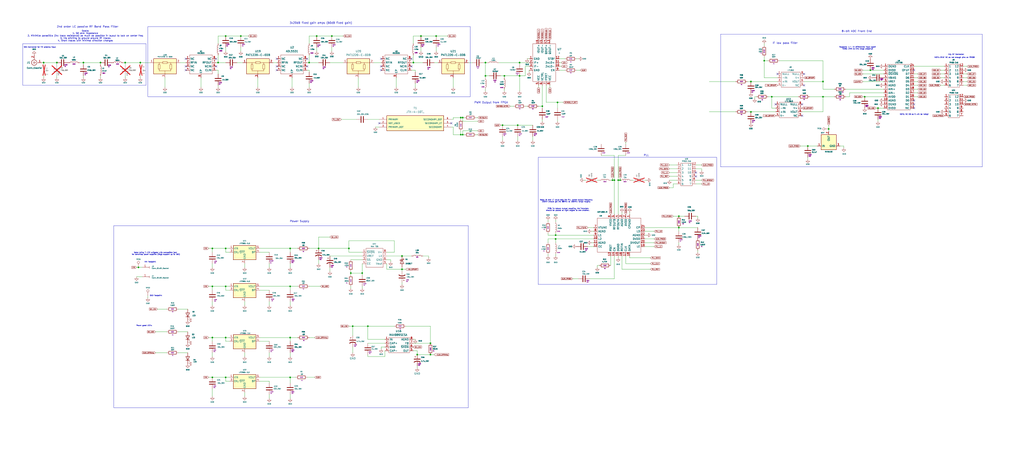
<source format=kicad_sch>
(kicad_sch (version 20250114) (generator "eeschema") (generator_version "9.0")
  (paper "User" 685.8 304.8)
  (title_block (title "Arty S7 FM Radio RF Front End") (rev "2.0") (company "EEView"))
  (lib_symbols
    (symbol "Connector:Conn_01x01_Socket" (pin_names (offset 1.016) (hide yes))
      (property "Reference" "J" (at 0 2.54 0))
      (property "Value" "Conn_01x01_Socket" (at 0 -2.54 0))
      (symbol "Conn_01x01_Socket_1_1"
        (pin passive line (at -5.08 0 0) (length 3.81) (name "Pin_1") (number "1"))
      )
    )
    (symbol "Connector:Conn_Coaxial" (pin_names (offset 1.016) (hide yes))
      (property "Reference" "J" (at 0.254 3.048 0))
      (property "Value" "Conn_Coaxial" (at 2.921 0 90))
      (symbol "Conn_Coaxial_1_1"
        (pin passive line (at -5.08 0 0) (length 2.54) (name "In") (number "1"))
        (pin passive line (at 0 -5.08 90) (length 2.54) (name "Ext") (number "2"))
      )
    )
    (symbol "Connector:TestPoint" (pin_numbers (hide yes)) (pin_names (offset 0.762) (hide yes))
      (property "Reference" "TP" (at 0 6.858 0))
      (property "Value" "TestPoint" (at 0 5.08 0))
      (symbol "TestPoint_1_1"
        (pin passive line (at 0 0 90) (length 2.54) (name "1") (number "1"))
      )
    )
    (symbol "Device:C" (pin_numbers (hide yes)) (pin_names (offset 0.254))
      (property "Reference" "C" (at 0.635 2.54 0))
      (property "Value" "C" (at 0.635 -2.54 0))
      (symbol "C_1_1"
        (pin passive line (at 0 3.81 270) (length 2.794) (name "~") (number "1"))
        (pin passive line (at 0 -3.81 90) (length 2.794) (name "~") (number "2"))
      )
    )
    (symbol "Device:C_Polarized_US" (pin_numbers (hide yes)) (pin_names (offset 0.254) (hide yes))
      (property "Reference" "C" (at 0.635 2.54 0))
      (property "Value" "C_Polarized_US" (at 0.635 -2.54 0))
      (symbol "C_Polarized_US_1_1"
        (pin passive line (at 0 3.81 270) (length 2.794) (name "~") (number "1"))
        (pin passive line (at 0 -3.81 90) (length 3.302) (name "~") (number "2"))
      )
    )
    (symbol "Device:L" (pin_numbers (hide yes)) (pin_names (offset 1.016) (hide yes))
      (property "Reference" "L" (at -1.27 0 90))
      (property "Value" "L" (at 1.905 0 90))
      (symbol "L_1_1"
        (pin passive line (at 0 3.81 270) (length 1.27) (name "1") (number "1"))
        (pin passive line (at 0 -3.81 90) (length 1.27) (name "2") (number "2"))
      )
    )
    (symbol "Device:LED" (pin_numbers (hide yes)) (pin_names (offset 1.016) (hide yes))
      (property "Reference" "D" (at 0 2.54 0))
      (property "Value" "LED" (at 0 -2.54 0))
      (symbol "LED_1_1"
        (pin passive line (at -3.81 0 0) (length 2.54) (name "K") (number "1"))
        (pin passive line (at 3.81 0 180) (length 2.54) (name "A") (number "2"))
      )
    )
    (symbol "Device:R" (pin_numbers (hide yes)) (pin_names (offset 0))
      (property "Reference" "R" (at 2.032 0 90))
      (property "Value" "R" (at 0 0 90))
      (symbol "R_1_1"
        (pin passive line (at 0 3.81 270) (length 1.27) (name "~") (number "1"))
        (pin passive line (at 0 -3.81 90) (length 1.27) (name "~") (number "2"))
      )
    )
    (symbol "Diode:1N5817" (pin_numbers (hide yes)) (pin_names (offset 1.016) (hide yes))
      (property "Reference" "D" (at 0 2.54 0))
      (property "Value" "1N5817" (at 0 -2.54 0))
      (symbol "1N5817_1_1"
        (pin passive line (at -3.81 0 0) (length 2.54) (name "K") (number "1"))
        (pin passive line (at 3.81 0 180) (length 2.54) (name "A") (number "2"))
      )
    )
    (symbol "JTX-4-10T_:JTX-4-10T_" (pin_names (offset 1.016))
      (property "Reference" "T" (at 44.45 7.62 0))
      (property "Value" "JTX-4-10T_" (at 44.45 5.08 0))
      (symbol "JTX-4-10T__0_0"
        (pin bidirectional line (at 0 0 0) (length 5.08) (name "PRIMARY") (number "1"))
        (pin bidirectional line (at 0 -2.54 0) (length 5.08) (name "NOT_USED") (number "2"))
        (pin bidirectional line (at 0 -5.08 0) (length 5.08) (name "PRIMARY_DOT") (number "3"))
        (pin bidirectional line (at 48.26 0 180) (length 5.08) (name "SECONDARY_DOT") (number "6"))
        (pin bidirectional line (at 48.26 -2.54 180) (length 5.08) (name "SECONDARY_CT") (number "5"))
        (pin bidirectional line (at 48.26 -5.08 180) (length 5.08) (name "SECONDARY") (number "4"))
      )
    )
    (symbol "RF:PAT1220-C-0DB"
      (property "Reference" "U" (at -6.35 6.35 0))
      (property "Value" "PAT1220-C-0DB" (at 5.08 6.35 0))
      (symbol "PAT1220-C-0DB_0_1"
        (pin passive line (at 0 -7.62 90) (length 2.54) (name "~") (number "3"))
      )
      (symbol "PAT1220-C-0DB_1_1"
        (pin passive line (at -10.16 2.54 0) (length 2.54) (name "~") (number "1"))
        (pin passive line (at 10.16 2.54 180) (length 2.54) (name "~") (number "2"))
      )
    )
    (symbol "Reference_Voltage:MAX6102"
      (property "Reference" "U" (at 0 6.35 0))
      (property "Value" "MAX6102" (at 2.54 -6.35 0))
      (symbol "MAX6102_1_1"
        (pin power_in line (at -2.54 7.62 270) (length 2.54) (name "IN") (number "1"))
        (pin power_in line (at -2.54 -7.62 90) (length 2.54) (name "GND") (number "3"))
        (pin power_out line (at 7.62 0 180) (length 2.54) (name "OUT") (number "2"))
      )
    )
    (symbol "Regulator_Linear:LP2985-2.5" (pin_names (offset 0.254))
      (property "Reference" "U" (at -6.35 5.715 0))
      (property "Value" "LP2985-2.5" (at 0 5.715 0))
      (symbol "LP2985-2.5_1_1"
        (pin power_in line (at -10.16 2.54 0) (length 2.54) (name "VIN") (number "1"))
        (pin input line (at -10.16 0 0) (length 2.54) (name "ON/~{OFF}") (number "3"))
        (pin power_in line (at 0 -7.62 90) (length 2.54) (name "GND") (number "2"))
        (pin power_out line (at 10.16 2.54 180) (length 2.54) (name "VOUT") (number "5"))
        (pin input line (at 10.16 0 180) (length 2.54) (name "BP") (number "4"))
      )
    )
    (symbol "Regulator_Linear:LP2985-3.3" (pin_names (offset 0.254))
      (property "Reference" "U" (at -6.35 5.715 0))
      (property "Value" "LP2985-3.3" (at 0 5.715 0))
      (symbol "LP2985-3.3_1_1"
        (pin power_in line (at -10.16 2.54 0) (length 2.54) (name "VIN") (number "1"))
        (pin input line (at -10.16 0 0) (length 2.54) (name "ON/~{OFF}") (number "3"))
        (pin power_in line (at 0 -7.62 90) (length 2.54) (name "GND") (number "2"))
        (pin power_out line (at 10.16 2.54 180) (length 2.54) (name "VOUT") (number "5"))
        (pin input line (at 10.16 0 180) (length 2.54) (name "BP") (number "4"))
      )
    )
    (symbol "Regulator_Linear:LP2985-5.0" (pin_names (offset 0.254))
      (property "Reference" "U" (at -6.35 5.715 0))
      (property "Value" "LP2985-5.0" (at 0 5.715 0))
      (symbol "LP2985-5.0_1_1"
        (pin power_in line (at -10.16 2.54 0) (length 2.54) (name "VIN") (number "1"))
        (pin input line (at -10.16 0 0) (length 2.54) (name "ON/~{OFF}") (number "3"))
        (pin power_in line (at 0 -7.62 90) (length 2.54) (name "GND") (number "2"))
        (pin power_out line (at 10.16 2.54 180) (length 2.54) (name "VOUT") (number "5"))
        (pin input line (at 10.16 0 180) (length 2.54) (name "BP") (number "4"))
      )
    )
    (symbol "TheEEView_Global_Lib:ADF4360-9"
      (property "Reference" "U" (at -10.414 18.542 0))
      (property "Value" "ADF4360-9" (at 13.462 18.542 0))
      (symbol "ADF4360-9_1_1"
        (pin input line (at -15.24 6.35 0) (length 2.54) (name "CPGND") (number "1"))
        (pin input line (at -15.24 3.81 0) (length 2.54) (name "AVDD") (number "2"))
        (pin input line (at -15.24 1.27 0) (length 2.54) (name "AGND") (number "3"))
        (pin input line (at -15.24 -1.27 0) (length 2.54) (name "RFOUTA") (number "4"))
        (pin input line (at -15.24 -3.81 0) (length 2.54) (name "RFOUTB") (number "5"))
        (pin input line (at -15.24 -6.35 0) (length 2.54) (name "VVCO") (number "6"))
        (pin input line (at -6.35 16.51 270) (length 2.54) (name "CP") (number "24"))
        (pin input line (at -6.35 -17.78 90) (length 2.54) (name "VTUNE") (number "7"))
        (pin input line (at -3.81 16.51 270) (length 2.54) (name "LD") (number "23"))
        (pin input line (at -3.81 -17.78 90) (length 2.54) (name "AGND") (number "8"))
        (pin input line (at -1.27 16.51 270) (length 2.54) (name "AGND") (number "22"))
        (pin input line (at -1.27 -17.78 90) (length 2.54) (name "L1") (number "9"))
        (pin input line (at 1.27 16.51 270) (length 2.54) (name "DVDD") (number "21"))
        (pin input line (at 1.27 -17.78 90) (length 2.54) (name "L2") (number "10"))
        (pin input line (at 3.81 16.51 270) (length 2.54) (name "DIVOUT") (number "20"))
        (pin input line (at 3.81 -17.78 90) (length 2.54) (name "AGND") (number "11"))
        (pin input line (at 6.35 16.51 270) (length 2.54) (name "LE") (number "19"))
        (pin input line (at 6.35 -17.78 90) (length 2.54) (name "CC") (number "12"))
        (pin input line (at 12.7 6.35 180) (length 2.54) (name "DATA") (number "18"))
        (pin input line (at 12.7 3.81 180) (length 2.54) (name "CLK") (number "17"))
        (pin input line (at 12.7 1.27 180) (length 2.54) (name "REFIN") (number "16"))
        (pin input line (at 12.7 -1.27 180) (length 2.54) (name "DGND") (number "15"))
        (pin input line (at 12.7 -3.81 180) (length 2.54) (name "CN") (number "14"))
        (pin input line (at 12.7 -6.35 180) (length 2.54) (name "RSET") (number "13"))
      )
    )
    (symbol "TheEEView_Global_Lib:ADL5531"
      (property "Reference" "U" (at -5.334 7.62 0))
      (property "Value" "ADL5531" (at 3.302 7.62 0))
      (symbol "ADL5531_1_1"
        (pin input line (at -10.16 3.81 0) (length 2.54) (name "NC") (number "1"))
        (pin input line (at -10.16 1.27 0) (length 2.54) (name "RFIN") (number "2"))
        (pin input line (at -10.16 -1.27 0) (length 2.54) (name "NC") (number "3"))
        (pin input line (at -10.16 -3.81 0) (length 2.54) (name "NC") (number "4"))
        (pin input line (at 0 -8.89 90) (length 2.54) (name "EP") (number "9"))
        (pin input line (at 10.16 3.81 180) (length 2.54) (name "NC") (number "8"))
        (pin input line (at 10.16 1.27 180) (length 2.54) (name "RFOUT") (number "7"))
        (pin input line (at 10.16 -1.27 180) (length 2.54) (name "NCIN") (number "6"))
        (pin input line (at 10.16 -3.81 180) (length 2.54) (name "CLIN") (number "5"))
      )
    )
    (symbol "TheEEView_Global_Lib:LT1363"
      (property "Reference" "U" (at -0.254 5.08 0))
      (symbol "LT1363_1_1"
        (pin input line (at -8.89 2.54 0) (length 2.54) (name "NULL") (number "1"))
        (pin input line (at -8.89 0 0) (length 2.54) (name "-IN") (number "2"))
        (pin input line (at -8.89 -2.54 0) (length 2.54) (name "+IN") (number "3"))
        (pin input line (at -8.89 -5.08 0) (length 2.54) (name "V-") (number "4"))
        (pin input line (at 8.89 2.54 180) (length 2.54) (name "NULL") (number "8"))
        (pin input line (at 8.89 0 180) (length 2.54) (name "V+") (number "7"))
        (pin input line (at 8.89 -2.54 180) (length 2.54) (name "VOUT") (number "6"))
        (pin input line (at 8.89 -5.08 180) (length 2.54) (name "NC") (number "5"))
      )
    )
    (symbol "TheEEView_Global_Lib:LT5546EUF"
      (property "Reference" "U" (at 6.096 13.716 0))
      (symbol "LT5546EUF_1_1"
        (pin input line (at -10.16 2.54 0) (length 2.54) (name "GND") (number "1"))
        (pin input line (at -10.16 0 0) (length 2.54) (name "IF+") (number "2"))
        (pin input line (at -10.16 -2.54 0) (length 2.54) (name "IF-") (number "3"))
        (pin input line (at -10.16 -5.08 0) (length 2.54) (name "GND") (number "4"))
        (pin input line (at -3.81 15.24 270) (length 2.54) (name "IOUT+") (number "16"))
        (pin input line (at -3.81 -15.24 90) (length 2.54) (name "VCC") (number "5"))
        (pin input line (at -1.27 15.24 270) (length 2.54) (name "IOUT-") (number "15"))
        (pin input line (at -1.27 -15.24 90) (length 2.54) (name "VCTRL") (number "6"))
        (pin input line (at 1.27 15.24 270) (length 2.54) (name "QOUT+") (number "14"))
        (pin input line (at 1.27 -15.24 90) (length 2.54) (name "IFDET") (number "7"))
        (pin input line (at 3.81 15.24 270) (length 2.54) (name "QOUT-") (number "13"))
        (pin input line (at 3.81 -15.24 90) (length 2.54) (name "VCC") (number "8"))
        (pin input line (at 10.16 2.54 180) (length 2.54) (name "STBY") (number "12"))
        (pin input line (at 10.16 0 180) (length 2.54) (name "2xLO+") (number "11"))
        (pin input line (at 10.16 -2.54 180) (length 2.54) (name "2xLO-") (number "10"))
        (pin input line (at 10.16 -5.08 180) (length 2.54) (name "EN") (number "9"))
      )
    )
    (symbol "TheEEView_Global_Lib:LTC1406"
      (property "Reference" "U" (at -5.588 15.24 0))
      (symbol "LTC1406_1_1"
        (pin input line (at -10.16 12.7 0) (length 2.54) (name "OGND") (number "1"))
        (pin input line (at -10.16 10.16 0) (length 2.54) (name "OVDD") (number "2"))
        (pin input line (at -10.16 7.62 0) (length 2.54) (name "~{OSHDN}") (number "3"))
        (pin input line (at -10.16 5.08 0) (length 2.54) (name "VBIAS") (number "4"))
        (pin input line (at -10.16 2.54 0) (length 2.54) (name "VREF") (number "5"))
        (pin input line (at -10.16 0 0) (length 2.54) (name "AGND") (number "6"))
        (pin input line (at -10.16 -2.54 0) (length 2.54) (name "AIN+") (number "7"))
        (pin input line (at -10.16 -5.08 0) (length 2.54) (name "AIN-") (number "8"))
        (pin input line (at -10.16 -7.62 0) (length 2.54) (name "AVDD") (number "9"))
        (pin input line (at -10.16 -10.16 0) (length 2.54) (name "AGND") (number "10"))
        (pin input line (at -10.16 -12.7 0) (length 2.54) (name "DGND") (number "11"))
        (pin input line (at -10.16 -15.24 0) (length 2.54) (name "DVDD") (number "12"))
        (pin input line (at 10.16 12.7 180) (length 2.54) (name "CLK") (number "24"))
        (pin input line (at 10.16 10.16 180) (length 2.54) (name "OFUF") (number "23"))
        (pin input line (at 10.16 7.62 180) (length 2.54) (name "D7") (number "22"))
        (pin input line (at 10.16 5.08 180) (length 2.54) (name "D6") (number "21"))
        (pin input line (at 10.16 2.54 180) (length 2.54) (name "D5") (number "20"))
        (pin input line (at 10.16 0 180) (length 2.54) (name "D4") (number "19"))
        (pin input line (at 10.16 -2.54 180) (length 2.54) (name "D3") (number "18"))
        (pin input line (at 10.16 -5.08 180) (length 2.54) (name "D2") (number "17"))
        (pin input line (at 10.16 -7.62 180) (length 2.54) (name "D1") (number "16"))
        (pin input line (at 10.16 -10.16 180) (length 2.54) (name "D0") (number "15"))
        (pin input line (at 10.16 -12.7 180) (length 2.54) (name "NC") (number "14"))
        (pin input line (at 10.16 -15.24 180) (length 2.54) (name "NC") (number "13"))
      )
    )
    (symbol "TheEEView_Global_Lib:MAX735"
      (property "Reference" "U" (at 3.81 6.604 0))
      (symbol "MAX735_1_1"
        (pin input line (at -8.89 2.54 0) (length 2.54) (name "~{SHDN}") (number "1"))
        (pin input line (at -8.89 0 0) (length 2.54) (name "VREF") (number "2"))
        (pin input line (at -8.89 -2.54 0) (length 2.54) (name "SS") (number "3"))
        (pin input line (at -8.89 -5.08 0) (length 2.54) (name "CC") (number "4"))
        (pin input line (at 7.62 2.54 180) (length 2.54) (name "V+") (number "8"))
        (pin input line (at 7.62 0 180) (length 2.54) (name "LX") (number "7"))
        (pin input line (at 7.62 -2.54 180) (length 2.54) (name "GND") (number "6"))
        (pin input line (at 7.62 -5.08 180) (length 2.54) (name "Vout") (number "5"))
      )
    )
    (symbol "TheEEView_Global_Lib:MAX889"
      (property "Reference" "U" (at 0.254 5.08 0))
      (symbol "MAX889_1_1"
        (pin input line (at -8.89 2.54 0) (length 2.54) (name "IN") (number "1"))
        (pin input line (at -8.89 0 0) (length 2.54) (name "CAP+") (number "2"))
        (pin input line (at -8.89 -2.54 0) (length 2.54) (name "GND") (number "3"))
        (pin input line (at -8.89 -5.08 0) (length 2.54) (name "CAP-") (number "4"))
        (pin input line (at 10.16 2.54 180) (length 2.54) (name "AGND") (number "8"))
        (pin input line (at 10.16 0 180) (length 2.54) (name "FB") (number "7"))
        (pin input line (at 10.16 -2.54 180) (length 2.54) (name "~{SHDN}") (number "6"))
        (pin input line (at 10.16 -5.08 180) (length 2.54) (name "OUT") (number "5"))
      )
    )
    (symbol "TheEEView_Global_Lib:PMOD_2x6"
      (property "Reference" "U" (at 0 7.112 0))
      (symbol "PMOD_2x6_1_1"
        (pin input line (at -6.35 3.81 0) (length 2.54) (name "1") (number "1"))
        (pin input line (at -6.35 1.27 0) (length 2.54) (name "2") (number "2"))
        (pin input line (at -6.35 -1.27 0) (length 2.54) (name "3") (number "3"))
        (pin input line (at -6.35 -3.81 0) (length 2.54) (name "4") (number "4"))
        (pin input line (at -6.35 -6.35 0) (length 2.54) (name "5") (number "5"))
        (pin input line (at -6.35 -8.89 0) (length 2.54) (name "6") (number "6"))
        (pin input line (at 6.35 3.81 180) (length 2.54) (name "12") (number "12"))
        (pin input line (at 6.35 1.27 180) (length 2.54) (name "11") (number "11"))
        (pin input line (at 6.35 -1.27 180) (length 2.54) (name "10") (number "10"))
        (pin input line (at 6.35 -3.81 180) (length 2.54) (name "9") (number "9"))
        (pin input line (at 6.35 -6.35 180) (length 2.54) (name "8") (number "8"))
        (pin input line (at 6.35 -8.89 180) (length 2.54) (name "7") (number "7"))
      )
    )
    (symbol "power:GND" (power) (pin_numbers (hide yes)) (pin_names (offset 0) (hide yes))
      (property "Value" "GND" (at 0 -3.81 0))
      (symbol "GND_1_1"
        (pin power_in line (at 0 0 270) (length 0) (name "~") (number "1"))
      )
    )
  )
  (rectangle (start 360.426 105.41) (end 480.06 190.5))
  (rectangle (start 15.24 29.21) (end 97.79 57.15))
  (rectangle (start 99.06 17.78) (end 314.96 64.77))
  (rectangle (start 482.6 22.86) (end 657.86 111.76))
  (rectangle (start 76.2 151.13) (end 313.69 273.05))
  (text "Power good LED's" (at 96.52 218.186 0) (effects (font (size 0.762 0.762))))
  (text "IF low pass filter" (at 525.78 28.956 0) (effects (font (size 1.27 1.27))))
  (text "Arty S7 Connector" (at 640.334 36.576 0) (effects (font (size 0.762 0.762))))
  (text "2nd order LC passive RF Band Pass Filter" (at 58.674 18.034 0) (effects (font (size 1.27 1.27))))
  (text "Note: L6 and L7 value sets the PLL centre output frequency\n250nH should get the 88MHz to 100MHz range roughly" (at 379.222 134.62 0) (effects (font (size 0.762 0.762))))
  (text "Power Supply" (at 200.66 148.336 0) (effects (font (size 1.27 1.27))))
  (text "Note: Using 7-12V alligator clip compatible jack \nfor benchtop power supplies (Regs support up to 16V)" (at 104.394 169.926 0) (effects (font (size 0.762 0.762))))
  (text "PLL" (at 432.816 104.14 0) (effects (font (size 1.27 1.27))))
  (text "NOTE: OFUF NC as not enough pins on PMOD!" (at 639.318 38.608 0) (effects (font (size 0.762 0.762))))
  (text "PCB: To reduce mutual coupling, the inductors\nshould be placed at right angles to one another. " (at 380.492 140.462 0) (effects (font (size 0.762 0.762))))
  (text "SMA Connector for FM antenna input" (at 26.67 31.75 0) (effects (font (size 0.762 0.762))))
  (text "Supports +/- 1V differential input span!\nTODO: Limit to this range properly!" (at 574.294 32.258 0) (effects (font (size 0.762 0.762))))
  (text "8-bit ADC Front End" (at 573.786 21.082 0) (effects (font (size 1.27 1.27))))
  (text "Goals:\n1. 50 ohm impedance\n2. Minimize parasitics (inc trace resistance) as much as possible in layout to lock on center freq\n3. Via stiching to ground around RF traces\n4. Short traces with minimal direction changes" (at 57.15 24.13 0) (effects (font (size 1.016 1.016))))
  (text "NOTE: NC D0 as it will be noisy!" (at 612.14 76.708 0) (effects (font (size 0.762 0.762))))
  (text "PWM Output from FPGA" (at 328.93 68.834 0) (effects (font (size 1.27 1.27))))
  (text "3x20dB fixed gain amps (60dB fixed gain)" (at 214.884 15.494 0) (effects (font (size 1.27 1.27))))
  (text "GND Testpoint" (at 104.394 198.12 0) (effects (font (size 0.762 0.762))))
  (text "VIN Testpoint" (at 100.584 175.514 0) (effects (font (size 0.762 0.762))))
  (junction (at 142.24 226.06))
  (junction (at 55.88 41.91))
  (junction (at 551.18 54.61))
  (junction (at 151.13 191.77))
  (junction (at 502.92 54.61))
  (junction (at 372.11 157.48))
  (junction (at 579.12 64.77))
  (junction (at 194.31 191.77))
  (junction (at 246.38 218.44))
  (junction (at 511.81 40.64))
  (junction (at 281.94 24.13))
  (junction (at 288.29 229.87))
  (junction (at 325.12 41.91))
  (junction (at 212.09 24.13))
  (junction (at 454.66 152.4))
  (junction (at 588.01 72.39))
  (junction (at 151.13 252.73))
  (junction (at 194.31 166.37))
  (junction (at 92.71 179.07))
  (junction (at 347.98 50.8))
  (junction (at 415.29 120.65))
  (junction (at 582.93 46.99))
  (junction (at 146.05 41.91))
  (junction (at 151.13 166.37))
  (junction (at 551.18 64.77))
  (junction (at 233.68 166.37))
  (junction (at 236.22 218.44))
  (junction (at 38.1 41.91))
  (junction (at 279.4 237.49))
  (junction (at 308.61 90.17))
  (junction (at 410.21 120.65))
  (junction (at 347.98 41.91))
  (junction (at 194.31 226.06))
  (junction (at 346.71 83.82))
  (junction (at 242.57 182.88))
  (junction (at 269.24 180.34))
  (junction (at 234.95 182.88))
  (junction (at 269.24 171.45))
  (junction (at 288.29 237.49))
  (junction (at 309.88 90.17))
  (junction (at 411.48 120.65))
  (junction (at 554.99 86.36))
  (junction (at 142.24 166.37))
  (junction (at 454.66 144.78))
  (junction (at 222.25 24.13))
  (junction (at 336.55 83.82))
  (junction (at 161.29 24.13))
  (junction (at 142.24 191.77))
  (junction (at 363.22 71.12))
  (junction (at 194.31 252.73))
  (junction (at 151.13 24.13))
  (junction (at 93.98 41.91))
  (junction (at 541.02 97.79))
  (junction (at 276.86 41.91))
  (junction (at 308.61 78.74))
  (junction (at 309.88 78.74))
  (junction (at 502.92 74.93))
  (junction (at 516.89 64.77))
  (junction (at 83.82 41.91))
  (junction (at 29.21 41.91))
  (junction (at 337.82 50.8))
  (junction (at 292.1 24.13))
  (junction (at 207.01 41.91))
  (junction (at 325.12 50.8))
  (junction (at 67.31 41.91))
  (junction (at 372.11 160.02))
  (junction (at 213.36 166.37))
  (junction (at 414.02 120.65))
  (junction (at 142.24 252.73))
  (junction (at 151.13 226.06))
  (junction (at 373.38 68.58))
  (no_connect (at 537.21 77.47))
  (no_connect (at 538.48 57.15))
  (no_connect (at 302.26 82.55))
  (no_connect (at 255.27 46.99))
  (no_connect (at 519.43 69.85))
  (no_connect (at 466.09 115.57))
  (no_connect (at 275.59 39.37))
  (no_connect (at 612.14 72.39))
  (no_connect (at 520.7 49.53))
  (no_connect (at 612.14 69.85))
  (no_connect (at 205.74 39.37))
  (no_connect (at 185.42 44.45))
  (no_connect (at 275.59 44.45))
  (no_connect (at 185.42 39.37))
  (no_connect (at 205.74 44.45))
  (no_connect (at 612.14 67.31))
  (no_connect (at 144.78 39.37))
  (no_connect (at 538.48 49.53))
  (no_connect (at 537.21 69.85))
  (no_connect (at 255.27 39.37))
  (no_connect (at 255.27 44.45))
  (no_connect (at 124.46 39.37))
  (no_connect (at 124.46 44.45))
  (no_connect (at 612.14 46.99))
  (no_connect (at 185.42 46.99))
  (no_connect (at 466.09 118.11))
  (no_connect (at 254 82.55))
  (no_connect (at 144.78 44.45))
  (no_connect (at 124.46 46.99))
  (wire (pts (xy 448.31 110.49) (xy 453.39 110.49)))
  (wire (pts (xy 431.8 120.65) (xy 433.07 120.65)))
  (wire (pts (xy 194.31 201.93) (xy 194.31 204.47)))
  (wire (pts (xy 551.18 40.64) (xy 521.97 40.64)))
  (wire (pts (xy 466.09 110.49) (xy 469.9 110.49)))
  (wire (pts (xy 198.12 252.73) (xy 194.31 252.73)))
  (wire (pts (xy 151.13 255.27) (xy 151.13 252.73)))
  (wire (pts (xy 566.42 59.69) (xy 591.82 59.69)))
  (wire (pts (xy 511.81 40.64) (xy 514.35 40.64)))
  (wire (pts (xy 438.15 154.94) (xy 431.8 154.94)))
  (wire (pts (xy 421.64 142.24) (xy 421.64 143.51)))
  (wire (pts (xy 142.24 191.77) (xy 151.13 191.77)))
  (wire (pts (xy 373.38 68.58) (xy 377.19 68.58)))
  (wire (pts (xy 182.88 41.91) (xy 185.42 41.91)))
  (wire (pts (xy 411.48 104.14) (xy 411.48 120.65)))
  (wire (pts (xy 142.24 260.35) (xy 142.24 265.43)))
  (wire (pts (xy 29.21 52.07) (xy 29.21 50.8)))
  (wire (pts (xy 275.59 41.91) (xy 276.86 41.91)))
  (wire (pts (xy 469.9 120.65) (xy 466.09 120.65)))
  (wire (pts (xy 82.55 41.91) (xy 83.82 41.91)))
  (wire (pts (xy 386.08 46.99) (xy 388.62 46.99)))
  (wire (pts (xy 551.18 64.77) (xy 542.29 64.77)))
  (wire (pts (xy 588.01 72.39) (xy 591.82 72.39)))
  (wire (pts (xy 416.56 142.24) (xy 416.56 143.51)))
  (wire (pts (xy 337.82 59.69) (xy 337.82 60.96)))
  (wire (pts (xy 207.01 24.13) (xy 212.09 24.13)))
  (wire (pts (xy 207.01 166.37) (xy 213.36 166.37)))
  (wire (pts (xy 173.99 226.06) (xy 194.31 226.06)))
  (wire (pts (xy 541.02 105.41) (xy 541.02 106.68)))
  (wire (pts (xy 629.92 46.99) (xy 632.46 46.99)))
  (wire (pts (xy 435.61 172.72) (xy 421.64 172.72)))
  (wire (pts (xy 367.03 162.56) (xy 367.03 160.02)))
  (wire (pts (xy 336.55 91.44) (xy 336.55 93.98)))
  (wire (pts (xy 281.94 31.75) (xy 281.94 34.29)))
  (wire (pts (xy 516.89 64.77) (xy 534.67 64.77)))
  (wire (pts (xy 397.51 154.94) (xy 396.24 154.94)))
  (wire (pts (xy 337.82 52.07) (xy 337.82 50.8)))
  (wire (pts (xy 151.13 168.91) (xy 153.67 168.91)))
  (wire (pts (xy 139.7 226.06) (xy 142.24 226.06)))
  (wire (pts (xy 29.21 43.18) (xy 29.21 41.91)))
  (wire (pts (xy 269.24 179.07) (xy 269.24 180.34)))
  (wire (pts (xy 645.16 52.07) (xy 647.7 52.07)))
  (wire (pts (xy 180.34 236.22) (xy 180.34 238.76)))
  (wire (pts (xy 92.71 179.07) (xy 95.25 179.07)))
  (wire (pts (xy 402.59 104.14) (xy 411.48 104.14)))
  (wire (pts (xy 541.02 97.79) (xy 547.37 97.79)))
  (wire (pts (xy 105.41 207.01) (xy 111.76 207.01)))
  (wire (pts (xy 514.35 64.77) (xy 516.89 64.77)))
  (wire (pts (xy 93.98 50.8) (xy 93.98 52.07)))
  (wire (pts (xy 151.13 252.73) (xy 153.67 252.73)))
  (wire (pts (xy 335.28 83.82) (xy 336.55 83.82)))
  (wire (pts (xy 153.67 255.27) (xy 151.13 255.27)))
  (wire (pts (xy 411.48 171.45) (xy 411.48 186.69)))
  (wire (pts (xy 308.61 78.74) (xy 309.88 78.74)))
  (wire (pts (xy 259.08 171.45) (xy 269.24 171.45)))
  (wire (pts (xy 246.38 80.01) (xy 254 80.01)))
  (wire (pts (xy 325.12 59.69) (xy 325.12 60.96)))
  (wire (pts (xy 419.1 104.14) (xy 414.02 104.14)))
  (wire (pts (xy 356.87 91.44) (xy 356.87 93.98)))
  (wire (pts (xy 448.31 120.65) (xy 453.39 120.65)))
  (wire (pts (xy 180.34 176.53) (xy 180.34 179.07)))
  (wire (pts (xy 220.98 158.75) (xy 213.36 158.75)))
  (wire (pts (xy 422.91 120.65) (xy 424.18 120.65)))
  (wire (pts (xy 151.13 226.06) (xy 153.67 226.06)))
  (wire (pts (xy 288.29 237.49) (xy 290.83 237.49)))
  (wire (pts (xy 38.1 52.07) (xy 38.1 50.8)))
  (wire (pts (xy 346.71 83.82) (xy 356.87 83.82)))
  (wire (pts (xy 242.57 168.91) (xy 233.68 168.91)))
  (wire (pts (xy 194.31 226.06) (xy 199.39 226.06)))
  (wire (pts (xy 146.05 29.21) (xy 146.05 24.13)))
  (wire (pts (xy 276.86 29.21) (xy 276.86 24.13)))
  (wire (pts (xy 365.76 68.58) (xy 373.38 68.58)))
  (wire (pts (xy 151.13 31.75) (xy 151.13 34.29)))
  (wire (pts (xy 222.25 24.13) (xy 229.87 24.13)))
  (wire (pts (xy 142.24 236.22) (xy 142.24 238.76)))
  (wire (pts (xy 180.34 255.27) (xy 180.34 256.54)))
  (wire (pts (xy 645.16 57.15) (xy 647.7 57.15)))
  (wire (pts (xy 207.01 41.91) (xy 213.36 41.91)))
  (wire (pts (xy 433.07 157.48) (xy 431.8 157.48)))
  (wire (pts (xy 67.31 52.07) (xy 67.31 50.8)))
  (wire (pts (xy 511.81 40.64) (xy 511.81 52.07)))
  (wire (pts (xy 586.74 72.39) (xy 588.01 72.39)))
  (wire (pts (xy 419.1 176.53) (xy 419.1 171.45)))
  (wire (pts (xy 29.21 41.91) (xy 38.1 41.91)))
  (wire (pts (xy 303.53 85.09) (xy 303.53 90.17)))
  (wire (pts (xy 303.53 90.17) (xy 308.61 90.17)))
  (wire (pts (xy 233.68 218.44) (xy 236.22 218.44)))
  (wire (pts (xy 467.36 144.78) (xy 467.36 146.05)))
  (wire (pts (xy 163.83 201.93) (xy 163.83 204.47)))
  (wire (pts (xy 466.09 144.78) (xy 467.36 144.78)))
  (wire (pts (xy 153.67 228.6) (xy 151.13 228.6)))
  (wire (pts (xy 450.85 125.73) (xy 450.85 123.19)))
  (wire (pts (xy 360.68 71.12) (xy 363.22 71.12)))
  (wire (pts (xy 347.98 50.8) (xy 337.82 50.8)))
  (wire (pts (xy 276.86 234.95) (xy 279.4 234.95)))
  (wire (pts (xy 259.08 173.99) (xy 261.62 173.99)))
  (wire (pts (xy 287.02 171.45) (xy 283.21 171.45)))
  (wire (pts (xy 288.29 218.44) (xy 288.29 229.87)))
  (wire (pts (xy 582.93 46.99) (xy 591.82 46.99)))
  (wire (pts (xy 194.31 226.06) (xy 194.31 228.6)))
  (wire (pts (xy 415.29 119.38) (xy 415.29 120.65)))
  (wire (pts (xy 142.24 176.53) (xy 142.24 179.07)))
  (wire (pts (xy 568.96 62.23) (xy 591.82 62.23)))
  (wire (pts (xy 194.31 252.73) (xy 194.31 256.54)))
  (wire (pts (xy 180.34 264.16) (xy 180.34 266.7)))
  (wire (pts (xy 341.63 71.12) (xy 344.17 71.12)))
  (wire (pts (xy 565.15 97.79) (xy 565.15 99.06)))
  (wire (pts (xy 448.31 115.57) (xy 453.39 115.57)))
  (wire (pts (xy 645.16 54.61) (xy 647.7 54.61)))
  (wire (pts (xy 276.86 229.87) (xy 288.29 229.87)))
  (wire (pts (xy 139.7 166.37) (xy 142.24 166.37)))
  (wire (pts (xy 279.4 245.11) (xy 279.4 246.38)))
  (wire (pts (xy 269.24 180.34) (xy 269.24 181.61)))
  (wire (pts (xy 173.99 191.77) (xy 194.31 191.77)))
  (wire (pts (xy 278.13 227.33) (xy 276.86 227.33)))
  (wire (pts (xy 278.13 46.99) (xy 275.59 46.99)))
  (wire (pts (xy 411.48 186.69) (xy 394.97 186.69)))
  (wire (pts (xy 393.7 152.4) (xy 397.51 152.4)))
  (wire (pts (xy 354.33 46.99) (xy 354.33 48.26)))
  (wire (pts (xy 516.89 72.39) (xy 516.89 64.77)))
  (wire (pts (xy 119.38 236.22) (xy 125.73 236.22)))
  (wire (pts (xy 236.22 218.44) (xy 246.38 218.44)))
  (wire (pts (xy 365.76 57.15) (xy 365.76 68.58)))
  (wire (pts (xy 212.09 31.75) (xy 212.09 34.29)))
  (wire (pts (xy 163.83 262.89) (xy 163.83 265.43)))
  (wire (pts (xy 205.74 41.91) (xy 207.01 41.91)))
  (wire (pts (xy 373.38 80.01) (xy 373.38 81.28)))
  (wire (pts (xy 220.98 179.07) (xy 220.98 181.61)))
  (wire (pts (xy 411.48 120.65) (xy 411.48 143.51)))
  (wire (pts (xy 323.85 41.91) (xy 325.12 41.91)))
  (wire (pts (xy 278.13 55.88) (xy 278.13 58.42)))
  (wire (pts (xy 308.61 90.17) (xy 308.61 87.63)))
  (wire (pts (xy 414.02 120.65) (xy 414.02 143.51)))
  (wire (pts (xy 538.48 54.61) (xy 551.18 54.61)))
  (wire (pts (xy 236.22 218.44) (xy 236.22 224.79)))
  (wire (pts (xy 397.51 165.1) (xy 393.7 165.1)))
  (wire (pts (xy 554.99 87.63) (xy 554.99 86.36)))
  (wire (pts (xy 234.95 182.88) (xy 234.95 184.15)))
  (wire (pts (xy 334.01 41.91) (xy 347.98 41.91)))
  (wire (pts (xy 255.27 233.68) (xy 255.27 232.41)))
  (wire (pts (xy 99.06 198.12) (xy 99.06 199.39)))
  (wire (pts (xy 313.69 41.91) (xy 316.23 41.91)))
  (wire (pts (xy 568.96 64.77) (xy 568.96 62.23)))
  (wire (pts (xy 246.38 229.87) (xy 257.81 229.87)))
  (wire (pts (xy 38.1 43.18) (xy 38.1 41.91)))
  (wire (pts (xy 374.65 41.91) (xy 375.92 41.91)))
  (wire (pts (xy 173.99 194.31) (xy 180.34 194.31)))
  (wire (pts (xy 397.51 162.56) (xy 396.24 162.56)))
  (wire (pts (xy 363.22 71.12) (xy 363.22 72.39)))
  (wire (pts (xy 505.46 64.77) (xy 506.73 64.77)))
  (wire (pts (xy 151.13 228.6) (xy 151.13 226.06)))
  (wire (pts (xy 325.12 41.91) (xy 326.39 41.91)))
  (wire (pts (xy 645.16 44.45) (xy 647.7 44.45)))
  (wire (pts (xy 212.09 24.13) (xy 222.25 24.13)))
  (wire (pts (xy 410.21 120.65) (xy 411.48 120.65)))
  (wire (pts (xy 151.13 194.31) (xy 153.67 194.31)))
  (wire (pts (xy 269.24 180.34) (xy 271.78 180.34)))
  (wire (pts (xy 222.25 31.75) (xy 222.25 34.29)))
  (wire (pts (xy 410.21 119.38) (xy 410.21 120.65)))
  (wire (pts (xy 163.83 236.22) (xy 163.83 238.76)))
  (wire (pts (xy 161.29 31.75) (xy 161.29 34.29)))
  (wire (pts (xy 194.31 264.16) (xy 194.31 266.7)))
  (wire (pts (xy 629.92 57.15) (xy 632.46 57.15)))
  (wire (pts (xy 645.16 49.53) (xy 647.7 49.53)))
  (wire (pts (xy 259.08 168.91) (xy 264.16 168.91)))
  (wire (pts (xy 502.92 54.61) (xy 520.7 54.61)))
  (wire (pts (xy 511.81 30.48) (xy 511.81 29.21)))
  (wire (pts (xy 347.98 41.91) (xy 354.33 41.91)))
  (wire (pts (xy 566.42 64.77) (xy 568.96 64.77)))
  (wire (pts (xy 151.13 24.13) (xy 161.29 24.13)))
  (wire (pts (xy 55.88 43.18) (xy 55.88 41.91)))
  (wire (pts (xy 431.8 165.1) (xy 438.15 165.1)))
  (wire (pts (xy 271.78 218.44) (xy 288.29 218.44)))
  (wire (pts (xy 474.98 74.93) (xy 492.76 74.93)))
  (wire (pts (xy 351.79 44.45) (xy 351.79 50.8)))
  (wire (pts (xy 290.83 41.91) (xy 293.37 41.91)))
  (wire (pts (xy 612.14 44.45) (xy 632.46 44.45)))
  (wire (pts (xy 309.88 78.74) (xy 311.15 78.74)))
  (wire (pts (xy 588.01 81.28) (xy 588.01 80.01)))
  (wire (pts (xy 551.18 54.61) (xy 551.18 59.69)))
  (wire (pts (xy 234.95 182.88) (xy 242.57 182.88)))
  (wire (pts (xy 55.88 52.07) (xy 55.88 50.8)))
  (wire (pts (xy 144.78 41.91) (xy 146.05 41.91)))
  (wire (pts (xy 142.24 168.91) (xy 142.24 166.37)))
  (wire (pts (xy 408.94 171.45) (xy 408.94 177.8)))
  (wire (pts (xy 264.16 168.91) (xy 264.16 161.29)))
  (wire (pts (xy 551.18 40.64) (xy 551.18 54.61)))
  (wire (pts (xy 318.77 90.17) (xy 320.04 90.17)))
  (wire (pts (xy 474.98 54.61) (xy 492.76 54.61)))
  (wire (pts (xy 551.18 59.69) (xy 558.8 59.69)))
  (wire (pts (xy 303.53 52.07) (xy 303.53 58.42)))
  (wire (pts (xy 309.88 90.17) (xy 311.15 90.17)))
  (wire (pts (xy 104.14 222.25) (xy 111.76 222.25)))
  (wire (pts (xy 500.38 54.61) (xy 502.92 54.61)))
  (wire (pts (xy 372.11 147.32) (xy 372.11 148.59)))
  (wire (pts (xy 195.58 52.07) (xy 195.58 58.42)))
  (wire (pts (xy 435.61 176.53) (xy 419.1 176.53)))
  (wire (pts (xy 320.04 81.28) (xy 309.88 81.28)))
  (wire (pts (xy 151.13 191.77) (xy 151.13 194.31)))
  (wire (pts (xy 120.65 41.91) (xy 124.46 41.91)))
  (wire (pts (xy 146.05 57.15) (xy 146.05 58.42)))
  (wire (pts (xy 146.05 46.99) (xy 144.78 46.99)))
  (wire (pts (xy 234.95 181.61) (xy 234.95 182.88)))
  (wire (pts (xy 391.16 120.65) (xy 392.43 120.65)))
  (wire (pts (xy 67.31 43.18) (xy 67.31 41.91)))
  (wire (pts (xy 83.82 52.07) (xy 83.82 50.8)))
  (wire (pts (xy 577.85 64.77) (xy 579.12 64.77)))
  (wire (pts (xy 163.83 176.53) (xy 163.83 179.07)))
  (wire (pts (xy 302.26 85.09) (xy 303.53 85.09)))
  (wire (pts (xy 173.99 255.27) (xy 180.34 255.27)))
  (wire (pts (xy 250.19 41.91) (xy 255.27 41.91)))
  (wire (pts (xy 119.38 222.25) (xy 125.73 222.25)))
  (wire (pts (xy 207.01 226.06) (xy 210.82 226.06)))
  (wire (pts (xy 83.82 43.18) (xy 83.82 41.91)))
  (wire (pts (xy 207.01 36.83) (xy 207.01 41.91)))
  (wire (pts (xy 303.53 80.01) (xy 303.53 78.74)))
  (wire (pts (xy 207.01 48.26) (xy 207.01 46.99)))
  (wire (pts (xy 336.55 83.82) (xy 346.71 83.82)))
  (wire (pts (xy 180.34 201.93) (xy 180.34 204.47)))
  (wire (pts (xy 53.34 41.91) (xy 55.88 41.91)))
  (wire (pts (xy 236.22 232.41) (xy 236.22 236.22)))
  (wire (pts (xy 240.03 52.07) (xy 240.03 58.42)))
  (wire (pts (xy 562.61 97.79) (xy 565.15 97.79)))
  (wire (pts (xy 142.24 228.6) (xy 142.24 226.06)))
  (wire (pts (xy 139.7 191.77) (xy 142.24 191.77)))
  (wire (pts (xy 308.61 90.17) (xy 309.88 90.17)))
  (wire (pts (xy 246.38 218.44) (xy 264.16 218.44)))
  (wire (pts (xy 320.04 87.63) (xy 309.88 87.63)))
  (wire (pts (xy 213.36 173.99) (xy 213.36 176.53)))
  (wire (pts (xy 302.26 80.01) (xy 303.53 80.01)))
  (wire (pts (xy 511.81 52.07) (xy 520.7 52.07)))
  (wire (pts (xy 146.05 41.91) (xy 151.13 41.91)))
  (wire (pts (xy 172.72 52.07) (xy 172.72 58.42)))
  (wire (pts (xy 173.99 168.91) (xy 180.34 168.91)))
  (wire (pts (xy 612.14 62.23) (xy 614.68 62.23)))
  (wire (pts (xy 151.13 166.37) (xy 151.13 168.91)))
  (wire (pts (xy 259.08 180.34) (xy 269.24 180.34)))
  (wire (pts (xy 292.1 24.13) (xy 299.72 24.13)))
  (wire (pts (xy 372.11 156.21) (xy 372.11 157.48)))
  (wire (pts (xy 612.14 59.69) (xy 614.68 59.69)))
  (wire (pts (xy 400.05 179.07) (xy 400.05 177.8)))
  (wire (pts (xy 234.95 191.77) (xy 234.95 193.04)))
  (wire (pts (xy 373.38 68.58) (xy 373.38 72.39)))
  (wire (pts (xy 287.02 172.72) (xy 287.02 171.45)))
  (wire (pts (xy 146.05 49.53) (xy 146.05 46.99)))
  (wire (pts (xy 27.94 41.91) (xy 29.21 41.91)))
  (wire (pts (xy 363.22 80.01) (xy 363.22 81.28)))
  (wire (pts (xy 93.98 43.18) (xy 93.98 41.91)))
  (wire (pts (xy 431.8 152.4) (xy 454.66 152.4)))
  (wire (pts (xy 414.02 120.65) (xy 415.29 120.65)))
  (wire (pts (xy 265.43 52.07) (xy 265.43 58.42)))
  (wire (pts (xy 629.92 49.53) (xy 632.46 49.53)))
  (wire (pts (xy 372.11 162.56) (xy 372.11 160.02)))
  (wire (pts (xy 194.31 191.77) (xy 199.39 191.77)))
  (wire (pts (xy 194.31 236.22) (xy 194.31 238.76)))
  (wire (pts (xy 450.85 144.78) (xy 454.66 144.78)))
  (wire (pts (xy 269.24 171.45) (xy 275.59 171.45)))
  (wire (pts (xy 83.82 41.91) (xy 93.98 41.91)))
  (wire (pts (xy 213.36 166.37) (xy 233.68 166.37)))
  (wire (pts (xy 139.7 252.73) (xy 142.24 252.73)))
  (wire (pts (xy 554.99 86.36) (xy 554.99 83.82)))
  (wire (pts (xy 91.44 179.07) (xy 92.71 179.07)))
  (wire (pts (xy 213.36 158.75) (xy 213.36 166.37)))
  (wire (pts (xy 246.38 238.76) (xy 246.38 237.49)))
  (wire (pts (xy 257.81 227.33) (xy 246.38 227.33)))
  (wire (pts (xy 246.38 227.33) (xy 246.38 218.44)))
  (wire (pts (xy 207.01 46.99) (xy 205.74 46.99)))
  (wire (pts (xy 416.56 180.34) (xy 416.56 171.45)))
  (wire (pts (xy 173.99 252.73) (xy 194.31 252.73)))
  (wire (pts (xy 134.62 52.07) (xy 134.62 58.42)))
  (wire (pts (xy 386.08 39.37) (xy 387.35 39.37)))
  (wire (pts (xy 93.98 41.91) (xy 100.33 41.91)))
  (wire (pts (xy 354.33 44.45) (xy 351.79 44.45)))
  (wire (pts (xy 367.03 147.32) (xy 367.03 148.59)))
  (wire (pts (xy 612.14 57.15) (xy 614.68 57.15)))
  (wire (pts (xy 257.81 238.76) (xy 257.81 234.95)))
  (wire (pts (xy 153.67 191.77) (xy 151.13 191.77)))
  (wire (pts (xy 612.14 49.53) (xy 614.68 49.53)))
  (wire (pts (xy 146.05 36.83) (xy 146.05 41.91)))
  (wire (pts (xy 207.01 29.21) (xy 207.01 24.13)))
  (wire (pts (xy 347.98 41.91) (xy 347.98 43.18)))
  (wire (pts (xy 261.62 173.99) (xy 261.62 175.26)))
  (wire (pts (xy 205.74 252.73) (xy 210.82 252.73)))
  (wire (pts (xy 374.65 46.99) (xy 378.46 46.99)))
  (wire (pts (xy 400.05 120.65) (xy 401.32 120.65)))
  (wire (pts (xy 278.13 48.26) (xy 278.13 46.99)))
  (wire (pts (xy 448.31 113.03) (xy 453.39 113.03)))
  (wire (pts (xy 173.99 166.37) (xy 194.31 166.37)))
  (wire (pts (xy 360.68 57.15) (xy 360.68 58.42)))
  (wire (pts (xy 104.14 236.22) (xy 111.76 236.22)))
  (wire (pts (xy 220.98 171.45) (xy 242.57 171.45)))
  (wire (pts (xy 469.9 113.03) (xy 466.09 113.03)))
  (wire (pts (xy 431.8 160.02) (xy 438.15 160.02)))
  (wire (pts (xy 251.46 85.09) (xy 254 85.09)))
  (wire (pts (xy 335.28 50.8) (xy 337.82 50.8)))
  (wire (pts (xy 469.9 123.19) (xy 466.09 123.19)))
  (wire (pts (xy 372.11 170.18) (xy 372.11 171.45)))
  (wire (pts (xy 421.64 172.72) (xy 421.64 171.45)))
  (wire (pts (xy 469.9 114.3) (xy 469.9 113.03)))
  (wire (pts (xy 629.92 52.07) (xy 632.46 52.07)))
  (wire (pts (xy 55.88 41.91) (xy 67.31 41.91)))
  (wire (pts (xy 292.1 31.75) (xy 292.1 34.29)))
  (wire (pts (xy 309.88 81.28) (xy 309.88 78.74)))
  (wire (pts (xy 419.1 95.25) (xy 419.1 96.52)))
  (wire (pts (xy 161.29 24.13) (xy 166.37 24.13)))
  (wire (pts (xy 551.18 64.77) (xy 558.8 64.77)))
  (wire (pts (xy 367.03 170.18) (xy 367.03 171.45)))
  (wire (pts (xy 276.86 36.83) (xy 276.86 41.91)))
  (wire (pts (xy 454.66 154.94) (xy 454.66 152.4)))
  (wire (pts (xy 577.85 46.99) (xy 582.93 46.99)))
  (wire (pts (xy 363.22 57.15) (xy 363.22 71.12)))
  (wire (pts (xy 146.05 24.13) (xy 151.13 24.13)))
  (wire (pts (xy 454.66 152.4) (xy 467.36 152.4)))
  (wire (pts (xy 325.12 52.07) (xy 325.12 50.8)))
  (wire (pts (xy 246.38 238.76) (xy 257.81 238.76)))
  (wire (pts (xy 242.57 176.53) (xy 242.57 182.88)))
  (wire (pts (xy 276.86 24.13) (xy 281.94 24.13)))
  (wire (pts (xy 502.92 74.93) (xy 519.43 74.93)))
  (wire (pts (xy 367.03 157.48) (xy 372.11 157.48)))
  (wire (pts (xy 372.11 157.48) (xy 397.51 157.48)))
  (wire (pts (xy 259.08 176.53) (xy 259.08 180.34)))
  (wire (pts (xy 233.68 168.91) (xy 233.68 166.37)))
  (wire (pts (xy 408.94 120.65) (xy 410.21 120.65)))
  (wire (pts (xy 318.77 78.74) (xy 320.04 78.74)))
  (wire (pts (xy 383.54 186.69) (xy 387.35 186.69)))
  (wire (pts (xy 142.24 166.37) (xy 151.13 166.37)))
  (wire (pts (xy 367.03 160.02) (xy 372.11 160.02)))
  (wire (pts (xy 400.05 177.8) (xy 401.32 177.8)))
  (wire (pts (xy 255.27 232.41) (xy 257.81 232.41)))
  (wire (pts (xy 368.3 57.15) (xy 368.3 58.42)))
  (wire (pts (xy 435.61 180.34) (xy 416.56 180.34)))
  (wire (pts (xy 535.94 97.79) (xy 541.02 97.79)))
  (wire (pts (xy 91.44 185.42) (xy 95.25 185.42)))
  (wire (pts (xy 207.01 55.88) (xy 207.01 58.42)))
  (wire (pts (xy 279.4 237.49) (xy 288.29 237.49)))
  (wire (pts (xy 325.12 50.8) (xy 325.12 41.91)))
  (wire (pts (xy 372.11 160.02) (xy 397.51 160.02)))
  (wire (pts (xy 351.79 71.12) (xy 353.06 71.12)))
  (wire (pts (xy 612.14 52.07) (xy 614.68 52.07)))
  (wire (pts (xy 233.68 161.29) (xy 233.68 166.37)))
  (wire (pts (xy 234.95 173.99) (xy 242.57 173.99)))
  (wire (pts (xy 577.85 54.61) (xy 591.82 54.61)))
  (wire (pts (xy 309.88 87.63) (xy 309.88 90.17)))
  (wire (pts (xy 281.94 24.13) (xy 292.1 24.13)))
  (wire (pts (xy 119.38 207.01) (xy 125.73 207.01)))
  (wire (pts (xy 173.99 228.6) (xy 180.34 228.6)))
  (wire (pts (xy 414.02 171.45) (xy 414.02 172.72)))
  (wire (pts (xy 448.31 118.11) (xy 453.39 118.11)))
  (wire (pts (xy 450.85 123.19) (xy 453.39 123.19)))
  (wire (pts (xy 448.31 125.73) (xy 450.85 125.73)))
  (wire (pts (xy 207.01 191.77) (xy 214.63 191.77)))
  (wire (pts (xy 374.65 39.37) (xy 378.46 39.37)))
  (wire (pts (xy 142.24 226.06) (xy 151.13 226.06)))
  (wire (pts (xy 467.36 167.64) (xy 467.36 168.91)))
  (wire (pts (xy 142.24 194.31) (xy 142.24 191.77)))
  (wire (pts (xy 537.21 74.93) (xy 551.18 74.93)))
  (wire (pts (xy 579.12 64.77) (xy 591.82 64.77)))
  (wire (pts (xy 308.61 78.74) (xy 308.61 80.01)))
  (wire (pts (xy 612.14 54.61) (xy 614.68 54.61)))
  (wire (pts (xy 303.53 78.74) (xy 308.61 78.74)))
  (wire (pts (xy 346.71 91.44) (xy 346.71 93.98)))
  (wire (pts (xy 367.03 156.21) (xy 367.03 157.48)))
  (wire (pts (xy 431.8 162.56) (xy 438.15 162.56)))
  (wire (pts (xy 158.75 41.91) (xy 162.56 41.91)))
  (wire (pts (xy 577.85 49.53) (xy 591.82 49.53)))
  (wire (pts (xy 242.57 184.15) (xy 242.57 182.88)))
  (wire (pts (xy 269.24 189.23) (xy 269.24 190.5)))
  (wire (pts (xy 110.49 52.07) (xy 110.49 58.42)))
  (wire (pts (xy 325.12 50.8) (xy 327.66 50.8)))
  (wire (pts (xy 194.31 191.77) (xy 194.31 194.31)))
  (wire (pts (xy 276.86 41.91) (xy 283.21 41.91)))
  (wire (pts (xy 414.02 104.14) (xy 414.02 120.65)))
  (wire (pts (xy 153.67 166.37) (xy 151.13 166.37)))
  (wire (pts (xy 500.38 74.93) (xy 502.92 74.93)))
  (wire (pts (xy 194.31 166.37) (xy 194.31 168.91)))
  (wire (pts (xy 351.79 50.8) (xy 347.98 50.8)))
  (wire (pts (xy 194.31 176.53) (xy 194.31 179.07)))
  (wire (pts (xy 353.06 39.37) (xy 354.33 39.37)))
  (wire (pts (xy 242.57 191.77) (xy 242.57 193.04)))
  (wire (pts (xy 220.98 41.91) (xy 229.87 41.91)))
  (wire (pts (xy 264.16 161.29) (xy 233.68 161.29)))
  (wire (pts (xy 505.46 64.77) (xy 505.46 66.04)))
  (wire (pts (xy 454.66 144.78) (xy 458.47 144.78)))
  (wire (pts (xy 454.66 162.56) (xy 454.66 163.83)))
  (wire (pts (xy 612.14 64.77) (xy 614.68 64.77)))
  (wire (pts (xy 142.24 252.73) (xy 151.13 252.73)))
  (wire (pts (xy 142.24 201.93) (xy 142.24 204.47)))
  (wire (pts (xy 194.31 166.37) (xy 199.39 166.37)))
  (wire (pts (xy 228.6 80.01) (xy 238.76 80.01)))
  (wire (pts (xy 551.18 74.93) (xy 551.18 64.77)))
  (wire (pts (xy 511.81 38.1) (xy 511.81 40.64)))
  (wire (pts (xy 279.4 234.95) (xy 279.4 237.49)))
  (wire (pts (xy 519.43 72.39) (xy 516.89 72.39)))
  (wire (pts (xy 374.65 44.45) (xy 375.92 44.45)))
  (wire (pts (xy 347.98 50.8) (xy 347.98 60.96)))
  (global_label "ADC_D5" (shape input) (at 647.7 54.61 0) (effects (font (size 0.762 0.762))) (property "Intersheetrefs" "${INTERSHEET_REFS}" (effects (hide yes))))
  (global_label "ADC_D5" (shape input) (at 614.68 54.61 0) (effects (font (size 0.762 0.762))) (property "Intersheetrefs" "${INTERSHEET_REFS}" (effects (hide yes))))
  (global_label "PLL_REF" (shape input) (at 448.31 118.11 180) (effects (font (size 0.762 0.762))) (property "Intersheetrefs" "${INTERSHEET_REFS}" (effects (hide yes))))
  (global_label "DEMOD_VCTRL" (shape input) (at 645.16 69.85 0) (effects (font (size 0.762 0.762))) (property "Intersheetrefs" "${INTERSHEET_REFS}" (effects (hide yes))))
  (global_label "3.3V_PMOD" (shape input) (at 415.29 119.38 90) (effects (font (size 0.762 0.762))) (property "Intersheetrefs" "${INTERSHEET_REFS}" (effects (hide yes))))
  (global_label "PLL_LD" (shape input) (at 438.15 154.94 0) (effects (font (size 0.762 0.762))) (property "Intersheetrefs" "${INTERSHEET_REFS}" (effects (hide yes))))
  (global_label "3.3V" (shape input) (at 335.28 83.82 180) (effects (font (size 0.762 0.762))) (property "Intersheetrefs" "${INTERSHEET_REFS}" (effects (hide yes))))
  (global_label "3.3V_PMOD" (shape input) (at 632.46 77.47 180) (effects (font (size 0.762 0.762))) (property "Intersheetrefs" "${INTERSHEET_REFS}" (effects (hide yes))))
  (global_label "PLL_DATA" (shape input) (at 435.61 172.72 0) (effects (font (size 0.762 0.762))) (property "Intersheetrefs" "${INTERSHEET_REFS}" (effects (hide yes))))
  (global_label "ADC_D2" (shape input) (at 614.68 62.23 0) (effects (font (size 0.762 0.762))) (property "Intersheetrefs" "${INTERSHEET_REFS}" (effects (hide yes))))
  (global_label "REFOUTA" (shape input) (at 320.04 78.74 0) (effects (font (size 0.762 0.762))) (property "Intersheetrefs" "${INTERSHEET_REFS}" (effects (hide yes))))
  (global_label "2.5V_DiffAmp" (shape input) (at 104.14 236.22 180) (effects (font (size 0.762 0.762))) (property "Intersheetrefs" "${INTERSHEET_REFS}" (effects (hide yes))))
  (global_label "3.3V_PMOD" (shape input) (at 408.94 143.51 90) (effects (font (size 0.762 0.762))) (property "Intersheetrefs" "${INTERSHEET_REFS}" (effects (hide yes))))
  (global_label "ADC_D1" (shape input) (at 629.92 46.99 180) (effects (font (size 0.762 0.762))) (property "Intersheetrefs" "${INTERSHEET_REFS}" (effects (hide yes))))
  (global_label "3.3V_PMOD" (shape input) (at 645.16 64.77 0) (effects (font (size 0.762 0.762))) (property "Intersheetrefs" "${INTERSHEET_REFS}" (effects (hide yes))))
  (global_label "3.3V_PMOD" (shape input) (at 448.31 125.73 180) (effects (font (size 0.762 0.762))) (property "Intersheetrefs" "${INTERSHEET_REFS}" (effects (hide yes))))
  (global_label "5V_LNA" (shape input) (at 276.86 232.41 0) (effects (font (size 0.762 0.762))) (property "Intersheetrefs" "${INTERSHEET_REFS}" (effects (hide yes))))
  (global_label "3.3V_PMOD" (shape input) (at 535.94 97.79 180) (effects (font (size 0.762 0.762))) (property "Intersheetrefs" "${INTERSHEET_REFS}" (effects (hide yes))))
  (global_label "PLL_VTUNE" (shape input) (at 393.7 152.4 180) (effects (font (size 0.762 0.762))) (property "Intersheetrefs" "${INTERSHEET_REFS}" (effects (hide yes))))
  (global_label "2.5V_DiffAmp" (shape input) (at 210.82 226.06 0) (effects (font (size 0.762 0.762))) (property "Intersheetrefs" "${INTERSHEET_REFS}" (effects (hide yes))))
  (global_label "VIN" (shape input) (at 139.7 191.77 180) (effects (font (size 0.762 0.762))) (property "Intersheetrefs" "${INTERSHEET_REFS}" (effects (hide yes))))
  (global_label "-5V_OPAMP" (shape input) (at 520.7 57.15 180) (effects (font (size 0.762 0.762))) (property "Intersheetrefs" "${INTERSHEET_REFS}" (effects (hide yes))))
  (global_label "5V_ADC" (shape input) (at 577.85 46.99 180) (effects (font (size 0.762 0.762))) (property "Intersheetrefs" "${INTERSHEET_REFS}" (effects (hide yes))))
  (global_label "3.3V" (shape input) (at 388.62 46.99 0) (effects (font (size 0.762 0.762))) (property "Intersheetrefs" "${INTERSHEET_REFS}" (effects (hide yes))))
  (global_label "3.3V" (shape input) (at 210.82 252.73 0) (effects (font (size 0.762 0.762))) (property "Intersheetrefs" "${INTERSHEET_REFS}" (effects (hide yes))))
  (global_label "PLL_OUT" (shape input) (at 419.1 95.25 90) (effects (font (size 0.762 0.762))) (property "Intersheetrefs" "${INTERSHEET_REFS}" (effects (hide yes))))
  (global_label "ADC_D6" (shape input) (at 614.68 52.07 0) (effects (font (size 0.762 0.762))) (property "Intersheetrefs" "${INTERSHEET_REFS}" (effects (hide yes))))
  (global_label "DEMOD_IF_DET" (shape input) (at 377.19 68.58 0) (effects (font (size 0.762 0.762))) (property "Intersheetrefs" "${INTERSHEET_REFS}" (effects (hide yes))))
  (global_label "DEMOD_Q+" (shape input) (at 365.76 26.67 90) (effects (font (size 0.762 0.762))) (property "Intersheetrefs" "${INTERSHEET_REFS}" (effects (hide yes))))
  (global_label "3.3V_PMOD" (shape input) (at 383.54 186.69 180) (effects (font (size 0.762 0.762))) (property "Intersheetrefs" "${INTERSHEET_REFS}" (effects (hide yes))))
  (global_label "3.3V_PMOD" (shape input) (at 419.1 143.51 90) (effects (font (size 0.762 0.762))) (property "Intersheetrefs" "${INTERSHEET_REFS}" (effects (hide yes))))
  (global_label "3.3V_PMOD" (shape input) (at 469.9 110.49 0) (effects (font (size 0.762 0.762))) (property "Intersheetrefs" "${INTERSHEET_REFS}" (effects (hide yes))))
  (global_label "5V_ADC" (shape input) (at 214.63 191.77 0) (effects (font (size 0.762 0.762))) (property "Intersheetrefs" "${INTERSHEET_REFS}" (effects (hide yes))))
  (global_label "5V_ADC" (shape input) (at 577.85 49.53 180) (effects (font (size 0.762 0.762))) (property "Intersheetrefs" "${INTERSHEET_REFS}" (effects (hide yes))))
  (global_label "ADC_D3" (shape input) (at 629.92 52.07 180) (effects (font (size 0.762 0.762))) (property "Intersheetrefs" "${INTERSHEET_REFS}" (effects (hide yes))))
  (global_label "PLL_LD" (shape input) (at 469.9 123.19 0) (effects (font (size 0.762 0.762))) (property "Intersheetrefs" "${INTERSHEET_REFS}" (effects (hide yes))))
  (global_label "-5V_OPAMP" (shape input) (at 271.78 180.34 0) (effects (font (size 0.762 0.762))) (property "Intersheetrefs" "${INTERSHEET_REFS}" (effects (hide yes))))
  (global_label "-2.5V_DiffAmp" (shape input) (at 290.83 237.49 0) (effects (font (size 0.762 0.762))) (property "Intersheetrefs" "${INTERSHEET_REFS}" (effects (hide yes))))
  (global_label "5V_ADC" (shape input) (at 104.14 222.25 180) (effects (font (size 0.762 0.762))) (property "Intersheetrefs" "${INTERSHEET_REFS}" (effects (hide yes))))
  (global_label "5V_LNA" (shape input) (at 299.72 24.13 0) (effects (font (size 0.762 0.762))) (property "Intersheetrefs" "${INTERSHEET_REFS}" (effects (hide yes))))
  (global_label "PLL_DIVOUT" (shape input) (at 469.9 120.65 0) (effects (font (size 0.762 0.762))) (property "Intersheetrefs" "${INTERSHEET_REFS}" (effects (hide yes))))
  (global_label "VIN" (shape input) (at 139.7 226.06 180) (effects (font (size 0.762 0.762))) (property "Intersheetrefs" "${INTERSHEET_REFS}" (effects (hide yes))))
  (global_label "5V_LNA" (shape input) (at 166.37 24.13 0) (effects (font (size 0.762 0.762))) (property "Intersheetrefs" "${INTERSHEET_REFS}" (effects (hide yes))))
  (global_label "LO-" (shape input) (at 375.92 44.45 0) (effects (font (size 0.762 0.762))) (property "Intersheetrefs" "${INTERSHEET_REFS}" (effects (hide yes))))
  (global_label "2.5VREF" (shape input) (at 554.99 83.82 90) (effects (font (size 0.762 0.762))) (property "Intersheetrefs" "${INTERSHEET_REFS}" (effects (hide yes))))
  (global_label "PLL_VTUNE" (shape input) (at 450.85 144.78 180) (effects (font (size 0.762 0.762))) (property "Intersheetrefs" "${INTERSHEET_REFS}" (effects (hide yes))))
  (global_label "DEMOD_I+" (shape input) (at 360.68 26.67 90) (effects (font (size 0.762 0.762))) (property "Intersheetrefs" "${INTERSHEET_REFS}" (effects (hide yes))))
  (global_label "PLL_OUT" (shape input) (at 228.6 80.01 180) (effects (font (size 0.762 0.762))) (property "Intersheetrefs" "${INTERSHEET_REFS}" (effects (hide yes))))
  (global_label "PLL_LE" (shape input) (at 448.31 115.57 180) (effects (font (size 0.762 0.762))) (property "Intersheetrefs" "${INTERSHEET_REFS}" (effects (hide yes))))
  (global_label "5V_LNA" (shape input) (at 229.87 24.13 0) (effects (font (size 0.762 0.762))) (property "Intersheetrefs" "${INTERSHEET_REFS}" (effects (hide yes))))
  (global_label "3.3V_PMOD" (shape input) (at 410.21 119.38 90) (effects (font (size 0.762 0.762))) (property "Intersheetrefs" "${INTERSHEET_REFS}" (effects (hide yes))))
  (global_label "5V_LNA" (shape input) (at 233.68 218.44 180) (effects (font (size 0.762 0.762))) (property "Intersheetrefs" "${INTERSHEET_REFS}" (effects (hide yes))))
  (global_label "DEMOD_I-" (shape input) (at 363.22 26.67 90) (effects (font (size 0.762 0.762))) (property "Intersheetrefs" "${INTERSHEET_REFS}" (effects (hide yes))))
  (global_label "3.3V_PMOD" (shape input) (at 647.7 44.45 0) (effects (font (size 0.762 0.762))) (property "Intersheetrefs" "${INTERSHEET_REFS}" (effects (hide yes))))
  (global_label "PLL_CLK" (shape input) (at 435.61 176.53 0) (effects (font (size 0.762 0.762))) (property "Intersheetrefs" "${INTERSHEET_REFS}" (effects (hide yes))))
  (global_label "3.3V_PMOD" (shape input) (at 438.15 160.02 0) (effects (font (size 0.762 0.762))) (property "Intersheetrefs" "${INTERSHEET_REFS}" (effects (hide yes))))
  (global_label "3.3V_PMOD" (shape input) (at 629.92 57.15 180) (effects (font (size 0.762 0.762))) (property "Intersheetrefs" "${INTERSHEET_REFS}" (effects (hide yes))))
  (global_label "ADC_D7" (shape input) (at 647.7 49.53 0) (effects (font (size 0.762 0.762))) (property "Intersheetrefs" "${INTERSHEET_REFS}" (effects (hide yes))))
  (global_label "5V_LNA" (shape input) (at 220.98 158.75 0) (effects (font (size 0.762 0.762))) (property "Intersheetrefs" "${INTERSHEET_REFS}" (effects (hide yes))))
  (global_label "LO+" (shape input) (at 375.92 41.91 0) (effects (font (size 0.762 0.762))) (property "Intersheetrefs" "${INTERSHEET_REFS}" (effects (hide yes))))
  (global_label "ADC_D7" (shape input) (at 614.68 49.53 0) (effects (font (size 0.762 0.762))) (property "Intersheetrefs" "${INTERSHEET_REFS}" (effects (hide yes))))
  (global_label "PLL_DIVOUT" (shape input) (at 438.15 162.56 0) (effects (font (size 0.762 0.762))) (property "Intersheetrefs" "${INTERSHEET_REFS}" (effects (hide yes))))
  (global_label "ADC_D4" (shape input) (at 647.7 57.15 0) (effects (font (size 0.762 0.762))) (property "Intersheetrefs" "${INTERSHEET_REFS}" (effects (hide yes))))
  (global_label "VIN" (shape input) (at 139.7 166.37 180) (effects (font (size 0.762 0.762))) (property "Intersheetrefs" "${INTERSHEET_REFS}" (effects (hide yes))))
  (global_label "ADC_D4" (shape input) (at 614.68 57.15 0) (effects (font (size 0.762 0.762))) (property "Intersheetrefs" "${INTERSHEET_REFS}" (effects (hide yes))))
  (global_label "VIN" (shape input) (at 139.7 252.73 180) (effects (font (size 0.762 0.762))) (property "Intersheetrefs" "${INTERSHEET_REFS}" (effects (hide yes))))
  (global_label "LO+" (shape input) (at 320.04 81.28 0) (effects (font (size 0.762 0.762))) (property "Intersheetrefs" "${INTERSHEET_REFS}" (effects (hide yes))))
  (global_label "5V_OPAMP" (shape input) (at 537.21 72.39 0) (effects (font (size 0.762 0.762))) (property "Intersheetrefs" "${INTERSHEET_REFS}" (effects (hide yes))))
  (global_label "ADC_D2" (shape input) (at 629.92 49.53 180) (effects (font (size 0.762 0.762))) (property "Intersheetrefs" "${INTERSHEET_REFS}" (effects (hide yes))))
  (global_label "VIN" (shape input) (at 91.44 179.07 180) (effects (font (size 0.762 0.762))) (property "Intersheetrefs" "${INTERSHEET_REFS}" (effects (hide yes))))
  (global_label "PLL_LE" (shape input) (at 438.15 165.1 0) (effects (font (size 0.762 0.762))) (property "Intersheetrefs" "${INTERSHEET_REFS}" (effects (hide yes))))
  (global_label "ADC_D6" (shape input) (at 647.7 52.07 0) (effects (font (size 0.762 0.762))) (property "Intersheetrefs" "${INTERSHEET_REFS}" (effects (hide yes))))
  (global_label "5V_LNA" (shape input) (at 105.41 207.01 180) (effects (font (size 0.762 0.762))) (property "Intersheetrefs" "${INTERSHEET_REFS}" (effects (hide yes))))
  (global_label "3.3V" (shape input) (at 360.68 58.42 270) (effects (font (size 0.762 0.762))) (property "Intersheetrefs" "${INTERSHEET_REFS}" (effects (hide yes))))
  (global_label "5V_ADC" (shape input) (at 586.74 72.39 180) (effects (font (size 0.762 0.762))) (property "Intersheetrefs" "${INTERSHEET_REFS}" (effects (hide yes))))
  (global_label "5V_OPAMP" (shape input) (at 538.48 52.07 0) (effects (font (size 0.762 0.762))) (property "Intersheetrefs" "${INTERSHEET_REFS}" (effects (hide yes))))
  (global_label "2.5VREF" (shape input) (at 577.85 54.61 180) (effects (font (size 0.762 0.762))) (property "Intersheetrefs" "${INTERSHEET_REFS}" (effects (hide yes))))
  (global_label "3.3V" (shape input) (at 368.3 58.42 270) (effects (font (size 0.762 0.762))) (property "Intersheetrefs" "${INTERSHEET_REFS}" (effects (hide yes))))
  (global_label "ADC_D1" (shape input) (at 614.68 64.77 0) (effects (font (size 0.762 0.762))) (property "Intersheetrefs" "${INTERSHEET_REFS}" (effects (hide yes))))
  (global_label "5V_ADC" (shape input) (at 577.85 64.77 180) (effects (font (size 0.762 0.762))) (property "Intersheetrefs" "${INTERSHEET_REFS}" (effects (hide yes))))
  (global_label "-5V_OPAMP" (shape input) (at 519.43 77.47 180) (effects (font (size 0.762 0.762))) (property "Intersheetrefs" "${INTERSHEET_REFS}" (effects (hide yes))))
  (global_label "PLL_CLK" (shape input) (at 448.31 110.49 180) (effects (font (size 0.762 0.762))) (property "Intersheetrefs" "${INTERSHEET_REFS}" (effects (hide yes))))
  (global_label "REFOUTB" (shape input) (at 320.04 90.17 0) (effects (font (size 0.762 0.762))) (property "Intersheetrefs" "${INTERSHEET_REFS}" (effects (hide yes))))
  (global_label "PLL_REF" (shape input) (at 435.61 180.34 0) (effects (font (size 0.762 0.762))) (property "Intersheetrefs" "${INTERSHEET_REFS}" (effects (hide yes))))
  (global_label "DEMOD_Q-" (shape input) (at 368.3 26.67 90) (effects (font (size 0.762 0.762))) (property "Intersheetrefs" "${INTERSHEET_REFS}" (effects (hide yes))))
  (global_label "ADC_D3" (shape input) (at 614.68 59.69 0) (effects (font (size 0.762 0.762))) (property "Intersheetrefs" "${INTERSHEET_REFS}" (effects (hide yes))))
  (global_label "LO-" (shape input) (at 320.04 87.63 0) (effects (font (size 0.762 0.762))) (property "Intersheetrefs" "${INTERSHEET_REFS}" (effects (hide yes))))
  (global_label "DEMOD_VCTRL" (shape input) (at 341.63 71.12 180) (effects (font (size 0.762 0.762))) (property "Intersheetrefs" "${INTERSHEET_REFS}" (effects (hide yes))))
  (global_label "PLL_DATA" (shape input) (at 448.31 113.03 180) (effects (font (size 0.762 0.762))) (property "Intersheetrefs" "${INTERSHEET_REFS}" (effects (hide yes))))
  (symbol (lib_id "power:GND") (at 163.83 204.47 0) (unit 1)
    (property "Reference" "#PWR073" (effects (hide yes)))
    (property "Value" "GND" (at 163.83 208.28 0) (effects (font (size 0.762 0.762))))
    (property "Description" "Power symbol creates a global label with name \"GND\" , ground" (effects (hide yes)))
  )
  (symbol (lib_id "power:GND") (at 337.82 60.96 0) (unit 1)
    (property "Reference" "#PWR027" (effects (hide yes)))
    (property "Value" "GND" (at 337.82 64.77 0) (effects (font (size 0.762 0.762))))
    (property "Description" "Power symbol creates a global label with name \"GND\" , ground" (effects (hide yes)))
  )
  (symbol (lib_id "power:GND") (at 502.92 62.23 0) (unit 1)
    (property "Reference" "#PWR094" (effects (hide yes)))
    (property "Value" "GND" (at 502.92 65.786 0) (effects (font (size 0.762 0.762))))
    (property "Description" "Power symbol creates a global label with name \"GND\" , ground" (effects (hide yes)))
  )
  (symbol (lib_id "power:GND") (at 454.66 163.83 0) (unit 1)
    (property "Reference" "#PWR046" (effects (hide yes)))
    (property "Value" "GND" (at 454.66 167.386 0) (effects (font (size 0.762 0.762))))
    (property "Description" "Power symbol creates a global label with name \"GND\" , ground" (effects (hide yes)))
  )
  (symbol (lib_id "Device:C") (at 38.1 46.99 0) (unit 1) (dnp yes)
    (property "Reference" "C1" (at 40.64 45.466 0) (effects (font (size 0.762 0.762)) (justify left)))
    (property "Value" "75p_50V" (at 40.64 46.99 0) (effects (font (size 0.762 0.762)) (justify left)))
    (property "Footprint" "Capacitor_SMD:C_0402_1005Metric" (effects (hide yes)))
    (property "Description" "0402 75pF 50V Unpolarized capacitor" (effects (hide yes)))
    (property "Size" "0402" (at 39.624 49.022 0) (effects (font (size 0.508 0.508))))
    (property "MOC" "GCM1555C1H750FA16J" (effects (hide yes)))
    (property "Tolerance" "1%" (at 39.116 50.038 0) (effects (font (size 0.4572 0.4572))))
  )
  (symbol (lib_id "power:GND") (at 38.1 52.07 0) (unit 1)
    (property "Reference" "#PWR02" (effects (hide yes)))
    (property "Value" "GND" (at 38.1 55.372 0) (effects (font (size 0.762 0.762))))
    (property "Description" "Power symbol creates a global label with name \"GND\" , ground" (effects (hide yes)))
  )
  (symbol (lib_id "Connector:Conn_01x01_Socket") (at 100.33 185.42 0) (unit 1)
    (property "Reference" "J4" (at 101.6 184.785 0) (effects (font (size 0.762 0.762)) (justify left)))
    (property "Value" "Conn_01x01_Socket" (at 101.6 186.055 0) (effects (font (size 0.762 0.762)) (justify left)))
    (property "Footprint" "Connector_PinSocket_1.27mm:PinSocket_1x01_P1.27mm_Vertical" (effects (hide yes)))
    (property "Description" "Generic connector, single row, 01x01, script generated" (effects (hide yes)))
  )
  (symbol (lib_id "Device:C") (at 467.36 156.21 180) (unit 1)
    (property "Reference" "C37" (at 472.186 154.178 0) (effects (font (size 0.762 0.762)) (justify left)))
    (property "Value" "2.2n_50V" (at 475.234 156.21 0) (effects (font (size 0.762 0.762)) (justify left)))
    (property "Footprint" "Capacitor_SMD:C_0603_1608Metric" (effects (hide yes)))
    (property "Description" "Unpolarized capacitor" (effects (hide yes)))
    (property "Size" "0603" (at 468.63 157.988 0) (effects (font (size 0.508 0.508))))
    (property "MOC" "GCM1885C1H222FA16D" (effects (hide yes)))
    (property "Tolerance" "1%" (at 468.122 159.004 0) (effects (font (size 0.4572 0.4572))))
  )
  (symbol (lib_id "Device:C") (at 180.34 260.35 180) (unit 1)
    (property "Reference" "C22" (at 184.658 258.826 0) (effects (font (size 0.762 0.762))))
    (property "Value" "10n_25V" (at 185.674 260.35 0) (effects (font (size 0.762 0.762))))
    (property "Footprint" "Capacitor_SMD:C_0402_1005Metric" (effects (hide yes)))
    (property "Description" "Unpolarized capacitor" (effects (hide yes)))
    (property "Size" "0402" (at 182.118 262.382 0) (effects (font (size 0.508 0.508))))
    (property "MOC" "GRM1555C1E103JE01J" (effects (hide yes)))
    (property "Tolerance" "5%" (at 181.61 263.398 0) (effects (font (size 0.4572 0.4572))))
  )
  (symbol (lib_id "Device:L") (at 337.82 55.88 0) (unit 1)
    (property "Reference" "L13" (at 336.042 54.864 0) (effects (font (size 0.762 0.762))))
    (property "Value" "160n" (at 336.042 56.388 0) (effects (font (size 0.762 0.762))))
    (property "Footprint" "Inductor_SMD:L_0402_1005Metric_Pad0.77x0.64mm_HandSolder" (effects (hide yes)))
    (property "Description" "Inductor" (effects (hide yes)))
    (property "Size" "0402" (at 336.042 58.674 0) (effects (font (size 0.508 0.508))))
    (property "MOC" "MLJ1005WR16JT000" (effects (hide yes)))
  )
  (symbol (lib_id "Device:R") (at 267.97 218.44 270) (unit 1)
    (property "Reference" "R36" (at 267.716 214.122 90) (effects (font (size 0.762 0.762))))
    (property "Value" "100k" (at 267.716 216.154 90) (effects (font (size 0.762 0.762))))
    (property "Footprint" "Resistor_SMD:R_0402_1005Metric" (effects (hide yes)))
    (property "Description" "Resistor" (effects (hide yes)))
    (property "Size" "0402" (at 267.97 218.44 90) (effects (font (size 0.508 0.508))))
    (property "MOC" "ERJ-2RKF1003X" (effects (hide yes)))
    (property "Tolerance" "1%" (at 267.97 220.218 90) (effects (font (size 0.4572 0.4572))))
  )
  (symbol (lib_id "power:GND") (at 336.55 93.98 0) (unit 1)
    (property "Reference" "#PWR047" (effects (hide yes)))
    (property "Value" "GND" (at 336.55 97.79 0) (effects (font (size 0.762 0.762))))
    (property "Description" "Power symbol creates a global label with name \"GND\" , ground" (effects (hide yes)))
  )
  (symbol (lib_id "power:GND") (at 220.98 181.61 0) (unit 1)
    (property "Reference" "#PWR080" (effects (hide yes)))
    (property "Value" "GND" (at 220.98 185.42 0) (effects (font (size 0.762 0.762))))
    (property "Description" "Power symbol creates a global label with name \"GND\" , ground" (effects (hide yes)))
  )
  (symbol (lib_id "Device:L") (at 405.13 120.65 90) (unit 1)
    (property "Reference" "L14" (at 404.876 117.094 90) (effects (font (size 0.762 0.762))))
    (property "Value" "72n" (at 404.876 118.618 90) (effects (font (size 0.762 0.762))))
    (property "Footprint" "Inductor_SMD:L_0402_1005Metric" (effects (hide yes)))
    (property "Description" "Inductor" (effects (hide yes)))
    (property "Size" "0603" (at 405.13 121.666 90) (effects (font (size 0.508 0.508))))
    (property "MOC" "0402AF-251XJLW" (effects (hide yes)))
  )
  (symbol (lib_id "TheEEView_Global_Lib:LT1363") (at 529.59 52.07 0) (unit 1)
    (property "Reference" "U8" (at 529.336 44.958 0) (effects (font (size 0.762 0.762))))
    (property "Value" "LT1363" (at 529.59 46.99 0) (effects (font (size 0.762 0.762))))
    (property "Footprint" "Package_SO:SOIC-8_5.3x5.3mm_P1.27mm" (effects (hide yes)))
    (property "MOC" "LT1363CS8#TRPBF" (effects (hide yes)))
  )
  (symbol (lib_id "Device:C") (at 41.91 41.91 270) (unit 1)
    (property "Reference" "C2" (at 42.164 37.338 90) (effects (font (size 0.762 0.762))))
    (property "Value" "5p1_50V" (at 42.418 38.608 90) (effects (font (size 0.762 0.762))))
    (property "Footprint" "Capacitor_SMD:C_0402_1005Metric" (effects (hide yes)))
    (property "Description" "0402 5.1pF 50V Unpolarized capacitor" (effects (hide yes)))
    (property "Size" "0402" (at 44.196 43.434 90) (effects (font (size 0.508 0.508))))
    (property "MOC" "GCM1555C1H5R1FA16D" (effects (hide yes)))
    (property "Tolerance" "1%" (at 43.688 44.45 90) (effects (font (size 0.4572 0.4572))))
  )
  (symbol (lib_id "power:GND") (at 645.16 46.99 90) (unit 1)
    (property "Reference" "#PWR058" (effects (hide yes)))
    (property "Value" "GND" (at 649.224 46.99 90) (effects (font (size 0.762 0.762))))
    (property "Description" "Power symbol creates a global label with name \"GND\" , ground" (effects (hide yes)))
  )
  (symbol (lib_id "Device:L") (at 49.53 41.91 90) (unit 1)
    (property "Reference" "L2" (at 49.53 38.354 90) (effects (font (size 0.762 0.762))))
    (property "Value" "500n" (at 49.53 40.132 90) (effects (font (size 0.762 0.762))))
    (property "Footprint" "TheEEView_Footprint_Lib:2929SQ-501GEC" (effects (hide yes)))
    (property "Datasheet" "https://www.coilcraft.com/getmedia/a4eed406-a97e-4630-9d8e-771bb470867f/1515sq.pdf" (effects (hide yes)))
    (property "Description" "500nH Inductor" (effects (hide yes)))
    (property "Size" "2929" (at 49.53 42.926 90) (effects (font (size 0.508 0.508))))
    (property "MOC" "2929SQ-501" (effects (hide yes)))
  )
  (symbol (lib_id "Device:C") (at 502.92 78.74 180) (unit 1)
    (property "Reference" "C59" (at 508 76.962 0) (effects (font (size 0.762 0.762)) (justify left)))
    (property "Value" "10n_25V" (at 510.54 78.74 0) (effects (font (size 0.762 0.762)) (justify left)))
    (property "Footprint" "Capacitor_SMD:C_0402_1005Metric" (effects (hide yes)))
    (property "Description" "Ceramic capacitor" (effects (hide yes)))
    (property "Size" "0402" (at 504.698 80.772 0) (effects (font (size 0.508 0.508))))
    (property "MOC" "GRM1555C1E103JE01J" (effects (hide yes)))
    (property "Tolerance" "5%" (at 504.19 81.788 0) (effects (font (size 0.4572 0.4572))))
  )
  (symbol (lib_id "TheEEView_Global_Lib:MAX889") (at 266.7 229.87 0) (unit 1)
    (property "Reference" "U16" (at 266.954 221.742 0))
    (property "Value" "MAX889SESA" (at 266.7 224.282 0))
    (property "Footprint" "Package_SO:SOIC-8_5.3x5.3mm_P1.27mm" (effects (hide yes)))
    (property "MOC" "MAX889SESA+" (effects (hide yes)))
  )
  (symbol (lib_id "Device:C") (at 242.57 80.01 270) (unit 1)
    (property "Reference" "C32" (at 239.014 74.422 90) (effects (font (size 0.762 0.762)) (justify left)))
    (property "Value" "22n_25V_COG" (at 239.014 76.454 90) (effects (font (size 0.762 0.762)) (justify left)))
    (property "Footprint" "Capacitor_SMD:C_0402_1005Metric" (effects (hide yes)))
    (property "Description" "Unpolarized capacitor" (effects (hide yes)))
    (property "Size" "0402" (effects (hide yes)))
  )
  (symbol (lib_id "Device:R") (at 496.57 54.61 90) (unit 1)
    (property "Reference" "R38" (at 496.57 50.292 90) (effects (font (size 0.762 0.762))))
    (property "Value" "50R" (at 496.57 52.07 90) (effects (font (size 0.762 0.762))))
    (property "Footprint" "Resistor_SMD:R_0402_1005Metric" (effects (hide yes)))
    (property "Description" "Resistor" (effects (hide yes)))
    (property "Size" "0402" (at 496.57 54.61 90) (effects (font (size 0.508 0.508))))
    (property "MOC" "CRCW060350R0FKEA" (effects (hide yes)))
    (property "Tolerance" "1%" (at 496.57 56.642 90) (effects (font (size 0.4572 0.4572))))
  )
  (symbol (lib_id "Device:R") (at 382.27 46.99 90) (unit 1)
    (property "Reference" "R2" (at 382.27 43.434 90) (effects (font (size 0.762 0.762))))
    (property "Value" "20kR" (at 382.524 44.958 90) (effects (font (size 0.762 0.762))))
    (property "Footprint" "Resistor_SMD:R_0402_1005Metric" (effects (hide yes)))
    (property "Description" "Resistor" (effects (hide yes)))
    (property "Size" "0402" (at 382.27 46.99 90) (effects (font (size 0.508 0.508))))
    (property "MOC" "RC0402FR-0720KL" (effects (hide yes)))
    (property "Tolerance" "1%" (at 382.27 48.768 90) (effects (font (size 0.4572 0.4572))))
  )
  (symbol (lib_id "TheEEView_Global_Lib:ADL5531") (at 195.58 43.18 0) (unit 1)
    (property "Reference" "U2" (at 195.58 31.75 0))
    (property "Value" "ADL5531" (at 195.58 34.29 0))
    (property "Footprint" "TheEEView_Footprint_Lib:ADL5531" (effects (hide yes)))
    (property "Description" "20dB Fixed Gain RF Amplifier" (effects (hide yes)))
    (property "MOC" "ADL5531ACPZ-R7" (effects (hide yes)))
  )
  (symbol (lib_id "power:GND") (at 163.83 179.07 0) (unit 1)
    (property "Reference" "#PWR069" (effects (hide yes)))
    (property "Value" "GND" (at 163.83 182.88 0) (effects (font (size 0.762 0.762))))
    (property "Description" "Power symbol creates a global label with name \"GND\" , ground" (effects (hide yes)))
  )
  (symbol (lib_id "Device:L") (at 78.74 41.91 90) (unit 1)
    (property "Reference" "L4" (at 78.486 38.862 90) (effects (font (size 0.762 0.762))))
    (property "Value" "500n" (at 78.74 40.386 90) (effects (font (size 0.762 0.762))))
    (property "Footprint" "TheEEView_Footprint_Lib:2929SQ-501GEC" (effects (hide yes)))
    (property "Datasheet" "https://www.coilcraft.com/getmedia/a4eed406-a97e-4630-9d8e-771bb470867f/1515sq.pdf" (effects (hide yes)))
    (property "Description" "500nH Inductor" (effects (hide yes)))
    (property "Size" "2929" (at 78.74 42.926 90) (effects (font (size 0.508 0.508))))
    (property "MOC" "2929SQ-501" (effects (hide yes)))
  )
  (symbol (lib_id "power:GND") (at 99.06 199.39 0) (unit 1)
    (property "Reference" "#PWR023" (effects (hide yes)))
    (property "Value" "GND" (at 99.06 203.2 0) (effects (font (size 0.762 0.762))))
    (property "Description" "Power symbol creates a global label with name \"GND\" , ground" (effects (hide yes)))
  )
  (symbol (lib_id "Device:C") (at 336.55 87.63 180) (unit 1)
    (property "Reference" "C24" (at 340.106 86.106 0) (effects (font (size 0.762 0.762))))
    (property "Value" "1u_16V" (at 341.122 87.63 0) (effects (font (size 0.762 0.762))))
    (property "Footprint" "Capacitor_SMD:C_0603_1608Metric" (effects (hide yes)))
    (property "Description" "Unpolarized capacitor" (effects (hide yes)))
    (property "Size" "0603" (at 338.074 89.662 0) (effects (font (size 0.508 0.508))))
    (property "MOC" "0603YC105JAT2A" (effects (hide yes)))
    (property "Tolerance" "5%" (at 337.82 90.678 0) (effects (font (size 0.4572 0.4572))))
  )
  (symbol (lib_id "power:GND") (at 367.03 147.32 180) (unit 1)
    (property "Reference" "#PWR061" (effects (hide yes)))
    (property "Value" "GND" (at 367.03 144.018 0) (effects (font (size 0.762 0.762))))
    (property "Description" "Power symbol creates a global label with name \"GND\" , ground" (effects (hide yes)))
  )
  (symbol (lib_id "Device:C") (at 142.24 256.54 180) (unit 1)
    (property "Reference" "C21" (at 146.558 254.508 0) (effects (font (size 0.762 0.762))))
    (property "Value" "10u_50V" (at 148.082 256.54 0) (effects (font (size 0.762 0.762))))
    (property "Footprint" "Capacitor_SMD:C_1206_3216Metric" (effects (hide yes)))
    (property "Description" "Unpolarized capacitor" (effects (hide yes)))
    (property "Size" "1206" (at 143.764 258.572 0) (effects (font (size 0.508 0.508))))
    (property "MOC" "CL31A106KBHNNNE" (effects (hide yes)))
    (property "Tolerance" "10%" (at 143.51 259.588 0) (effects (font (size 0.4572 0.4572))))
  )
  (symbol (lib_id "Device:LED") (at 125.73 240.03 90) (unit 1)
    (property "Reference" "D4" (at 129.54 240.9825 90) (effects (font (size 0.762 0.762)) (justify right)))
    (property "Value" "LED" (at 129.54 242.2525 90) (effects (font (size 0.762 0.762)) (justify right)))
    (property "Footprint" "LED_SMD:LED_0603_1608Metric" (effects (hide yes)))
    (property "Description" "Light emitting diode" (effects (hide yes)))
    (property "Sim.Pins" "1=K 2=A" (effects (hide yes)))
    (property "MOC" "150060RS75000" (effects (hide yes)))
  )
  (symbol (lib_id "power:GND") (at 433.07 120.65 90) (unit 1)
    (property "Reference" "#PWR0102" (effects (hide yes)))
    (property "Value" "GND" (at 435.102 123.444 0) (effects (font (size 0.762 0.762))))
    (property "Description" "Power symbol creates a global label with name \"GND\" , ground" (effects (hide yes)))
  )
  (symbol (lib_id "power:GND") (at 142.24 204.47 0) (unit 1)
    (property "Reference" "#PWR072" (effects (hide yes)))
    (property "Value" "GND" (at 142.24 208.28 0) (effects (font (size 0.762 0.762))))
    (property "Description" "Power symbol creates a global label with name \"GND\" , ground" (effects (hide yes)))
  )
  (symbol (lib_id "Device:C_Polarized_US") (at 236.22 228.6 0) (unit 1)
    (property "Reference" "C55" (at 238.506 226.06 0) (effects (font (size 0.762 0.762)) (justify left)))
    (property "Value" "4.7u_16V" (at 238.76 228.6 0) (effects (font (size 0.762 0.762)) (justify left)))
    (property "Footprint" "Capacitor_SMD:C_1206_3216Metric" (effects (hide yes)))
    (property "Description" "Tantalum" (effects (hide yes)))
    (property "Size" "1206" (at 237.998 230.886 0) (effects (font (size 0.508 0.508))))
    (property "MOC" "TAJA475K016RNJ" (effects (hide yes)))
    (property "Tolerance" "10%" (at 237.744 231.902 0) (effects (font (size 0.4572 0.4572))))
  )
  (symbol (lib_id "Device:C") (at 331.47 50.8 90) (unit 1)
    (property "Reference" "C7" (at 332.232 46.482 90) (effects (font (size 0.762 0.762)) (justify left)))
    (property "Value" "15.9pF" (at 333.756 47.752 90) (effects (font (size 0.762 0.762)) (justify left)))
    (property "Footprint" "Capacitor_SMD:C_0402_1005Metric" (effects (hide yes)))
    (property "Description" "Unpolarized capacitor" (effects (hide yes)))
    (property "Size" "0402" (at 331.47 53.848 90) (effects (font (size 0.508 0.508))))
    (property "MOC" "GRT1555C1H160FA02D" (effects (hide yes)))
    (property "Tolerance" "1%" (at 331.47 54.864 90) (effects (font (size 0.4572 0.4572))))
  )
  (symbol (lib_id "Device:C") (at 142.24 198.12 180) (unit 1)
    (property "Reference" "C45" (at 146.304 196.088 0) (effects (font (size 0.762 0.762))))
    (property "Value" "10u_50V" (at 147.828 198.12 0) (effects (font (size 0.762 0.762))))
    (property "Footprint" "Capacitor_SMD:C_1206_3216Metric" (effects (hide yes)))
    (property "Description" "Unpolarized capacitor" (effects (hide yes)))
    (property "Size" "1206" (at 144.272 200.66 0) (effects (font (size 0.508 0.508))))
    (property "MOC" "CL31A106KBHNNNE" (effects (hide yes)))
    (property "Tolerance" "10%" (at 144.018 201.676 0) (effects (font (size 0.4572 0.4572))))
  )
  (symbol (lib_id "power:GND") (at 467.36 146.05 0) (unit 1)
    (property "Reference" "#PWR042" (effects (hide yes)))
    (property "Value" "GND" (at 467.36 149.606 0) (effects (font (size 0.762 0.762))))
    (property "Description" "Power symbol creates a global label with name \"GND\" , ground" (effects (hide yes)))
  )
  (symbol (lib_id "Device:L") (at 67.31 46.99 0) (unit 1)
    (property "Reference" "L3" (at 68.326 45.72 0) (effects (font (size 0.762 0.762)) (justify left)))
    (property "Value" "11n2" (at 68.326 47.498 0) (effects (font (size 0.762 0.762)) (justify left)))
    (property "Footprint" "TheEEView_Footprint_Lib:0807SQ-11N" (effects (hide yes)))
    (property "Datasheet" "https://4donline.ihs.com/images/VipMasterIC/IC/COLC/COLC-S-A0013895765/COLC-S-A0013956366-1.pdf?hkey=6D3A4C79FDBF58556ACFDE234799DDF0" (effects (hide yes)))
    (property "Description" "11.2nH Inductor" (effects (hide yes)))
    (property "Size" "0807" (at 69.596 49.022 0) (effects (font (size 0.508 0.508))))
    (property "MOC" "0807SQ-11N" (effects (hide yes)))
  )
  (symbol (lib_id "power:GND") (at 163.83 238.76 0) (unit 1)
    (property "Reference" "#PWR088" (effects (hide yes)))
    (property "Value" "GND" (at 163.83 242.57 0) (effects (font (size 0.762 0.762))))
    (property "Description" "Power symbol creates a global label with name \"GND\" , ground" (effects (hide yes)))
  )
  (symbol (lib_id "Device:C") (at 242.57 187.96 180) (unit 1)
    (property "Reference" "C50" (at 246.634 186.182 0) (effects (font (size 0.762 0.762))))
    (property "Value" "82pF_16V" (at 248.158 187.96 0) (effects (font (size 0.762 0.762))))
    (property "Footprint" "Capacitor_SMD:C_0402_1005Metric" (effects (hide yes)))
    (property "Description" "Unpolarized capacitor" (effects (hide yes)))
    (property "Size" "0402" (at 244.348 189.992 0) (effects (font (size 0.508 0.508))))
    (property "MOC" "CC0402FRNPO9BN820" (effects (hide yes)))
    (property "Tolerance" "1%" (at 243.84 191.008 0) (effects (font (size 0.4572 0.4572))))
  )
  (symbol (lib_id "power:GND") (at 213.36 176.53 0) (unit 1)
    (property "Reference" "#PWR079" (effects (hide yes)))
    (property "Value" "GND" (at 213.36 180.34 0) (effects (font (size 0.762 0.762))))
    (property "Description" "Power symbol creates a global label with name \"GND\" , ground" (effects (hide yes)))
  )
  (symbol (lib_id "power:GND") (at 134.62 58.42 0) (unit 1)
    (property "Reference" "#PWR011" (effects (hide yes)))
    (property "Value" "GND" (at 134.62 61.976 0) (effects (font (size 0.762 0.762))))
    (property "Description" "Power symbol creates a global label with name \"GND\" , ground" (effects (hide yes)))
  )
  (symbol (lib_id "Device:R") (at 396.24 120.65 90) (unit 1) (dnp yes)
    (property "Reference" "R8" (at 394.716 117.602 0) (effects (font (size 0.762 0.762))))
    (property "Value" "49R9" (at 396.24 117.348 0) (effects (font (size 0.762 0.762))))
    (property "Footprint" "Resistor_SMD:R_0402_1005Metric" (effects (hide yes)))
    (property "Description" "Resistor" (effects (hide yes)))
    (property "Size" "0402" (at 396.24 120.65 90) (effects (font (size 0.508 0.508))))
  )
  (symbol (lib_id "Device:R") (at 382.27 39.37 90) (unit 1)
    (property "Reference" "R5" (at 382.27 35.56 90) (effects (font (size 0.762 0.762))))
    (property "Value" "0R" (at 382.27 37.338 90) (effects (font (size 0.762 0.762))))
    (property "Footprint" "Resistor_SMD:R_0402_1005Metric" (effects (hide yes)))
    (property "Description" "Resistor" (effects (hide yes)))
    (property "Size" "0402" (at 382.27 39.37 90) (effects (font (size 0.508 0.508))))
    (property "MOC" "MCMR04X000 PTL" (effects (hide yes)))
    (property "Tolerance" "1%" (at 382.27 41.402 90) (effects (font (size 0.4572 0.4572))))
  )
  (symbol (lib_id "power:GND") (at 265.43 58.42 0) (unit 1)
    (property "Reference" "#PWR019" (effects (hide yes)))
    (property "Value" "GND" (at 265.43 61.976 0) (effects (font (size 0.762 0.762))))
    (property "Description" "Power symbol creates a global label with name \"GND\" , ground" (effects (hide yes)))
  )
  (symbol (lib_id "Device:R") (at 288.29 233.68 180) (unit 1)
    (property "Reference" "R37" (at 291.084 232.156 0) (effects (font (size 0.762 0.762))))
    (property "Value" "66.5k" (at 291.592 233.68 0) (effects (font (size 0.762 0.762))))
    (property "Footprint" "Resistor_SMD:R_0402_1005Metric" (effects (hide yes)))
    (property "Description" "Resistor" (effects (hide yes)))
    (property "Size" "0402" (at 288.29 233.68 90) (effects (font (size 0.508 0.508))))
    (property "MOC" "CRCW040266K5FKEDC" (effects (hide yes)))
    (property "Tolerance" "1%" (at 290.322 234.95 0) (effects (font (size 0.4572 0.4572))))
  )
  (symbol (lib_id "power:GND") (at 416.56 142.24 180) (unit 1)
    (property "Reference" "#PWR043" (effects (hide yes)))
    (property "Value" "GND" (at 416.306 138.43 0) (effects (font (size 0.762 0.762))))
    (property "Description" "Power symbol creates a global label with name \"GND\" , ground" (effects (hide yes)))
  )
  (symbol (lib_id "Device:LED") (at 125.73 210.82 90) (unit 1)
    (property "Reference" "D2" (at 128.778 208.788 90) (effects (font (size 0.762 0.762)) (justify right)))
    (property "Value" "LED" (at 128.778 211.328 90) (effects (font (size 0.762 0.762)) (justify right)))
    (property "Footprint" "LED_SMD:LED_0603_1608Metric" (effects (hide yes)))
    (property "Description" "Light emitting diode" (effects (hide yes)))
    (property "Sim.Pins" "1=K 2=A" (effects (hide yes)))
    (property "MOC" "150060RS75000" (effects (hide yes)))
  )
  (symbol (lib_id "power:GND") (at 194.31 179.07 0) (unit 1)
    (property "Reference" "#PWR071" (effects (hide yes)))
    (property "Value" "GND" (at 194.31 182.88 0) (effects (font (size 0.762 0.762))))
    (property "Description" "Power symbol creates a global label with name \"GND\" , ground" (effects (hide yes)))
  )
  (symbol (lib_id "power:GND") (at 234.95 193.04 0) (unit 1)
    (property "Reference" "#PWR081" (effects (hide yes)))
    (property "Value" "GND" (at 234.95 196.85 0) (effects (font (size 0.762 0.762))))
    (property "Description" "Power symbol creates a global label with name \"GND\" , ground" (effects (hide yes)))
  )
  (symbol (lib_id "Device:C") (at 194.31 260.35 180) (unit 1)
    (property "Reference" "C23" (at 198.374 258.572 0) (effects (font (size 0.762 0.762))))
    (property "Value" "10u_16V" (at 199.644 260.35 0) (effects (font (size 0.762 0.762))))
    (property "Footprint" "Capacitor_SMD:C_0805_2012Metric" (effects (hide yes)))
    (property "Description" "Unpolarized capacitor" (effects (hide yes)))
    (property "Size" "0805" (at 196.088 262.382 0) (effects (font (size 0.508 0.508))))
    (property "MOC" "CL21B106KOQNNNE" (effects (hide yes)))
    (property "Tolerance" "10%" (at 195.834 263.398 0) (effects (font (size 0.4572 0.4572))))
  )
  (symbol (lib_id "Device:C") (at 194.31 172.72 180) (unit 1)
    (property "Reference" "C44" (at 198.374 170.942 0) (effects (font (size 0.762 0.762))))
    (property "Value" "10u_16V" (at 199.644 172.72 0) (effects (font (size 0.762 0.762))))
    (property "Footprint" "Capacitor_SMD:C_0805_2012Metric" (effects (hide yes)))
    (property "Description" "Unpolarized capacitor" (effects (hide yes)))
    (property "Size" "0805" (at 196.088 174.752 0) (effects (font (size 0.508 0.508))))
    (property "MOC" "CL21B106KOQNNNE" (effects (hide yes)))
    (property "Tolerance" "10%" (at 195.834 175.768 0) (effects (font (size 0.4572 0.4572))))
  )
  (symbol (lib_id "TheEEView_Global_Lib:MAX735") (at 251.46 171.45 0) (unit 1)
    (property "Reference" "U14" (at 250.698 163.322 0) (effects (font (size 0.762 0.762))))
    (property "Value" "MAX 735" (at 250.825 165.1 0) (effects (font (size 0.762 0.762))))
    (property "Footprint" "Package_SO:SOIC-8_5.3x5.3mm_P1.27mm" (effects (hide yes)))
    (property "MOC" "MAX735CSA+" (effects (hide yes)))
  )
  (symbol (lib_id "Device:C") (at 278.13 52.07 0) (unit 1)
    (property "Reference" "C17" (at 280.67 49.53 0) (effects (font (size 0.762 0.762)) (justify left)))
    (property "Value" "1n_50V" (at 280.924 52.07 0) (effects (font (size 0.762 0.762)) (justify left)))
    (property "Footprint" "Capacitor_SMD:C_0402_1005Metric" (effects (hide yes)))
    (property "Description" "Unpolarized capacitor" (effects (hide yes)))
    (property "Size" "0402" (at 279.908 54.102 0) (effects (font (size 0.508 0.508))))
    (property "MOC" "GRM1555C1H102JA01D" (effects (hide yes)))
    (property "Tolerance" "5%" (at 279.4 55.118 0) (effects (font (size 0.4572 0.4572))))
  )
  (symbol (lib_id "Device:L") (at 372.11 152.4 0) (unit 1)
    (property "Reference" "L6" (at 374.142 150.876 0) (effects (font (size 0.762 0.762))))
    (property "Value" "250n" (at 374.904 152.908 0) (effects (font (size 0.762 0.762))))
    (property "Footprint" "Inductor_SMD:L_0402_1005Metric" (effects (hide yes)))
    (property "Description" "Inductor" (effects (hide yes)))
    (property "Size" "0402" (at 374.142 154.94 0) (effects (font (size 0.508 0.508))))
    (property "MOC" "0402AF-251XJLW" (effects (hide yes)))
  )
  (symbol (lib_id "Device:LED") (at 125.73 226.06 90) (unit 1)
    (property "Reference" "D3" (at 128.524 224.028 90) (effects (font (size 0.762 0.762)) (justify right)))
    (property "Value" "LED" (at 128.524 226.06 90) (effects (font (size 0.762 0.762)) (justify right)))
    (property "Footprint" "LED_SMD:LED_0603_1608Metric" (effects (hide yes)))
    (property "Description" "Light emitting diode" (effects (hide yes)))
    (property "Sim.Pins" "1=K 2=A" (effects (hide yes)))
    (property "MOC" "150060RS75000" (effects (hide yes)))
  )
  (symbol (lib_id "power:GND") (at 414.02 172.72 0) (unit 1)
    (property "Reference" "#PWR040" (effects (hide yes)))
    (property "Value" "GND" (at 414.02 177.038 0) (effects (font (size 0.762 0.762))))
    (property "Description" "Power symbol creates a global label with name \"GND\" , ground" (effects (hide yes)))
  )
  (symbol (lib_id "Device:R") (at 367.03 152.4 180) (unit 1)
    (property "Reference" "R43" (at 364.236 150.876 0) (effects (font (size 0.762 0.762))))
    (property "Value" "470R" (at 364.236 152.4 0) (effects (font (size 0.762 0.762))))
    (property "Footprint" "Resistor_SMD:R_0402_1005Metric" (effects (hide yes)))
    (property "Description" "Resistor" (effects (hide yes)))
    (property "Size" "0402" (at 367.03 152.4 90) (effects (font (size 0.508 0.508))))
    (property "MOC" "RC0402FR-07470RL" (effects (hide yes)))
    (property "Tolerance" "1%" (at 364.49 153.67 0) (effects (font (size 0.4572 0.4572))))
  )
  (symbol (lib_id "Device:C") (at 588.01 52.07 90) (unit 1)
    (property "Reference" "C41" (at 586.486 50.292 90) (effects (font (size 0.762 0.762)) (justify left)))
    (property "Value" "10u_16V" (at 586.74 53.848 90) (effects (font (size 0.762 0.762)) (justify left)))
    (property "Footprint" "Capacitor_SMD:C_0805_2012Metric" (effects (hide yes)))
    (property "Description" "Ceramic capacitor" (effects (hide yes)))
    (property "Size" "0805" (at 590.55 52.832 90) (effects (font (size 0.508 0.508))))
    (property "MOC" "CL21B106KOQNNNE" (effects (hide yes)))
    (property "Tolerance" "10%" (at 590.296 53.594 90) (effects (font (size 0.4572 0.4572))))
  )
  (symbol (lib_id "power:GND") (at 212.09 34.29 0) (unit 1)
    (property "Reference" "#PWR017" (effects (hide yes)))
    (property "Value" "GND" (at 212.09 37.846 0) (effects (font (size 0.762 0.762))))
    (property "Description" "Power symbol creates a global label with name \"GND\" , ground" (effects (hide yes)))
  )
  (symbol (lib_id "power:GND") (at 180.34 266.7 0) (unit 1)
    (property "Reference" "#PWR033" (effects (hide yes)))
    (property "Value" "GND" (at 180.34 270.51 0) (effects (font (size 0.762 0.762))))
    (property "Description" "Power symbol creates a global label with name \"GND\" , ground" (effects (hide yes)))
  )
  (symbol (lib_id "Device:R") (at 314.96 78.74 90) (unit 1)
    (property "Reference" "R9" (at 314.96 75.184 90) (effects (font (size 0.762 0.762))))
    (property "Value" "0R" (at 315.214 76.454 90) (effects (font (size 0.762 0.762))))
    (property "Footprint" "Resistor_SMD:R_0402_1005Metric" (effects (hide yes)))
    (property "Description" "Resistor" (effects (hide yes)))
    (property "Size" "0402" (at 314.96 78.74 90) (effects (font (size 0.508 0.508))))
  )
  (symbol (lib_id "power:GND") (at 292.1 34.29 0) (unit 1)
    (property "Reference" "#PWR022" (effects (hide yes)))
    (property "Value" "GND" (at 292.1 38.1 0) (effects (font (size 0.762 0.762))))
    (property "Description" "Power symbol creates a global label with name \"GND\" , ground" (effects (hide yes)))
  )
  (symbol (lib_id "power:GND") (at 194.31 266.7 0) (unit 1)
    (property "Reference" "#PWR034" (effects (hide yes)))
    (property "Value" "GND" (at 194.31 270.51 0) (effects (font (size 0.762 0.762))))
    (property "Description" "Power symbol creates a global label with name \"GND\" , ground" (effects (hide yes)))
  )
  (symbol (lib_id "TheEEView_Global_Lib:ADL5531") (at 134.62 43.18 0) (unit 1)
    (property "Reference" "U1" (at 134.62 34.29 0) (effects (font (size 0.762 0.762))))
    (property "Value" "ADL5531" (at 134.62 35.56 0) (effects (font (size 0.762 0.762))))
    (property "Footprint" "TheEEView_Footprint_Lib:ADL5531" (effects (hide yes)))
    (property "Description" "20dB Fixed Gain RF Amplifier" (effects (hide yes)))
    (property "MOC" "ADL5531ACPZ-R7" (effects (hide yes)))
  )
  (symbol (lib_id "Device:R") (at 356.87 71.12 90) (unit 1)
    (property "Reference" "R4" (at 356.87 67.564 90) (effects (font (size 0.762 0.762))))
    (property "Value" "50R" (at 357.124 68.834 90) (effects (font (size 0.762 0.762))))
    (property "Footprint" "Resistor_SMD:R_0402_1005Metric" (effects (hide yes)))
    (property "Description" "Resistor" (effects (hide yes)))
    (property "Size" "0402" (at 356.87 71.12 90) (effects (font (size 0.508 0.508))))
    (property "MOC" "CRCW060350R0FKEA" (effects (hide yes)))
    (property "Tolerance" "1%" (at 356.87 72.898 90) (effects (font (size 0.4572 0.4572))))
  )
  (symbol (lib_id "power:GND") (at 222.25 34.29 0) (unit 1)
    (property "Reference" "#PWR018" (effects (hide yes)))
    (property "Value" "GND" (at 222.25 37.846 0) (effects (font (size 0.762 0.762))))
    (property "Description" "Power symbol creates a global label with name \"GND\" , ground" (effects (hide yes)))
  )
  (symbol (lib_id "power:GND") (at 645.16 67.31 90) (unit 1)
    (property "Reference" "#PWR078" (effects (hide yes)))
    (property "Value" "GND" (at 649.224 67.31 90) (effects (font (size 0.762 0.762))))
    (property "Description" "Power symbol creates a global label with name \"GND\" , ground" (effects (hide yes)))
  )
  (symbol (lib_id "Device:C") (at 389.89 165.1 270) (unit 1)
    (property "Reference" "C27" (at 388.112 161.798 90) (effects (font (size 0.762 0.762)) (justify left)))
    (property "Value" "1n_50V" (at 388.112 168.656 90) (effects (font (size 0.762 0.762)) (justify left)))
    (property "Footprint" "Capacitor_SMD:C_0402_1005Metric" (effects (hide yes)))
    (property "Description" "Unpolarized capacitor" (effects (hide yes)))
    (property "Size" "0402" (at 392.684 166.624 90) (effects (font (size 0.508 0.508))))
    (property "MOC" "GRM1555C1H102JA01D" (effects (hide yes)))
    (property "Tolerance" "1%" (at 392.43 167.64 90) (effects (font (size 0.4572 0.4572))))
  )
  (symbol (lib_id "power:GND") (at 255.27 233.68 0) (unit 1)
    (property "Reference" "#PWR093" (effects (hide yes)))
    (property "Value" "GND" (at 255.27 237.236 0) (effects (font (size 0.762 0.762))))
    (property "Description" "Power symbol creates a global label with name \"GND\" , ground" (effects (hide yes)))
  )
  (symbol (lib_id "Device:C") (at 281.94 27.94 0) (unit 1)
    (property "Reference" "C19" (at 284.48 26.162 0) (effects (font (size 0.762 0.762)) (justify left)))
    (property "Value" "10n_25V" (at 284.734 27.94 0) (effects (font (size 0.762 0.762)) (justify left)))
    (property "Footprint" "Capacitor_SMD:C_0402_1005Metric" (effects (hide yes)))
    (property "Description" "Unpolarized capacitor" (effects (hide yes)))
    (property "Size" "0402" (at 283.21 29.972 0) (effects (font (size 0.508 0.508))))
    (property "MOC" "GRM1555C1E103JE01J" (effects (hide yes)))
    (property "Tolerance" "5%" (at 282.956 30.988 0) (effects (font (size 0.4572 0.4572))))
  )
  (symbol (lib_id "Device:L") (at 325.12 55.88 0) (unit 1)
    (property "Reference" "L12" (at 323.342 54.102 0) (effects (font (size 0.762 0.762))))
    (property "Value" "470n" (at 323.088 55.88 0) (effects (font (size 0.762 0.762))))
    (property "Footprint" "Inductor_SMD:L_1008_2520Metric" (effects (hide yes)))
    (property "Description" "Inductor" (effects (hide yes)))
    (property "Size" "1008" (at 323.342 58.166 0) (effects (font (size 0.508 0.508))))
    (property "MOC" "1008CS-471XGRC" (effects (hide yes)))
  )
  (symbol (lib_id "TheEEView_Global_Lib:PMOD_2x6") (at 638.81 48.26 0) (unit 1)
    (property "Reference" "U9" (at 638.556 40.132 0) (effects (font (size 0.762 0.762))))
    (property "Value" "PMOD 2x6" (at 638.81 41.91 0) (effects (font (size 0.762 0.762))))
    (property "Footprint" "Connector_PinHeader_1.00mm:PinHeader_2x06_P1.00mm_Vertical" (effects (hide yes)))
    (property "MOC" "PH2RA-12-UA" (effects (hide yes)))
  )
  (symbol (lib_id "Device:C") (at 287.02 41.91 90) (unit 1)
    (property "Reference" "C18" (at 288.29 36.068 90) (effects (font (size 0.762 0.762)) (justify left)))
    (property "Value" "10n_25V" (at 289.814 38.354 90) (effects (font (size 0.762 0.762)) (justify left)))
    (property "Footprint" "Capacitor_SMD:C_0402_1005Metric" (effects (hide yes)))
    (property "Description" "Unpolarized capacitor" (effects (hide yes)))
    (property "Size" "0402" (at 287.274 45.212 90) (effects (font (size 0.508 0.508))))
    (property "MOC" "GRM1555C1E103JE01J" (effects (hide yes)))
    (property "Tolerance" "5%" (at 286.766 46.228 90) (effects (font (size 0.4572 0.4572))))
  )
  (symbol (lib_id "Device:R") (at 496.57 74.93 90) (unit 1)
    (property "Reference" "R39" (at 496.57 70.866 90) (effects (font (size 0.762 0.762))))
    (property "Value" "50R" (at 496.57 72.644 90) (effects (font (size 0.762 0.762))))
    (property "Footprint" "Resistor_SMD:R_0402_1005Metric" (effects (hide yes)))
    (property "Description" "Resistor" (effects (hide yes)))
    (property "Size" "0402" (at 496.57 74.93 90) (effects (font (size 0.508 0.508))))
    (property "MOC" "CRCW060350R0FKEA" (effects (hide yes)))
    (property "Tolerance" "1%" (at 496.57 76.708 90) (effects (font (size 0.4572 0.4572))))
  )
  (symbol (lib_id "Device:C") (at 161.29 27.94 0) (unit 1)
    (property "Reference" "C11" (at 163.576 25.908 0) (effects (font (size 0.762 0.762)) (justify left)))
    (property "Value" "1u_16V" (at 163.83 27.94 0) (effects (font (size 0.762 0.762)) (justify left)))
    (property "Footprint" "Capacitor_SMD:C_0603_1608Metric" (effects (hide yes)))
    (property "Description" "0603 1uF 16V Unpolarized capacitor" (effects (hide yes)))
    (property "Size" "0603" (at 163.068 29.718 0) (effects (font (size 0.508 0.508))))
    (property "MOC" "0603YC105JAT2A" (effects (hide yes)))
    (property "Tolerance" "5%" (at 162.56 30.734 0) (effects (font (size 0.4572 0.4572))))
  )
  (symbol (lib_id "Device:C") (at 55.88 46.99 0) (unit 1)
    (property "Reference" "C3" (at 58.674 44.704 0) (effects (font (size 0.762 0.762)) (justify left)))
    (property "Value" "240p_50V" (at 58.42 46.99 0) (effects (font (size 0.762 0.762)) (justify left)))
    (property "Footprint" "Capacitor_SMD:C_0402_1005Metric" (effects (hide yes)))
    (property "Description" "0402 240pF 50V Unpolarized capacitor" (effects (hide yes)))
    (property "Size" "0402" (at 57.658 49.022 0) (effects (font (size 0.508 0.508))))
    (property "MOC" "GRT1555C1H241FA02D" (effects (hide yes)))
    (property "Tolerance" "1%" (at 57.15 50.038 0) (effects (font (size 0.4572 0.4572))))
  )
  (symbol (lib_id "Device:C") (at 373.38 76.2 180) (unit 1)
    (property "Reference" "C31" (at 378.206 74.422 0) (effects (font (size 0.762 0.762)) (justify left)))
    (property "Value" "1p8F" (at 378.968 76.2 0) (effects (font (size 0.762 0.762)) (justify left)))
    (property "Footprint" "Capacitor_SMD:C_0402_1005Metric" (effects (hide yes)))
    (property "Description" "Unpolarized capacitor" (effects (hide yes)))
    (property "Size" "0402" (effects (hide yes)))
    (property "MOC" "QSCF500Q1R8B1GV001T" (effects (hide yes)))
    (property "Tolerance" "0.1pF" (at 377.19 78.232 0) (effects (font (size 0.4572 0.4572))))
  )
  (symbol (lib_id "power:GND") (at 236.22 236.22 0) (unit 1)
    (property "Reference" "#PWR090" (effects (hide yes)))
    (property "Value" "GND" (at 236.22 240.03 0))
    (property "Description" "Power symbol creates a global label with name \"GND\" , ground" (effects (hide yes)))
  )
  (symbol (lib_id "Device:R") (at 538.48 64.77 90) (unit 1)
    (property "Reference" "R29" (at 538.48 60.452 90) (effects (font (size 0.762 0.762))))
    (property "Value" "50R" (at 538.734 62.484 90) (effects (font (size 0.762 0.762))))
    (property "Footprint" "Resistor_SMD:R_0402_1005Metric" (effects (hide yes)))
    (property "Description" "Resistor" (effects (hide yes)))
    (property "Size" "0402" (at 538.48 64.77 90) (effects (font (size 0.508 0.508))))
    (property "MOC" "CRCW060350R0FKEA" (effects (hide yes)))
    (property "Tolerance" "1%" (at 538.48 66.548 90) (effects (font (size 0.4572 0.4572))))
  )
  (symbol (lib_id "Device:C") (at 462.28 144.78 270) (unit 1)
    (property "Reference" "C35" (at 460.502 138.684 90) (effects (font (size 0.762 0.762)) (justify left)))
    (property "Value" "56p_50V" (at 460.502 140.97 90) (effects (font (size 0.762 0.762)) (justify left)))
    (property "Footprint" "Capacitor_SMD:C_0402_1005Metric" (effects (hide yes)))
    (property "Description" "Unpolarized capacitor" (effects (hide yes)))
    (property "Size" "0402" (at 462.28 148.082 90) (effects (font (size 0.508 0.508))))
    (property "MOC" "CC0402FRNPO9BN560" (effects (hide yes)))
    (property "Tolerance" "1%" (at 461.772 149.098 90) (effects (font (size 0.4572 0.4572))))
  )
  (symbol (lib_id "Device:C") (at 502.92 58.42 180) (unit 1)
    (property "Reference" "C58" (at 508 57.15 0) (effects (font (size 0.762 0.762)) (justify left)))
    (property "Value" "10n_25V" (at 510.54 58.42 0) (effects (font (size 0.762 0.762)) (justify left)))
    (property "Footprint" "Capacitor_SMD:C_0402_1005Metric" (effects (hide yes)))
    (property "Description" "Ceramic capacitor" (effects (hide yes)))
    (property "Size" "0402" (at 504.444 60.706 0) (effects (font (size 0.508 0.508))))
    (property "MOC" "GRM1555C1E103JE01J" (effects (hide yes)))
    (property "Tolerance" "5%" (at 503.936 61.722 0) (effects (font (size 0.4572 0.4572))))
  )
  (symbol (lib_id "power:GND") (at 180.34 179.07 0) (unit 1)
    (property "Reference" "#PWR070" (effects (hide yes)))
    (property "Value" "GND" (at 180.34 182.88 0) (effects (font (size 0.762 0.762))))
    (property "Description" "Power symbol creates a global label with name \"GND\" , ground" (effects (hide yes)))
  )
  (symbol (lib_id "power:GND") (at 325.12 60.96 0) (unit 1)
    (property "Reference" "#PWR028" (effects (hide yes)))
    (property "Value" "GND" (at 325.12 64.77 0) (effects (font (size 0.762 0.762))))
    (property "Description" "Power symbol creates a global label with name \"GND\" , ground" (effects (hide yes)))
  )
  (symbol (lib_id "power:GND") (at 83.82 52.07 0) (unit 1)
    (property "Reference" "#PWR05" (effects (hide yes)))
    (property "Value" "GND" (at 83.82 55.372 0) (effects (font (size 0.762 0.762))))
    (property "Description" "Power symbol creates a global label with name \"GND\" , ground" (effects (hide yes)))
  )
  (symbol (lib_id "power:GND") (at 354.33 48.26 0) (unit 1)
    (property "Reference" "#PWR029" (effects (hide yes)))
    (property "Value" "GND" (at 354.33 52.07 0) (effects (font (size 0.762 0.762))))
    (property "Description" "Power symbol creates a global label with name \"GND\" , ground" (effects (hide yes)))
  )
  (symbol (lib_id "power:GND") (at 591.82 69.85 270) (unit 1)
    (property "Reference" "#PWR056" (effects (hide yes)))
    (property "Value" "GND" (at 586.74 69.85 90) (effects (font (size 0.762 0.762))))
    (property "Description" "Power symbol creates a global label with name \"GND\" , ground" (effects (hide yes)))
  )
  (symbol (lib_id "Device:C") (at 154.94 41.91 90) (unit 1)
    (property "Reference" "C12" (at 155.702 36.83 90) (effects (font (size 0.762 0.762)) (justify left)))
    (property "Value" "10n_25V" (at 157.988 38.608 90) (effects (font (size 0.762 0.762)) (justify left)))
    (property "Footprint" "Capacitor_SMD:C_0402_1005Metric" (effects (hide yes)))
    (property "Description" "0402 10nF 25V Unpolarized capacitor" (effects (hide yes)))
    (property "Size" "0402" (at 154.94 44.958 90) (effects (font (size 0.508 0.508))))
    (property "MOC" "GRM1555C1E103JE01J" (effects (hide yes)))
    (property "Tolerance" "5%" (at 154.432 45.974 90) (effects (font (size 0.4572 0.4572))))
  )
  (symbol (lib_id "TheEEView_Global_Lib:LT5546EUF") (at 364.49 41.91 0) (unit 1)
    (property "Reference" "U7" (at 374.65 32.9498 0))
    (property "Value" "~" (at 374.65 35.4898 0))
  )
  (symbol (lib_id "power:GND") (at 261.62 175.26 0) (unit 1)
    (property "Reference" "#PWR096" (effects (hide yes)))
    (property "Value" "GND" (at 261.62 179.07 0) (effects (font (size 0.762 0.762))))
    (property "Description" "Power symbol creates a global label with name \"GND\" , ground" (effects (hide yes)))
  )
  (symbol (lib_id "power:GND") (at 391.16 120.65 270) (unit 1)
    (property "Reference" "#PWR0103" (effects (hide yes)))
    (property "Value" "GND" (at 389.128 117.856 0) (effects (font (size 0.762 0.762))))
    (property "Description" "Power symbol creates a global label with name \"GND\" , ground" (effects (hide yes)))
  )
  (symbol (lib_id "Device:L") (at 276.86 33.02 180) (unit 1)
    (property "Reference" "L10" (at 278.638 31.242 0) (effects (font (size 0.762 0.762))))
    (property "Value" "470n" (at 278.892 33.02 0) (effects (font (size 0.762 0.762))))
    (property "Footprint" "Inductor_SMD:L_1008_2520Metric" (effects (hide yes)))
    (property "Description" "Inductor" (effects (hide yes)))
    (property "Size" "1008" (at 278.638 35.306 0) (effects (font (size 0.508 0.508))))
    (property "MOC" "1008CS-471XGRC" (effects (hide yes)))
  )
  (symbol (lib_id "power:GND") (at 22.86 36.83 180) (unit 1)
    (property "Reference" "#PWR07" (effects (hide yes)))
    (property "Value" "GND" (at 22.86 33.02 0) (effects (font (size 0.762 0.762))))
    (property "Description" "Power symbol creates a global label with name \"GND\" , ground" (effects (hide yes)))
  )
  (symbol (lib_id "Device:R") (at 510.54 64.77 270) (unit 1)
    (property "Reference" "R28" (at 510.286 61.214 90) (effects (font (size 0.762 0.762))))
    (property "Value" "50R" (at 510.286 62.484 90) (effects (font (size 0.762 0.762))))
    (property "Footprint" "Resistor_SMD:R_0402_1005Metric" (effects (hide yes)))
    (property "Description" "Resistor" (effects (hide yes)))
    (property "Size" "0402" (at 510.54 64.77 90) (effects (font (size 0.508 0.508))))
    (property "MOC" "CRCW060350R0FKEA" (effects (hide yes)))
    (property "Tolerance" "1%" (at 510.54 66.802 90) (effects (font (size 0.4572 0.4572))))
  )
  (symbol (lib_id "Device:C") (at 346.71 87.63 0) (unit 1)
    (property "Reference" "C25" (at 349.25 85.09 0) (effects (font (size 0.762 0.762)) (justify left)))
    (property "Value" "1n_50V" (at 349.504 87.63 0) (effects (font (size 0.762 0.762)) (justify left)))
    (property "Footprint" "Capacitor_SMD:C_0402_1005Metric" (effects (hide yes)))
    (property "Description" "Unpolarized capacitor" (effects (hide yes)))
    (property "Size" "0402" (at 348.488 89.662 0) (effects (font (size 0.508 0.508))))
    (property "MOC" "GRM1555C1H102JA01D" (effects (hide yes)))
    (property "Tolerance" "5%" (at 347.98 90.678 0) (effects (font (size 0.4572 0.4572))))
  )
  (symbol (lib_id "Device:C") (at 217.17 41.91 90) (unit 1)
    (property "Reference" "C14" (at 218.186 37.084 90) (effects (font (size 0.762 0.762)) (justify left)))
    (property "Value" "10n_25V" (at 219.71 38.608 90) (effects (font (size 0.762 0.762)) (justify left)))
    (property "Footprint" "Capacitor_SMD:C_0402_1005Metric" (effects (hide yes)))
    (property "Description" "Unpolarized capacitor" (effects (hide yes)))
    (property "Size" "0402" (at 217.17 44.958 90) (effects (font (size 0.508 0.508))))
    (property "MOC" "GRM1555C1E103JE01J" (effects (hide yes)))
    (property "Tolerance" "5%" (at 216.662 45.974 90) (effects (font (size 0.4572 0.4572))))
  )
  (symbol (lib_id "power:GND") (at 582.93 39.37 180) (unit 1)
    (property "Reference" "#PWR064" (effects (hide yes)))
    (property "Value" "GND" (at 582.93 36.068 0) (effects (font (size 0.762 0.762))))
    (property "Description" "Power symbol creates a global label with name \"GND\" , ground" (effects (hide yes)))
  )
  (symbol (lib_id "power:GND") (at 303.53 58.42 0) (unit 1)
    (property "Reference" "#PWR025" (effects (hide yes)))
    (property "Value" "GND" (at 303.53 62.23 0) (effects (font (size 0.762 0.762))))
    (property "Description" "Power symbol creates a global label with name \"GND\" , ground" (effects (hide yes)))
  )
  (symbol (lib_id "Device:C") (at 292.1 27.94 0) (unit 1)
    (property "Reference" "C20" (at 294.894 26.162 0) (effects (font (size 0.762 0.762)) (justify left)))
    (property "Value" "1u_16V" (at 294.894 27.94 0) (effects (font (size 0.762 0.762)) (justify left)))
    (property "Footprint" "Capacitor_SMD:C_0603_1608Metric" (effects (hide yes)))
    (property "Description" "Unpolarized capacitor" (effects (hide yes)))
    (property "Size" "0603" (at 293.878 29.718 0) (effects (font (size 0.508 0.508))))
    (property "MOC" "0603YC105JAT2A" (effects (hide yes)))
    (property "Tolerance" "5%" (at 293.37 30.734 0) (effects (font (size 0.4572 0.4572))))
  )
  (symbol (lib_id "power:GND") (at 433.07 157.48 90) (unit 1)
    (property "Reference" "#PWR039" (effects (hide yes)))
    (property "Value" "GND" (at 437.642 157.48 90) (effects (font (size 0.762 0.762))))
    (property "Description" "Power symbol creates a global label with name \"GND\" , ground" (effects (hide yes)))
  )
  (symbol (lib_id "power:GND") (at 396.24 154.94 270) (unit 1)
    (property "Reference" "#PWR044" (effects (hide yes)))
    (property "Value" "GND" (at 391.922 154.94 90) (effects (font (size 0.762 0.762))))
    (property "Description" "Power symbol creates a global label with name \"GND\" , ground" (effects (hide yes)))
  )
  (symbol (lib_id "Device:R") (at 454.66 148.59 0) (unit 1)
    (property "Reference" "R41" (at 457.708 147.32 0) (effects (font (size 0.762 0.762))))
    (property "Value" "12kR" (at 457.962 148.844 0) (effects (font (size 0.762 0.762))))
    (property "Footprint" "Resistor_SMD:R_0402_1005Metric" (effects (hide yes)))
    (property "Description" "Resistor" (effects (hide yes)))
    (property "Size" "0402" (at 454.66 148.59 90) (effects (font (size 0.508 0.508))))
    (property "MOC" "RC0402FR-0712KL" (effects (hide yes)))
    (property "Tolerance" "1%" (at 457.454 149.86 0) (effects (font (size 0.4572 0.4572))))
  )
  (symbol (lib_id "power:GND") (at 55.88 52.07 0) (unit 1)
    (property "Reference" "#PWR03" (effects (hide yes)))
    (property "Value" "GND" (at 55.88 55.372 0) (effects (font (size 0.762 0.762))))
    (property "Description" "Power symbol creates a global label with name \"GND\" , ground" (effects (hide yes)))
  )
  (symbol (lib_id "power:GND") (at 579.12 72.39 0) (unit 1)
    (property "Reference" "#PWR063" (effects (hide yes)))
    (property "Value" "GND" (at 579.12 76.2 0) (effects (font (size 0.762 0.762))))
    (property "Description" "Power symbol creates a global label with name \"GND\" , ground" (effects (hide yes)))
  )
  (symbol (lib_id "Device:R") (at 234.95 177.8 180) (unit 1)
    (property "Reference" "R33" (at 231.902 176.276 0) (effects (font (size 0.762 0.762))))
    (property "Value" "130k" (at 232.156 177.8 0) (effects (font (size 0.762 0.762))))
    (property "Footprint" "Resistor_SMD:R_0402_1005Metric" (effects (hide yes)))
    (property "Description" "Resistor" (effects (hide yes)))
    (property "Size" "0402" (at 234.95 177.8 90) (effects (font (size 0.508 0.508))))
    (property "MOC" "ERJ-2RKF1303X" (effects (hide yes)))
    (property "Tolerance" "1%" (at 232.156 178.816 0) (effects (font (size 0.4572 0.4572))))
  )
  (symbol (lib_id "power:GND") (at 278.13 227.33 0) (unit 1)
    (property "Reference" "#PWR092" (effects (hide yes)))
    (property "Value" "GND" (at 281.432 228.346 0) (effects (font (size 0.762 0.762))))
    (property "Description" "Power symbol creates a global label with name \"GND\" , ground" (effects (hide yes)))
  )
  (symbol (lib_id "RF:PAT1220-C-0DB") (at 303.53 44.45 0) (unit 1)
    (property "Reference" "U21" (at 303.53 34.29 0))
    (property "Value" "PAT1220-C-0DB" (at 303.53 36.83 0))
    (property "Footprint" "RF_Converter:RF_Attenuator_Susumu_PAT1220" (effects (hide yes)))
    (property "Datasheet" "https://www.susumu.co.jp/common/pdf/n_catalog_partition16_en.pdf" (effects (hide yes)))
    (property "Description" "10GHz RF Attenuator, 50ohm Matched Impedance, 0dB Attenuation, PAT1220" (effects (hide yes)))
  )
  (symbol (lib_id "Connector:Conn_Coaxial") (at 22.86 41.91 180) (unit 1)
    (property "Reference" "J1" (at 20.32 41.91 0) (effects (justify left)))
    (property "Value" "Conn_Coaxial" (at 28.194 45.466 0) (effects (font (size 1.016 1.016)) (justify left)))
    (property "Footprint" "Connector_Coaxial:SMA_Samtec_SMA-J-P-H-ST-EM1_EdgeMount" (effects (hide yes)))
    (property "Description" "coaxial connector (BNC, SMA, SMB, SMC, Cinch/RCA, LEMO, ...)" (effects (hide yes)))
    (property "MOC" "EMPCB.SMAFSTJ.C.HT" (effects (hide yes)))
  )
  (symbol (lib_id "power:GND") (at 163.83 265.43 0) (unit 1)
    (property "Reference" "#PWR032" (effects (hide yes)))
    (property "Value" "GND" (at 163.83 269.24 0) (effects (font (size 0.762 0.762))))
    (property "Description" "Power symbol creates a global label with name \"GND\" , ground" (effects (hide yes)))
  )
  (symbol (lib_id "TheEEView_Global_Lib:LT1363") (at 528.32 72.39 0) (unit 1)
    (property "Reference" "U13" (at 528.066 66.294 0) (effects (font (size 1.016 1.016))))
    (property "Value" "LT1363" (at 528.32 67.818 0) (effects (font (size 1.016 1.016))))
    (property "Footprint" "Package_SO:SOIC-8_5.3x5.3mm_P1.27mm" (effects (hide yes)))
    (property "MOC" "LT1363CS8#TRPBF" (effects (hide yes)))
  )
  (symbol (lib_id "power:GND") (at 278.13 58.42 0) (unit 1)
    (property "Reference" "#PWR020" (effects (hide yes)))
    (property "Value" "GND" (at 278.13 62.23 0) (effects (font (size 0.762 0.762))))
    (property "Description" "Power symbol creates a global label with name \"GND\" , ground" (effects (hide yes)))
  )
  (symbol (lib_id "Device:C") (at 83.82 46.99 0) (unit 1) (dnp yes)
    (property "Reference" "C5" (at 86.36 45.466 0) (effects (font (size 0.762 0.762)) (justify left)))
    (property "Value" "75p_50V" (at 86.106 46.99 0) (effects (font (size 0.762 0.762)) (justify left)))
    (property "Footprint" "Capacitor_SMD:C_0402_1005Metric" (effects (hide yes)))
    (property "Description" "0402 75pF 50V Unpolarized capacitor" (effects (hide yes)))
    (property "Size" "0402" (at 85.598 49.276 0) (effects (font (size 0.508 0.508))))
    (property "MOC" "GCM1555C1H750FA16J" (effects (hide yes)))
    (property "Tolerance" "1%" (at 85.09 50.292 0) (effects (font (size 0.4572 0.4572))))
  )
  (symbol (lib_id "power:GND") (at 387.35 39.37 90) (unit 1)
    (property "Reference" "#PWR0101" (effects (hide yes)))
    (property "Value" "GND" (at 391.414 39.37 90) (effects (font (size 0.762 0.762))))
    (property "Description" "Power symbol creates a global label with name \"GND\" , ground" (effects (hide yes)))
  )
  (symbol (lib_id "Device:R") (at 115.57 207.01 270) (unit 1)
    (property "Reference" "R45" (at 115.57 202.946 90) (effects (font (size 0.762 0.762))))
    (property "Value" "150R" (at 115.57 204.47 90) (effects (font (size 0.762 0.762))))
    (property "Footprint" "Resistor_SMD:R_0603_1608Metric" (effects (hide yes)))
    (property "Description" "Resistor" (effects (hide yes)))
    (property "Size" "0603" (at 115.57 207.01 90) (effects (font (size 0.508 0.508))))
    (property "MOC" "RC0805FR-07150RL" (effects (hide yes)))
    (property "Tolerance" "1%" (at 115.57 208.788 90) (effects (font (size 0.4572 0.4572))))
  )
  (symbol (lib_id "Device:R") (at 314.96 90.17 90) (unit 1)
    (property "Reference" "R10" (at 314.96 86.614 90) (effects (font (size 0.762 0.762))))
    (property "Value" "0R" (at 315.214 87.884 90) (effects (font (size 0.762 0.762))))
    (property "Footprint" "Resistor_SMD:R_0402_1005Metric" (effects (hide yes)))
    (property "Description" "Resistor" (effects (hide yes)))
    (property "Size" "0402" (at 314.96 90.17 90) (effects (font (size 0.508 0.508))))
  )
  (symbol (lib_id "Device:C") (at 146.05 53.34 0) (unit 1)
    (property "Reference" "C9" (at 148.336 51.054 0) (effects (font (size 0.762 0.762)) (justify left)))
    (property "Value" "1n_50V" (at 148.844 53.34 0) (effects (font (size 0.762 0.762)) (justify left)))
    (property "Footprint" "Capacitor_SMD:C_0402_1005Metric" (effects (hide yes)))
    (property "Description" "0402 1nF 50V Unpolarized capacitor" (effects (hide yes)))
    (property "Size" "0402" (at 147.574 55.372 0) (effects (font (size 0.508 0.508))))
    (property "MOC" "GRM1555C1H102JA01D" (effects (hide yes)))
    (property "Tolerance" "5%" (at 147.066 56.388 0) (effects (font (size 0.4572 0.4572))))
  )
  (symbol (lib_id "Device:R") (at 203.2 166.37 90) (unit 1)
    (property "Reference" "R30" (at 203.2 162.56 90) (effects (font (size 0.762 0.762))))
    (property "Value" "0R" (at 203.2 164.338 90) (effects (font (size 0.762 0.762))))
    (property "Footprint" "Resistor_SMD:R_0402_1005Metric" (effects (hide yes)))
    (property "Description" "Resistor" (effects (hide yes)))
    (property "Size" "0402" (at 203.2 166.37 90) (effects (font (size 0.508 0.508))))
    (property "MOC" "MCMR04X000 PTL" (effects (hide yes)))
    (property "Tolerance" "1%" (at 203.2 168.402 90) (effects (font (size 0.4572 0.4572))))
  )
  (symbol (lib_id "power:GND") (at 386.08 165.1 270) (unit 1)
    (property "Reference" "#PWR036" (effects (hide yes)))
    (property "Value" "GND" (at 382.016 165.1 90) (effects (font (size 0.762 0.762))))
    (property "Description" "Power symbol creates a global label with name \"GND\" , ground" (effects (hide yes)))
  )
  (symbol (lib_id "power:GND") (at 195.58 58.42 0) (unit 1)
    (property "Reference" "#PWR013" (effects (hide yes)))
    (property "Value" "GND" (at 195.58 61.976 0) (effects (font (size 0.762 0.762))))
    (property "Description" "Power symbol creates a global label with name \"GND\" , ground" (effects (hide yes)))
  )
  (symbol (lib_id "power:GND") (at 448.31 120.65 0) (unit 1)
    (property "Reference" "#PWR066" (effects (hide yes)))
    (property "Value" "GND" (at 445.516 122.682 0) (effects (font (size 0.762 0.762))))
    (property "Description" "Power symbol creates a global label with name \"GND\" , ground" (effects (hide yes)))
  )
  (symbol (lib_id "Device:C") (at 180.34 198.12 180) (unit 1)
    (property "Reference" "C46" (at 183.642 196.088 0) (effects (font (size 0.762 0.762))))
    (property "Value" "10n_25V" (at 185.166 198.12 0) (effects (font (size 0.762 0.762))))
    (property "Footprint" "Capacitor_SMD:C_0402_1005Metric" (effects (hide yes)))
    (property "Description" "Unpolarized capacitor" (effects (hide yes)))
    (property "Size" "0402" (at 182.626 200.406 0) (effects (font (size 0.508 0.508))))
    (property "MOC" "GRM1555C1E103JE01J" (effects (hide yes)))
    (property "Tolerance" "5%" (at 182.372 201.422 0) (effects (font (size 0.4572 0.4572))))
  )
  (symbol (lib_id "Device:L") (at 419.1 120.65 90) (unit 1)
    (property "Reference" "L15" (at 418.592 117.094 90) (effects (font (size 0.762 0.762))))
    (property "Value" "72n" (at 418.592 118.872 90) (effects (font (size 0.762 0.762))))
    (property "Footprint" "Inductor_SMD:L_0402_1005Metric" (effects (hide yes)))
    (property "Description" "Inductor" (effects (hide yes)))
    (property "Size" "0603" (at 418.592 121.666 90) (effects (font (size 0.508 0.508))))
    (property "MOC" "0402AF-251XJLW" (effects (hide yes)))
  )
  (symbol (lib_id "power:GND") (at 180.34 204.47 0) (unit 1)
    (property "Reference" "#PWR074" (effects (hide yes)))
    (property "Value" "GND" (at 180.34 208.28 0) (effects (font (size 0.762 0.762))))
    (property "Description" "Power symbol creates a global label with name \"GND\" , ground" (effects (hide yes)))
  )
  (symbol (lib_id "Device:L") (at 146.05 33.02 180) (unit 1)
    (property "Reference" "L8" (at 147.574 30.48 0) (effects (font (size 0.762 0.762))))
    (property "Value" "470n" (at 148.082 32.512 0) (effects (font (size 0.762 0.762))))
    (property "Footprint" "Inductor_SMD:L_1008_2520Metric" (effects (hide yes)))
    (property "Description" "470nH Inductor" (effects (hide yes)))
    (property "Size" "1008" (at 147.828 34.036 0) (effects (font (size 0.508 0.508))))
    (property "MOC" "1008CS-471XGRC" (effects (hide yes)))
  )
  (symbol (lib_id "Device:C") (at 320.04 41.91 90) (unit 1)
    (property "Reference" "C6" (at 320.802 37.592 90) (effects (font (size 0.762 0.762)) (justify left)))
    (property "Value" "220pF" (at 322.326 38.862 90) (effects (font (size 0.762 0.762)) (justify left)))
    (property "Footprint" "Capacitor_SMD:C_0402_1005Metric" (effects (hide yes)))
    (property "Description" "Unpolarized capacitor" (effects (hide yes)))
    (property "Size" "0402" (at 320.04 44.704 90) (effects (font (size 0.508 0.508))))
    (property "MOC" "GRT1555C1E221FA02D" (effects (hide yes)))
    (property "Tolerance" "1%" (at 320.04 45.72 90) (effects (font (size 0.4572 0.4572))))
  )
  (symbol (lib_id "power:GND") (at 356.87 93.98 0) (unit 1)
    (property "Reference" "#PWR049" (effects (hide yes)))
    (property "Value" "GND" (at 356.87 97.79 0) (effects (font (size 0.762 0.762))))
    (property "Description" "Power symbol creates a global label with name \"GND\" , ground" (effects (hide yes)))
  )
  (symbol (lib_id "power:GND") (at 469.9 114.3 0) (unit 1)
    (property "Reference" "#PWR067" (effects (hide yes)))
    (property "Value" "GND" (at 469.9 117.856 0) (effects (font (size 0.762 0.762))))
    (property "Description" "Power symbol creates a global label with name \"GND\" , ground" (effects (hide yes)))
  )
  (symbol (lib_id "Regulator_Linear:LP2985-2.5") (at 163.83 228.6 0) (unit 1)
    (property "Reference" "U15" (at 163.83 221.488 0) (effects (font (size 0.762 0.762))))
    (property "Value" "LP2985-2.5" (at 164.084 223.266 0) (effects (font (size 0.762 0.762))))
    (property "Footprint" "Package_TO_SOT_SMD:SOT-23-5" (effects (hide yes)))
    (property "Datasheet" "http://www.ti.com/lit/ds/symlink/lp2985.pdf" (effects (hide yes)))
    (property "Description" "150mA 16V Low-noise Low-dropout Regulator With Shutdown, 2.5V output voltage, SOT-23-5" (effects (hide yes)))
    (property "MOC" "LP2985A-25DBVR" (effects (hide yes)))
  )
  (symbol (lib_id "TheEEView_Global_Lib:ADL5531") (at 265.43 43.18 0) (unit 1)
    (property "Reference" "U3" (at 265.43 34.29 0) (effects (font (size 0.762 0.762))))
    (property "Value" "ADL5531" (at 265.43 35.56 0) (effects (font (size 0.762 0.762))))
    (property "Footprint" "TheEEView_Footprint_Lib:ADL5531" (effects (hide yes)))
    (property "Description" "20dB Fixed Gain RF Amplifier" (effects (hide yes)))
    (property "MOC" "ADL5531ACPZ-R7" (effects (hide yes)))
  )
  (symbol (lib_id "power:GND") (at 91.44 185.42 0) (unit 1)
    (property "Reference" "#PWR024" (effects (hide yes)))
    (property "Value" "GND" (at 91.44 189.23 0) (effects (font (size 0.762 0.762))))
    (property "Description" "Power symbol creates a global label with name \"GND\" , ground" (effects (hide yes)))
  )
  (symbol (lib_id "power:GND") (at 67.31 52.07 0) (unit 1)
    (property "Reference" "#PWR04" (effects (hide yes)))
    (property "Value" "GND" (at 67.31 55.372 0) (effects (font (size 0.762 0.762))))
    (property "Description" "Power symbol creates a global label with name \"GND\" , ground" (effects (hide yes)))
  )
  (symbol (lib_id "power:GND") (at 242.57 193.04 0) (unit 1)
    (property "Reference" "#PWR082" (effects (hide yes)))
    (property "Value" "GND" (at 242.57 196.85 0) (effects (font (size 0.762 0.762))))
    (property "Description" "Power symbol creates a global label with name \"GND\" , ground" (effects (hide yes)))
  )
  (symbol (lib_id "Device:L") (at 330.2 41.91 90) (unit 1)
    (property "Reference" "L11" (at 330.454 39.116 90) (effects (font (size 0.762 0.762))))
    (property "Value" "159n" (at 330.454 40.386 90) (effects (font (size 0.762 0.762))))
    (property "Footprint" "Inductor_SMD:L_1008_2520Metric" (effects (hide yes)))
    (property "Description" "Inductor" (effects (hide yes)))
  )
  (symbol (lib_id "RF:PAT1220-C-0DB") (at 110.49 44.45 0) (unit 1)
    (property "Reference" "U18" (at 110.49 36.83 0) (effects (font (size 0.762 0.762))))
    (property "Value" "PAT1220-C-0DB" (at 110.49 38.1 0) (effects (font (size 0.762 0.762))))
    (property "Footprint" "RF_Converter:RF_Attenuator_Susumu_PAT1220" (effects (hide yes)))
    (property "Datasheet" "https://www.susumu.co.jp/common/pdf/n_catalog_partition16_en.pdf" (effects (hide yes)))
    (property "Description" "10GHz RF Attenuator, 50ohm Matched Impedance, 0dB Attenuation, PAT1220" (effects (hide yes)))
  )
  (symbol (lib_id "power:GND") (at 207.01 58.42 0) (unit 1)
    (property "Reference" "#PWR016" (effects (hide yes)))
    (property "Value" "GND" (at 207.01 61.976 0) (effects (font (size 0.762 0.762))))
    (property "Description" "Power symbol creates a global label with name \"GND\" , ground" (effects (hide yes)))
  )
  (symbol (lib_id "power:GND") (at 421.64 142.24 180) (unit 1)
    (property "Reference" "#PWR041" (effects (hide yes)))
    (property "Value" "GND" (at 421.894 138.684 0) (effects (font (size 0.762 0.762))))
    (property "Description" "Power symbol creates a global label with name \"GND\" , ground" (effects (hide yes)))
  )
  (symbol (lib_id "Device:C") (at 363.22 76.2 180) (unit 1)
    (property "Reference" "C30" (at 368.046 74.422 0) (effects (font (size 0.762 0.762)) (justify left)))
    (property "Value" "1p5F" (at 368.808 76.2 0) (effects (font (size 0.762 0.762)) (justify left)))
    (property "Footprint" "Capacitor_SMD:C_0402_1005Metric" (effects (hide yes)))
    (property "Description" "Unpolarized capacitor" (effects (hide yes)))
    (property "Size" "0402" (effects (hide yes)))
    (property "MOC" "CBR04C159B1GAC" (effects (hide yes)))
    (property "Tolerance" "0.1pF" (at 366.268 78.232 0) (effects (font (size 0.4572 0.4572))))
  )
  (symbol (lib_id "power:GND") (at 363.22 81.28 0) (unit 1)
    (property "Reference" "#PWR050" (effects (hide yes)))
    (property "Value" "GND" (at 363.22 85.09 0) (effects (font (size 0.762 0.762))))
    (property "Description" "Power symbol creates a global label with name \"GND\" , ground" (effects (hide yes)))
  )
  (symbol (lib_id "Device:R") (at 427.99 120.65 90) (unit 1) (dnp yes)
    (property "Reference" "R7" (at 426.466 117.602 0) (effects (font (size 0.762 0.762))))
    (property "Value" "49R9" (at 427.99 117.348 0) (effects (font (size 0.762 0.762))))
    (property "Footprint" "Resistor_SMD:R_0402_1005Metric" (effects (hide yes)))
    (property "Description" "Resistor" (effects (hide yes)))
    (property "Size" "0402" (at 427.99 120.65 90) (effects (font (size 0.508 0.508))))
  )
  (symbol (lib_id "Device:C") (at 71.12 41.91 90) (unit 1)
    (property "Reference" "C4" (at 71.12 37.084 90) (effects (font (size 0.762 0.762))))
    (property "Value" "5p1_50V" (at 71.628 38.608 90) (effects (font (size 0.762 0.762))))
    (property "Footprint" "Capacitor_SMD:C_0402_1005Metric" (effects (hide yes)))
    (property "Description" "Unpolarized capacitor" (effects (hide yes)))
    (property "Size" "0402" (at 73.406 43.688 90) (effects (font (size 0.508 0.508))))
    (property "MOC" "GCM1555C1H5R1FA16D" (effects (hide yes)))
    (property "Tolerance" "1%" (at 72.898 44.704 90) (effects (font (size 0.4572 0.4572))))
  )
  (symbol (lib_id "power:GND") (at 372.11 171.45 0) (unit 1)
    (property "Reference" "#PWR053" (effects (hide yes)))
    (property "Value" "GND" (at 372.11 175.768 0) (effects (font (size 0.762 0.762))))
    (property "Description" "Power symbol creates a global label with name \"GND\" , ground" (effects (hide yes)))
  )
  (symbol (lib_id "power:GND") (at 400.05 179.07 0) (unit 1)
    (property "Reference" "#PWR037" (effects (hide yes)))
    (property "Value" "GND" (at 400.05 182.626 0) (effects (font (size 0.762 0.762))))
    (property "Description" "Power symbol creates a global label with name \"GND\" , ground" (effects (hide yes)))
  )
  (symbol (lib_id "Device:C") (at 207.01 52.07 0) (unit 1)
    (property "Reference" "C13" (at 209.804 49.784 0) (effects (font (size 0.762 0.762)) (justify left)))
    (property "Value" "1n_50V" (at 210.058 52.07 0) (effects (font (size 0.762 0.762)) (justify left)))
    (property "Footprint" "Capacitor_SMD:C_0402_1005Metric" (effects (hide yes)))
    (property "Description" "Unpolarized capacitor" (effects (hide yes)))
    (property "Size" "0402" (at 208.788 54.102 0) (effects (font (size 0.508 0.508))))
    (property "MOC" "GRM1555C1H102JA01D" (effects (hide yes)))
    (property "Tolerance" "5%" (at 208.28 55.118 0) (effects (font (size 0.4572 0.4572))))
  )
  (symbol (lib_id "power:GND") (at 194.31 204.47 0) (unit 1)
    (property "Reference" "#PWR075" (effects (hide yes)))
    (property "Value" "GND" (at 194.31 208.28 0) (effects (font (size 0.762 0.762))))
    (property "Description" "Power symbol creates a global label with name \"GND\" , ground" (effects (hide yes)))
  )
  (symbol (lib_id "power:GND") (at 29.21 52.07 0) (unit 1)
    (property "Reference" "#PWR01" (effects (hide yes)))
    (property "Value" "GND" (at 29.21 55.372 0) (effects (font (size 0.762 0.762))))
    (property "Description" "Power symbol creates a global label with name \"GND\" , ground" (effects (hide yes)))
  )
  (symbol (lib_id "Device:C_Polarized_US") (at 279.4 241.3 0) (unit 1)
    (property "Reference" "C56" (at 281.94 239.268 0) (effects (font (size 0.762 0.762)) (justify left)))
    (property "Value" "4.7u_16V" (at 281.94 241.808 0) (effects (font (size 0.762 0.762)) (justify left)))
    (property "Footprint" "Capacitor_SMD:C_1206_3216Metric" (effects (hide yes)))
    (property "Description" "Tantalum" (effects (hide yes)))
    (property "Size" "1206" (at 280.924 243.586 0) (effects (font (size 0.508 0.508))))
    (property "MOC" "TAJA475K016RNJ" (effects (hide yes)))
    (property "Tolerance" "10%" (at 280.67 244.602 0) (effects (font (size 0.4572 0.4572))))
  )
  (symbol (lib_id "Connector:Conn_01x01_Socket") (at 100.33 179.07 0) (unit 1)
    (property "Reference" "J3" (at 101.6 178.435 0) (effects (font (size 0.762 0.762)) (justify left)))
    (property "Value" "Conn_01x01_Socket" (at 101.6 179.705 0) (effects (font (size 0.762 0.762)) (justify left)))
    (property "Footprint" "Connector_PinSocket_1.27mm:PinSocket_1x01_P1.27mm_Vertical" (effects (hide yes)))
    (property "Description" "Generic connector, single row, 01x01, script generated" (effects (hide yes)))
  )
  (symbol (lib_id "Device:C") (at 588.01 76.2 180) (unit 1)
    (property "Reference" "C36" (at 593.09 74.93 0) (effects (font (size 0.762 0.762)) (justify left)))
    (property "Value" "10u_16V" (at 595.63 76.2 0) (effects (font (size 0.762 0.762)) (justify left)))
    (property "Footprint" "Capacitor_SMD:C_0805_2012Metric" (effects (hide yes)))
    (property "Description" "Ceramic capacitor" (effects (hide yes)))
    (property "Size" "0805" (at 589.534 78.232 0) (effects (font (size 0.508 0.508))))
    (property "MOC" "CL21B106KOQNNNE" (effects (hide yes)))
    (property "Tolerance" "10%" (at 589.28 79.248 0) (effects (font (size 0.4572 0.4572))))
  )
  (symbol (lib_id "Device:C") (at 194.31 232.41 180) (unit 1)
    (property "Reference" "C54" (at 198.374 230.632 0) (effects (font (size 0.762 0.762))))
    (property "Value" "10u_16V" (at 199.644 232.41 0) (effects (font (size 0.762 0.762))))
    (property "Footprint" "Capacitor_SMD:C_0805_2012Metric" (effects (hide yes)))
    (property "Description" "Unpolarized capacitor" (effects (hide yes)))
    (property "Size" "0805" (at 196.088 234.442 0) (effects (font (size 0.508 0.508))))
    (property "MOC" "CL21B106KOQNNNE" (effects (hide yes)))
    (property "Tolerance" "10%" (at 195.834 235.458 0) (effects (font (size 0.4572 0.4572))))
  )
  (symbol (lib_id "power:GND") (at 591.82 44.45 270) (unit 1)
    (property "Reference" "#PWR065" (effects (hide yes)))
    (property "Value" "GND" (at 587.756 44.45 90) (effects (font (size 0.762 0.762))))
    (property "Description" "Power symbol creates a global label with name \"GND\" , ground" (effects (hide yes)))
  )
  (symbol (lib_id "Device:C_Polarized_US") (at 220.98 175.26 0) (unit 1)
    (property "Reference" "C49" (at 223.52 173.228 0) (effects (font (size 0.762 0.762)) (justify left)))
    (property "Value" "10u_16V" (at 223.52 175.514 0) (effects (font (size 0.762 0.762)) (justify left)))
    (property "Footprint" "Capacitor_SMD:C_1206_3216Metric" (effects (hide yes)))
    (property "Description" "Tantalum" (effects (hide yes)))
    (property "Size" "1206" (at 222.504 177.8 0) (effects (font (size 0.508 0.508))))
    (property "MOC" "TAJA106K016RNJ" (effects (hide yes)))
    (property "Tolerance" "10%" (at 222.25 178.816 0) (effects (font (size 0.4572 0.4572))))
  )
  (symbol (lib_id "Connector:TestPoint") (at 92.71 179.07 0) (unit 1)
    (property "Reference" "TP23" (at 91.186 173.736 0) (effects (font (size 0.762 0.762)) (justify left)))
    (property "Value" "TestPoint" (effects (hide yes)))
    (property "Footprint" "TestPoint:TestPoint_Pad_D1.0mm" (effects (hide yes)))
    (property "Description" "test point" (effects (hide yes)))
  )
  (symbol (lib_id "power:GND") (at 194.31 238.76 0) (unit 1)
    (property "Reference" "#PWR089" (effects (hide yes)))
    (property "Value" "GND" (at 194.31 242.57 0) (effects (font (size 0.762 0.762))))
    (property "Description" "Power symbol creates a global label with name \"GND\" , ground" (effects (hide yes)))
  )
  (symbol (lib_id "TheEEView_Global_Lib:PMOD_2x6") (at 459.74 114.3 0) (unit 1)
    (property "Reference" "U10" (at 459.74 106.426 0) (effects (font (size 0.762 0.762))))
    (property "Value" "PMOD 2x6" (at 459.74 107.95 0) (effects (font (size 0.762 0.762))))
    (property "Footprint" "Connector_PinHeader_1.00mm:PinHeader_2x06_P1.00mm_Vertical" (effects (hide yes)))
    (property "MOC" "PH2RA-12-UA" (effects (hide yes)))
  )
  (symbol (lib_id "Diode:1N5817") (at 269.24 175.26 270) (unit 1)
    (property "Reference" "D1" (at 271.526 173.736 90) (effects (font (size 0.762 0.762)) (justify left)))
    (property "Value" "1N5817" (at 271.526 176.53 90) (effects (font (size 0.762 0.762)) (justify left)))
    (property "Footprint" "Diode_THT:D_DO-41_SOD81_P10.16mm_Horizontal" (effects (hide yes)))
    (property "Datasheet" "http://www.vishay.com/docs/88525/1n5817.pdf" (effects (hide yes)))
    (property "Description" "20V 1A Schottky Barrier Rectifier Diode, DO-41" (effects (hide yes)))
    (property "MOC" "1N5817" (effects (hide yes)))
  )
  (symbol (lib_id "Device:C") (at 579.12 68.58 180) (unit 1)
    (property "Reference" "C38" (at 573.532 67.564 0) (effects (font (size 0.762 0.762)) (justify left)))
    (property "Value" "10u_16V" (at 576.326 68.834 0) (effects (font (size 0.762 0.762)) (justify left)))
    (property "Footprint" "Capacitor_SMD:C_0805_2012Metric" (effects (hide yes)))
    (property "Description" "Ceramic capacitor" (effects (hide yes)))
    (property "Size" "0805" (at 580.644 70.612 0) (effects (font (size 0.508 0.508))))
    (property "MOC" "CL21B106KOQNNNE" (effects (hide yes)))
    (property "Tolerance" "10%" (at 580.39 71.374 0) (effects (font (size 0.4572 0.4572))))
  )
  (symbol (lib_id "power:GND") (at 467.36 168.91 0) (unit 1)
    (property "Reference" "#PWR045" (effects (hide yes)))
    (property "Value" "GND" (at 467.36 172.466 0) (effects (font (size 0.762 0.762))))
    (property "Description" "Power symbol creates a global label with name \"GND\" , ground" (effects (hide yes)))
  )
  (symbol (lib_id "power:GND") (at 565.15 99.06 0) (unit 1)
    (property "Reference" "#PWR097" (effects (hide yes)))
    (property "Value" "GND" (at 565.404 103.124 0) (effects (font (size 0.762 0.762))))
    (property "Description" "Power symbol creates a global label with name \"GND\" , ground" (effects (hide yes)))
  )
  (symbol (lib_id "Device:C_Polarized_US") (at 269.24 185.42 180) (unit 1)
    (property "Reference" "C51" (at 274.574 183.642 0) (effects (font (size 0.762 0.762)) (justify left)))
    (property "Value" "10u_16V" (at 277.368 185.42 0) (effects (font (size 0.762 0.762)) (justify left)))
    (property "Footprint" "Capacitor_SMD:C_1206_3216Metric" (effects (hide yes)))
    (property "Description" "Tantalum" (effects (hide yes)))
    (property "Size" "1206" (at 272.796 187.452 0) (effects (font (size 0.508 0.508))))
    (property "MOC" "TAJA106K016RNJ" (effects (hide yes)))
    (property "Tolerance" "10%" (at 272.542 188.468 0) (effects (font (size 0.4572 0.4572))))
  )
  (symbol (lib_id "Device:L") (at 207.01 33.02 180) (unit 1)
    (property "Reference" "L9" (at 208.788 30.734 0) (effects (font (size 0.762 0.762))))
    (property "Value" "470n" (at 209.296 33.02 0) (effects (font (size 0.762 0.762))))
    (property "Footprint" "Inductor_SMD:L_1008_2520Metric" (effects (hide yes)))
    (property "Description" "Inductor" (effects (hide yes)))
    (property "Size" "1008" (at 208.788 35.56 0) (effects (font (size 0.508 0.508))))
    (property "MOC" "1008CS-471XGRC" (effects (hide yes)))
  )
  (symbol (lib_id "Reference_Voltage:MAX6102") (at 554.99 95.25 90) (unit 1)
    (property "Reference" "U17" (at 550.926 88.9 90) (effects (font (size 0.762 0.762))))
    (property "Value" "MAX6102" (at 554.99 101.6 90) (effects (font (size 0.762 0.762))))
    (property "Footprint" "Package_TO_SOT_SMD:SOT-23" (effects (hide yes)))
    (property "Datasheet" "http://datasheets.maximintegrated.com/en/ds/MAX6100-MAX6107.pdf" (effects (hide yes)))
    (property "Description" "Low-dropout high current voltage reference, 2.500V, ±0.4% accuracy, SOT-23" (effects (hide yes)))
    (property "MOC" "MAX6102EUR+T" (effects (hide yes)))
  )
  (symbol (lib_id "Device:L") (at 372.11 166.37 0) (unit 1)
    (property "Reference" "L7" (at 374.396 164.846 0) (effects (font (size 0.762 0.762))))
    (property "Value" "250n" (at 374.904 166.37 0) (effects (font (size 0.762 0.762))))
    (property "Footprint" "Inductor_SMD:L_0402_1005Metric" (effects (hide yes)))
    (property "Description" "Inductor" (effects (hide yes)))
    (property "Size" "0402" (at 374.142 169.164 0) (effects (font (size 0.508 0.508))))
    (property "MOC" "0402AF-251XJLW" (effects (hide yes)))
  )
  (symbol (lib_id "power:GND") (at 251.46 85.09 0) (unit 1)
    (property "Reference" "#PWR0104" (effects (hide yes)))
    (property "Value" "GND" (at 251.46 88.646 0) (effects (font (size 0.762 0.762))))
    (property "Description" "Power symbol creates a global label with name \"GND\" , ground" (effects (hide yes)))
  )
  (symbol (lib_id "power:GND") (at 125.73 243.84 0) (unit 1)
    (property "Reference" "#PWR0100" (effects (hide yes)))
    (property "Value" "GND" (at 125.73 247.65 0) (effects (font (size 0.762 0.762))))
    (property "Description" "Power symbol creates a global label with name \"GND\" , ground" (effects (hide yes)))
  )
  (symbol (lib_id "TheEEView_Global_Lib:LTC1406") (at 601.98 57.15 0) (unit 1)
    (property "Reference" "U6" (at 601.98 40.64 0) (effects (font (size 0.762 0.762))))
    (property "Value" "LTC1406" (at 601.98 41.91 0) (effects (font (size 0.762 0.762))))
    (property "Footprint" "TheEEView_Footprint_Lib:LTC1406" (effects (hide yes)))
    (property "MOC" "LTC1406CGN#PBF" (effects (hide yes)))
  )
  (symbol (lib_id "Regulator_Linear:LP2985-3.3") (at 163.83 255.27 0) (unit 1)
    (property "Reference" "U22" (at 163.83 247.65 0) (effects (font (size 0.762 0.762))))
    (property "Value" "LP2985-3.3" (at 163.576 249.428 0) (effects (font (size 0.762 0.762))))
    (property "Footprint" "Package_TO_SOT_SMD:SOT-23-5" (effects (hide yes)))
    (property "Datasheet" "http://www.ti.com/lit/ds/symlink/lp2985.pdf" (effects (hide yes)))
    (property "Description" "150mA 16V Low-noise Low-dropout Regulator With Shutdown, 3.3V output voltage, SOT-23-5" (effects (hide yes)))
  )
  (symbol (lib_id "Device:R") (at 203.2 191.77 90) (unit 1)
    (property "Reference" "R31" (at 203.2 188.468 90) (effects (font (size 0.762 0.762))))
    (property "Value" "0R" (at 203.2 189.738 90) (effects (font (size 0.762 0.762))))
    (property "Footprint" "Resistor_SMD:R_0402_1005Metric" (effects (hide yes)))
    (property "Description" "Resistor" (effects (hide yes)))
    (property "Size" "0402" (at 203.2 191.77 90) (effects (font (size 0.508 0.508))))
    (property "MOC" "MCMR04X000 PTL" (effects (hide yes)))
    (property "Tolerance" "1%" (at 203.2 193.548 90) (effects (font (size 0.4572 0.4572))))
  )
  (symbol (lib_id "Device:C") (at 347.98 46.99 180) (unit 1)
    (property "Reference" "C8" (at 344.424 45.212 0) (effects (font (size 0.762 0.762)) (justify left)))
    (property "Value" "15.9pF" (at 345.44 46.736 0) (effects (font (size 0.762 0.762)) (justify left)))
    (property "Footprint" "Capacitor_SMD:C_0402_1005Metric" (effects (hide yes)))
    (property "Description" "Unpolarized capacitor" (effects (hide yes)))
    (property "Size" "0402" (at 346.456 49.022 0) (effects (font (size 0.508 0.508))))
    (property "MOC" "GRT1555C1H160FA02D" (effects (hide yes)))
    (property "Tolerance" "1%" (at 346.456 50.038 0) (effects (font (size 0.4572 0.4572))))
  )
  (symbol (lib_id "power:GND") (at 142.24 179.07 0) (unit 1)
    (property "Reference" "#PWR035" (effects (hide yes)))
    (property "Value" "GND" (at 142.24 182.88 0) (effects (font (size 0.762 0.762))))
    (property "Description" "Power symbol creates a global label with name \"GND\" , ground" (effects (hide yes)))
  )
  (symbol (lib_id "Device:C") (at 151.13 27.94 0) (unit 1)
    (property "Reference" "C10" (at 153.67 25.654 0) (effects (font (size 0.762 0.762)) (justify left)))
    (property "Value" "10n_25V" (at 153.67 27.94 0) (effects (font (size 0.762 0.762)) (justify left)))
    (property "Footprint" "Capacitor_SMD:C_0402_1005Metric" (effects (hide yes)))
    (property "Description" "0402 10nF 25V Unpolarized capacitor" (effects (hide yes)))
    (property "Size" "0402" (at 152.654 29.718 0) (effects (font (size 0.508 0.508))))
    (property "MOC" "GRM1555C1E103JE01J" (effects (hide yes)))
    (property "Tolerance" "5%" (at 152.146 30.734 0) (effects (font (size 0.4572 0.4572))))
  )
  (symbol (lib_id "RF:PAT1220-C-0DB") (at 240.03 44.45 0) (unit 1)
    (property "Reference" "U20" (at 240.03 34.29 0))
    (property "Value" "PAT1220-C-0DB" (at 240.03 36.83 0))
    (property "Footprint" "RF_Converter:RF_Attenuator_Susumu_PAT1220" (effects (hide yes)))
    (property "Datasheet" "https://www.susumu.co.jp/common/pdf/n_catalog_partition16_en.pdf" (effects (hide yes)))
    (property "Description" "10GHz RF Attenuator, 50ohm Matched Impedance, 0dB Attenuation, PAT1220" (effects (hide yes)))
  )
  (symbol (lib_id "Device:R") (at 347.98 71.12 90) (unit 1)
    (property "Reference" "R3" (at 347.98 67.564 90) (effects (font (size 0.762 0.762))))
    (property "Value" "50R" (at 348.234 68.834 90) (effects (font (size 0.762 0.762))))
    (property "Footprint" "Resistor_SMD:R_0402_1005Metric" (effects (hide yes)))
    (property "Description" "Resistor" (effects (hide yes)))
    (property "Size" "0402" (at 347.98 71.12 90) (effects (font (size 0.508 0.508))))
    (property "MOC" "CRCW060350R0FKEA" (effects (hide yes)))
    (property "Tolerance" "1%" (at 347.98 72.898 90) (effects (font (size 0.4572 0.4572))))
  )
  (symbol (lib_id "Device:R") (at 518.16 40.64 90) (unit 1)
    (property "Reference" "R27" (at 518.16 36.83 90) (effects (font (size 0.762 0.762))))
    (property "Value" "50R" (at 518.16 38.1 90) (effects (font (size 0.762 0.762))))
    (property "Footprint" "Resistor_SMD:R_0402_1005Metric" (effects (hide yes)))
    (property "Description" "Resistor" (effects (hide yes)))
    (property "Size" "0402" (at 518.16 40.64 90) (effects (font (size 0.635 0.635))))
    (property "MOC" "CRCW060350R0FKEA" (effects (hide yes)))
    (property "Tolerance" "1%" (at 518.16 42.672 90) (effects (font (size 0.4572 0.4572))))
  )
  (symbol (lib_id "power:GND") (at 240.03 58.42 0) (unit 1)
    (property "Reference" "#PWR010" (effects (hide yes)))
    (property "Value" "GND" (at 240.03 61.976 0) (effects (font (size 0.762 0.762))))
    (property "Description" "Power symbol creates a global label with name \"GND\" , ground" (effects (hide yes)))
  )
  (symbol (lib_id "Device:R") (at 511.81 34.29 180) (unit 1)
    (property "Reference" "R25" (at 509.27 33.02 0) (effects (font (size 0.762 0.762))))
    (property "Value" "50R" (at 509.27 34.544 0) (effects (font (size 0.762 0.762))))
    (property "Footprint" "Resistor_SMD:R_0402_1005Metric" (effects (hide yes)))
    (property "Description" "Resistor" (effects (hide yes)))
    (property "Size" "0402" (at 511.81 34.29 90) (effects (font (size 0.635 0.635))))
    (property "MOC" "CRCW060350R0FKEA" (effects (hide yes)))
    (property "Tolerance" "1%" (at 509.778 35.56 0) (effects (font (size 0.4572 0.4572))))
  )
  (symbol (lib_id "Device:R") (at 203.2 226.06 90) (unit 1)
    (property "Reference" "R35" (at 203.2 222.25 90) (effects (font (size 0.762 0.762))))
    (property "Value" "0R" (at 203.454 224.028 90) (effects (font (size 0.762 0.762))))
    (property "Footprint" "Resistor_SMD:R_0402_1005Metric" (effects (hide yes)))
    (property "Description" "Resistor" (effects (hide yes)))
    (property "Size" "0402" (at 203.2 226.06 90) (effects (font (size 0.508 0.508))))
    (property "MOC" "MCMR04X000 PTL" (effects (hide yes)))
    (property "Tolerance" "1%" (at 203.454 228.092 90) (effects (font (size 0.4572 0.4572))))
  )
  (symbol (lib_id "power:GND") (at 347.98 60.96 0) (unit 1)
    (property "Reference" "#PWR026" (effects (hide yes)))
    (property "Value" "GND" (at 347.98 64.77 0) (effects (font (size 0.762 0.762))))
    (property "Description" "Power symbol creates a global label with name \"GND\" , ground" (effects (hide yes)))
  )
  (symbol (lib_id "Device:L") (at 93.98 46.99 0) (unit 1) (dnp yes)
    (property "Reference" "L5" (at 95.25 44.704 0) (effects (font (size 0.762 0.762)) (justify left)))
    (property "Value" "36n" (at 95.25 47.244 0) (effects (font (size 0.762 0.762)) (justify left)))
    (property "Footprint" "TheEEView_Footprint_Lib:1111SQ-36N" (effects (hide yes)))
    (property "Datasheet" "https://www.coilcraft.com/getmedia/be7200b7-709f-4b1d-a768-f9dab467c51e/1111sq.pdf" (effects (hide yes)))
    (property "Description" "36nH Inductor" (effects (hide yes)))
    (property "Size" "1111" (at 96.012 49.276 0) (effects (font (size 0.508 0.508))))
    (property "MOC" "1111SQ-36N" (effects (hide yes)))
  )
  (symbol (lib_id "Device:R") (at 562.61 64.77 90) (unit 1)
    (property "Reference" "R32" (at 562.61 61.722 90) (effects (font (size 0.762 0.762))))
    (property "Value" "0R" (at 562.864 62.992 90) (effects (font (size 0.762 0.762))))
    (property "Footprint" "Resistor_SMD:R_0402_1005Metric" (effects (hide yes)))
    (property "Description" "Resistor" (effects (hide yes)))
    (property "Size" "0402" (at 562.61 64.77 90) (effects (font (size 0.508 0.508))))
    (property "MOC" "MCMR04X000 PTL" (effects (hide yes)))
    (property "Tolerance" "1%" (at 562.61 66.802 90) (effects (font (size 0.4572 0.4572))))
  )
  (symbol (lib_id "power:GND") (at 591.82 67.31 270) (unit 1)
    (property "Reference" "#PWR055" (effects (hide yes)))
    (property "Value" "GND" (at 586.994 67.31 90) (effects (font (size 0.762 0.762))))
    (property "Description" "Power symbol creates a global label with name \"GND\" , ground" (effects (hide yes)))
  )
  (symbol (lib_id "Device:R") (at 115.57 222.25 270) (unit 1)
    (property "Reference" "R46" (at 115.316 218.44 90) (effects (font (size 0.762 0.762))))
    (property "Value" "150R" (at 115.316 219.964 90) (effects (font (size 0.762 0.762))))
    (property "Footprint" "Resistor_SMD:R_0603_1608Metric" (effects (hide yes)))
    (property "Description" "Resistor" (effects (hide yes)))
    (property "Size" "0603" (at 115.57 222.25 90) (effects (font (size 0.508 0.508))))
    (property "MOC" "RC0805FR-07150RL" (effects (hide yes)))
    (property "Tolerance" "1%" (at 115.57 224.282 90) (effects (font (size 0.4572 0.4572))))
  )
  (symbol (lib_id "Device:C") (at 541.02 101.6 180) (unit 1)
    (property "Reference" "C60" (at 546.1 100.33 0) (effects (font (size 0.762 0.762)) (justify left)))
    (property "Value" "0.1uF" (at 547.116 101.854 0) (effects (font (size 0.762 0.762)) (justify left)))
    (property "Footprint" "Capacitor_SMD:C_0402_1005Metric" (effects (hide yes)))
    (property "Description" "Unpolarized capacitor" (effects (hide yes)))
    (property "Size" "0402" (at 542.544 103.632 0) (effects (font (size 0.508 0.508))))
    (property "MOC" "CL05B104KP5NNNC" (effects (hide yes)))
    (property "Tolerance" "10%" (at 542.29 104.648 0) (effects (font (size 0.4572 0.4572))))
  )
  (symbol (lib_id "power:GND") (at 367.03 171.45 0) (unit 1)
    (property "Reference" "#PWR059" (effects (hide yes)))
    (property "Value" "GND" (at 367.03 175.768 0) (effects (font (size 0.762 0.762))))
    (property "Description" "Power symbol creates a global label with name \"GND\" , ground" (effects (hide yes)))
  )
  (symbol (lib_id "power:GND") (at 180.34 238.76 0) (unit 1)
    (property "Reference" "#PWR086" (effects (hide yes)))
    (property "Value" "GND" (at 180.34 242.57 0) (effects (font (size 0.762 0.762))))
    (property "Description" "Power symbol creates a global label with name \"GND\" , ground" (effects (hide yes)))
  )
  (symbol (lib_id "RF:PAT1220-C-0DB") (at 172.72 44.45 0) (unit 1)
    (property "Reference" "U19" (at 172.72 34.29 0))
    (property "Value" "PAT1220-C-0DB" (at 172.72 36.83 0))
    (property "Footprint" "RF_Converter:RF_Attenuator_Susumu_PAT1220" (effects (hide yes)))
    (property "Datasheet" "https://www.susumu.co.jp/common/pdf/n_catalog_partition16_en.pdf" (effects (hide yes)))
    (property "Description" "10GHz RF Attenuator, 50ohm Matched Impedance, 0dB Attenuation, PAT1220" (effects (hide yes)))
  )
  (symbol (lib_id "power:GND") (at 172.72 58.42 0) (unit 1)
    (property "Reference" "#PWR09" (effects (hide yes)))
    (property "Value" "GND" (at 172.72 61.976 0) (effects (font (size 0.762 0.762))))
    (property "Description" "Power symbol creates a global label with name \"GND\" , ground" (effects (hide yes)))
  )
  (symbol (lib_id "Device:C_Polarized_US") (at 213.36 170.18 0) (unit 1)
    (property "Reference" "C48" (at 215.138 167.894 0) (effects (font (size 0.762 0.762)) (justify left)))
    (property "Value" "47u_16V" (at 215.9 170.688 0) (effects (font (size 0.762 0.762)) (justify left)))
    (property "Footprint" "Capacitor_Tantalum_SMD:CP_EIA-6032-15_Kemet-U" (effects (hide yes)))
    (property "Datasheet" "https://datasheets.kyocera-avx.com/TAJ.pdf" (effects (hide yes)))
    (property "Description" "Tantalum" (effects (hide yes)))
    (property "Size" "2312" (at 214.884 172.72 0) (effects (font (size 0.508 0.508))))
    (property "MOC" "TAJC476K016RNJ" (effects (hide yes)))
    (property "Tolerance" "10%" (at 214.63 173.736 0) (effects (font (size 0.4572 0.4572))))
  )
  (symbol (lib_id "Device:R") (at 201.93 252.73 90) (unit 1)
    (property "Reference" "R1" (at 201.93 248.92 90) (effects (font (size 0.762 0.762))))
    (property "Value" "0R" (at 202.184 250.698 90) (effects (font (size 0.762 0.762))))
    (property "Footprint" "Resistor_SMD:R_0402_1005Metric" (effects (hide yes)))
    (property "Description" "Resistor" (effects (hide yes)))
    (property "Size" "0402" (at 201.93 252.73 90) (effects (font (size 0.508 0.508))))
    (property "MOC" "MCMR04X000 PTL" (effects (hide yes)))
    (property "Tolerance" "1%" (at 202.184 254.762 90) (effects (font (size 0.4572 0.4572))))
  )
  (symbol (lib_id "Device:C") (at 356.87 87.63 0) (unit 1)
    (property "Reference" "C26" (at 359.41 85.09 0) (effects (font (size 0.762 0.762)) (justify left)))
    (property "Value" "1n_50V" (at 359.664 87.63 0) (effects (font (size 0.762 0.762)) (justify left)))
    (property "Footprint" "Capacitor_SMD:C_0402_1005Metric" (effects (hide yes)))
    (property "Description" "Unpolarized capacitor" (effects (hide yes)))
    (property "Size" "0402" (at 358.648 89.662 0) (effects (font (size 0.508 0.508))))
    (property "MOC" "GRM1555C1H102JA01D" (effects (hide yes)))
    (property "Tolerance" "5%" (at 358.14 90.678 0) (effects (font (size 0.4572 0.4572))))
  )
  (symbol (lib_id "Regulator_Linear:LP2985-5.0") (at 163.83 194.31 0) (unit 1)
    (property "Reference" "U12" (at 163.83 186.69 0) (effects (font (size 0.762 0.762))))
    (property "Value" "LP2985-5.0" (at 163.83 188.468 0) (effects (font (size 0.762 0.762))))
    (property "Footprint" "Package_TO_SOT_SMD:SOT-23-5" (effects (hide yes)))
    (property "Datasheet" "http://www.ti.com/lit/ds/symlink/lp2985.pdf" (effects (hide yes)))
    (property "Description" "150mA 16V Low-noise Low-dropout Regulator With Shutdown, 5.0V output voltage, SOT-23-5" (effects (hide yes)))
    (property "MOC" "LP2985-50DBVR" (effects (hide yes)))
  )
  (symbol (lib_id "power:GND") (at 125.73 214.63 0) (unit 1)
    (property "Reference" "#PWR098" (effects (hide yes)))
    (property "Value" "GND" (at 125.73 218.44 0) (effects (font (size 0.762 0.762))))
    (property "Description" "Power symbol creates a global label with name \"GND\" , ground" (effects (hide yes)))
  )
  (symbol (lib_id "Device:R") (at 405.13 177.8 270) (unit 1)
    (property "Reference" "R12" (at 404.876 173.736 90) (effects (font (size 0.762 0.762))))
    (property "Value" "4.7kR" (at 404.876 175.26 90) (effects (font (size 0.762 0.762))))
    (property "Footprint" "Resistor_SMD:R_0402_1005Metric" (effects (hide yes)))
    (property "Description" "Resistor" (effects (hide yes)))
    (property "Size" "0402" (at 405.13 177.8 90) (effects (font (size 0.508 0.508))))
    (property "MOC" "RC0402JR-074K7L" (effects (hide yes)))
    (property "Tolerance" "5%" (at 405.13 179.832 90) (effects (font (size 0.4572 0.4572))))
  )
  (symbol (lib_id "Connector:TestPoint") (at 99.06 198.12 0) (unit 1)
    (property "Reference" "TP22" (at 97.536 192.786 0) (effects (font (size 0.762 0.762)) (justify left)))
    (property "Value" "TestPoint" (effects (hide yes)))
    (property "Footprint" "TestPoint:TestPoint_Pad_D1.0mm" (effects (hide yes)))
    (property "Description" "test point" (effects (hide yes)))
  )
  (symbol (lib_id "Device:R") (at 562.61 59.69 90) (unit 1)
    (property "Reference" "R26" (at 562.61 56.134 90) (effects (font (size 0.762 0.762))))
    (property "Value" "0R" (at 562.61 57.404 90) (effects (font (size 0.762 0.762))))
    (property "Footprint" "Resistor_SMD:R_0402_1005Metric" (effects (hide yes)))
    (property "Description" "Resistor" (effects (hide yes)))
    (property "Size" "0402" (at 562.61 59.69 90) (effects (font (size 0.508 0.508))))
    (property "MOC" "MCMR04X000 PTL" (effects (hide yes)))
    (property "Tolerance" "1%" (at 564.388 61.722 90) (effects (font (size 0.4572 0.4572))))
  )
  (symbol (lib_id "Device:C") (at 454.66 158.75 180) (unit 1)
    (property "Reference" "C39" (at 459.232 156.718 0) (effects (font (size 0.762 0.762)) (justify left)))
    (property "Value" "150p_150V" (at 463.296 158.75 0) (effects (font (size 0.762 0.762)) (justify left)))
    (property "Footprint" "Capacitor_SMD:C_0402_1005Metric" (effects (hide yes)))
    (property "Description" "Unpolarized capacitor" (effects (hide yes)))
    (property "Size" "0402" (at 456.184 160.528 0) (effects (font (size 0.508 0.508))))
    (property "MOC" "GCM1555C1H151FA16J" (effects (hide yes)))
    (property "Tolerance" "1%" (at 455.676 161.544 0) (effects (font (size 0.4572 0.4572))))
  )
  (symbol (lib_id "Device:C") (at 419.1 100.33 0) (unit 1)
    (property "Reference" "C29" (at 414.02 98.298 0) (effects (font (size 0.762 0.762)) (justify left)))
    (property "Value" "100p_50V" (at 410.718 99.822 0) (effects (font (size 0.762 0.762)) (justify left)))
    (property "Footprint" "Capacitor_SMD:C_0402_1005Metric" (effects (hide yes)))
    (property "Description" "Unpolarized capacitor" (effects (hide yes)))
    (property "Size" "0402" (at 420.878 102.362 0) (effects (font (size 0.508 0.508))))
  )
  (symbol (lib_id "power:GND") (at 281.94 34.29 0) (unit 1)
    (property "Reference" "#PWR021" (effects (hide yes)))
    (property "Value" "GND" (at 281.94 38.1 0) (effects (font (size 1.016 1.016))))
    (property "Description" "Power symbol creates a global label with name \"GND\" , ground" (effects (hide yes)))
  )
  (symbol (lib_id "power:GND") (at 142.24 265.43 0) (unit 1)
    (property "Reference" "#PWR031" (effects (hide yes)))
    (property "Value" "GND" (at 142.24 269.24 0) (effects (font (size 0.762 0.762))))
    (property "Description" "Power symbol creates a global label with name \"GND\" , ground" (effects (hide yes)))
  )
  (symbol (lib_id "power:GND") (at 161.29 34.29 0) (unit 1)
    (property "Reference" "#PWR015" (effects (hide yes)))
    (property "Value" "GND" (at 161.29 38.1 0) (effects (font (size 0.762 0.762))))
    (property "Description" "Power symbol creates a global label with name \"GND\" , ground" (effects (hide yes)))
  )
  (symbol (lib_id "power:GND") (at 584.2 52.07 270) (unit 1)
    (property "Reference" "#PWR068" (effects (hide yes)))
    (property "Value" "GND" (at 579.374 52.07 90) (effects (font (size 0.762 0.762))))
    (property "Description" "Power symbol creates a global label with name \"GND\" , ground" (effects (hide yes)))
  )
  (symbol (lib_id "power:GND") (at 346.71 93.98 0) (unit 1)
    (property "Reference" "#PWR048" (effects (hide yes)))
    (property "Value" "GND" (at 346.71 97.79 0) (effects (font (size 0.762 0.762))))
    (property "Description" "Power symbol creates a global label with name \"GND\" , ground" (effects (hide yes)))
  )
  (symbol (lib_id "power:GND") (at 269.24 190.5 0) (unit 1)
    (property "Reference" "#PWR084" (effects (hide yes)))
    (property "Value" "GND" (at 269.24 194.31 0) (effects (font (size 0.762 0.762))))
    (property "Description" "Power symbol creates a global label with name \"GND\" , ground" (effects (hide yes)))
  )
  (symbol (lib_id "Regulator_Linear:LP2985-5.0") (at 163.83 168.91 0) (unit 1)
    (property "Reference" "U11" (at 163.83 161.29 0) (effects (font (size 0.762 0.762))))
    (property "Value" "LP2985-5.0" (at 163.83 163.068 0) (effects (font (size 0.762 0.762))))
    (property "Footprint" "Package_TO_SOT_SMD:SOT-23-5" (effects (hide yes)))
    (property "Datasheet" "http://www.ti.com/lit/ds/symlink/lp2985.pdf" (effects (hide yes)))
    (property "Description" "150mA 16V Low-noise Low-dropout Regulator With Shutdown, 5.0V output voltage, SOT-23-5" (effects (hide yes)))
    (property "MOC" "LP2985-50DBVR" (effects (hide yes)))
  )
  (symbol (lib_id "power:GND") (at 373.38 81.28 0) (unit 1)
    (property "Reference" "#PWR051" (effects (hide yes)))
    (property "Value" "GND" (at 373.38 85.09 0) (effects (font (size 0.762 0.762))))
    (property "Description" "Power symbol creates a global label with name \"GND\" , ground" (effects (hide yes)))
  )
  (symbol (lib_id "power:GND") (at 93.98 52.07 0) (unit 1)
    (property "Reference" "#PWR06" (effects (hide yes)))
    (property "Value" "GND" (at 93.98 55.372 0) (effects (font (size 0.762 0.762))))
    (property "Description" "Power symbol creates a global label with name \"GND\" , ground" (effects (hide yes)))
  )
  (symbol (lib_id "power:GND") (at 110.49 58.42 0) (unit 1)
    (property "Reference" "#PWR08" (effects (hide yes)))
    (property "Value" "GND" (at 110.49 61.976 0) (effects (font (size 0.762 0.762))))
    (property "Description" "Power symbol creates a global label with name \"GND\" , ground" (effects (hide yes)))
  )
  (symbol (lib_id "power:GND") (at 505.46 66.04 0) (unit 1)
    (property "Reference" "#PWR077" (effects (hide yes)))
    (property "Value" "GND" (at 508.508 68.072 0) (effects (font (size 0.762 0.762))))
    (property "Description" "Power symbol creates a global label with name \"GND\" , ground" (effects (hide yes)))
  )
  (symbol (lib_id "power:GND") (at 511.81 29.21 180) (unit 1)
    (property "Reference" "#PWR076" (effects (hide yes)))
    (property "Value" "GND" (at 511.81 25.4 0) (effects (font (size 0.762 0.762))))
    (property "Description" "Power symbol creates a global label with name \"GND\" , ground" (effects (hide yes)))
  )
  (symbol (lib_id "Device:C") (at 582.93 43.18 0) (unit 1)
    (property "Reference" "C40" (at 579.628 40.894 0) (effects (font (size 0.762 0.762)) (justify left)))
    (property "Value" "10u_16V" (at 575.564 43.18 0) (effects (font (size 0.762 0.762)) (justify left)))
    (property "Footprint" "Capacitor_SMD:C_0805_2012Metric" (effects (hide yes)))
    (property "Description" "Ceramic capacitor" (effects (hide yes)))
    (property "Size" "0805" (at 584.708 45.466 0) (effects (font (size 0.508 0.508))))
    (property "MOC" "CL21B106KOQNNNE" (effects (hide yes)))
    (property "Tolerance" "10%" (at 584.454 46.482 0) (effects (font (size 0.4572 0.4572))))
  )
  (symbol (lib_id "Device:C") (at 212.09 27.94 0) (unit 1)
    (property "Reference" "C15" (at 214.884 25.654 0) (effects (font (size 0.762 0.762)) (justify left)))
    (property "Value" "10n_25V" (at 214.884 27.94 0) (effects (font (size 0.762 0.762)) (justify left)))
    (property "Footprint" "Capacitor_SMD:C_0402_1005Metric" (effects (hide yes)))
    (property "Description" "Unpolarized capacitor" (effects (hide yes)))
    (property "Size" "0402" (at 213.614 30.226 0) (effects (font (size 0.508 0.508))))
    (property "MOC" "GRM1555C1E103JE01J" (effects (hide yes)))
    (property "Tolerance" "5%" (at 213.106 31.242 0) (effects (font (size 0.4572 0.4572))))
  )
  (symbol (lib_id "Device:C") (at 142.24 232.41 180) (unit 1)
    (property "Reference" "C53" (at 146.558 230.378 0) (effects (font (size 0.762 0.762))))
    (property "Value" "10u_50V" (at 148.082 232.41 0) (effects (font (size 0.762 0.762))))
    (property "Footprint" "Capacitor_SMD:C_1206_3216Metric" (effects (hide yes)))
    (property "Description" "Unpolarized capacitor" (effects (hide yes)))
    (property "Size" "1206" (at 143.764 234.442 0) (effects (font (size 0.508 0.508))))
    (property "MOC" "CL31A106KBHNNNE" (effects (hide yes)))
    (property "Tolerance" "10%" (at 143.51 235.458 0) (effects (font (size 0.4572 0.4572))))
  )
  (symbol (lib_id "power:GND") (at 588.01 81.28 0) (unit 1)
    (property "Reference" "#PWR060" (effects (hide yes)))
    (property "Value" "GND" (at 588.01 85.09 0) (effects (font (size 0.762 0.762))))
    (property "Description" "Power symbol creates a global label with name \"GND\" , ground" (effects (hide yes)))
  )
  (symbol (lib_id "Device:R") (at 234.95 187.96 180) (unit 1)
    (property "Reference" "R34" (at 231.902 186.436 0) (effects (font (size 0.762 0.762))))
    (property "Value" "300k" (at 232.156 188.214 0) (effects (font (size 0.762 0.762))))
    (property "Footprint" "Resistor_SMD:R_0402_1005Metric" (effects (hide yes)))
    (property "Description" "Resistor" (effects (hide yes)))
    (property "Size" "0402" (at 234.95 187.96 90) (effects (font (size 0.508 0.508))))
    (property "MOC" "RC0402FR-07300KL" (effects (hide yes)))
    (property "Tolerance" "1%" (at 232.156 189.484 0) (effects (font (size 0.4572 0.4572))))
  )
  (symbol (lib_id "Device:R") (at 115.57 236.22 90) (unit 1)
    (property "Reference" "R21" (at 115.57 232.918 90) (effects (font (size 0.762 0.762))))
    (property "Value" "50R" (at 115.57 234.188 90) (effects (font (size 0.762 0.762))))
    (property "Footprint" "Resistor_SMD:R_0603_1608Metric" (effects (hide yes)))
    (property "Description" "Resistor" (effects (hide yes)))
    (property "Size" "0603" (at 115.57 236.22 90) (effects (font (size 0.508 0.508))))
    (property "MOC" "CRCW080550R0FKTA" (effects (hide yes)))
    (property "Tolerance" "1%" (at 115.57 237.998 90) (effects (font (size 0.4572 0.4572))))
  )
  (symbol (lib_id "Device:C") (at 180.34 172.72 180) (unit 1)
    (property "Reference" "C43" (at 184.912 170.688 0) (effects (font (size 0.762 0.762))))
    (property "Value" "10n_25V" (at 186.944 172.974 0) (effects (font (size 0.762 0.762))))
    (property "Footprint" "Capacitor_SMD:C_0402_1005Metric" (effects (hide yes)))
    (property "Description" "Unpolarized capacitor" (effects (hide yes)))
    (property "Size" "0402" (at 181.864 174.752 0) (effects (font (size 0.635 0.635))))
    (property "MOC" "GRM1555C1E103JE01J" (effects (hide yes)))
    (property "Tolerance" "5%" (at 181.356 176.022 0) (effects (font (size 0.4572 0.4572))))
  )
  (symbol (lib_id "TheEEView_Global_Lib:PMOD_2x6") (at 638.81 68.58 0) (unit 1)
    (property "Reference" "U23" (at 638.556 60.452 0) (effects (font (size 0.762 0.762))))
    (property "Value" "PMOD 2x6" (at 638.81 62.23 0) (effects (font (size 0.762 0.762))))
    (property "Footprint" "Connector_PinHeader_1.00mm:PinHeader_2x06_P1.00mm_Vertical" (effects (hide yes)))
    (property "MOC" "PH2RA-12-UA" (effects (hide yes)))
  )
  (symbol (lib_id "power:GND") (at 632.46 54.61 270) (unit 1)
    (property "Reference" "#PWR057" (effects (hide yes)))
    (property "Value" "GND" (at 628.142 54.61 90) (effects (font (size 0.762 0.762))))
    (property "Description" "Power symbol creates a global label with name \"GND\" , ground" (effects (hide yes)))
  )
  (symbol (lib_id "power:GND") (at 125.73 229.87 0) (unit 1)
    (property "Reference" "#PWR099" (effects (hide yes)))
    (property "Value" "GND" (at 125.73 233.68 0) (effects (font (size 0.762 0.762))))
    (property "Description" "Power symbol creates a global label with name \"GND\" , ground" (effects (hide yes)))
  )
  (symbol (lib_id "TheEEView_Global_Lib:ADF4360-9") (at 415.29 158.75 270) (unit 1)
    (property "Reference" "U5" (at 402.336 144.526 90) (effects (font (size 0.762 0.762))))
    (property "Value" "ADF4360-9" (at 403.352 141.986 90) (effects (font (size 0.762 0.762))))
    (property "Footprint" "TheEEView_Footprint_Lib:ADF4360-9" (effects (hide yes)))
    (property "MOC" "ADF4360-9BCPZRL7" (effects (hide yes)))
  )
  (symbol (lib_id "power:GND") (at 632.46 74.93 270) (unit 1)
    (property "Reference" "#PWR052" (effects (hide yes)))
    (property "Value" "GND" (at 628.142 74.93 90) (effects (font (size 0.762 0.762))))
    (property "Description" "Power symbol creates a global label with name \"GND\" , ground" (effects (hide yes)))
  )
  (symbol (lib_id "power:GND") (at 372.11 147.32 180) (unit 1)
    (property "Reference" "#PWR062" (effects (hide yes)))
    (property "Value" "GND" (at 372.11 144.018 0) (effects (font (size 0.762 0.762))))
    (property "Description" "Power symbol creates a global label with name \"GND\" , ground" (effects (hide yes)))
  )
  (symbol (lib_id "Device:L") (at 29.21 46.99 0) (unit 1) (dnp yes)
    (property "Reference" "L1" (at 30.48 45.7199 0) (effects (font (size 0.762 0.762)) (justify left)))
    (property "Value" "36n" (at 30.226 47.244 0) (effects (font (size 0.762 0.762)) (justify left)))
    (property "Footprint" "TheEEView_Footprint_Lib:1111SQ-36N" (effects (hide yes)))
    (property "Datasheet" "https://www.coilcraft.com/getmedia/be7200b7-709f-4b1d-a768-f9dab467c51e/1111sq.pdf" (effects (hide yes)))
    (property "Description" "36nH Inductor" (effects (hide yes)))
    (property "Size" "1111" (at 31.242 49.784 0) (effects (font (size 0.508 0.508))))
    (property "MOC" "1111SQ-36N" (effects (hide yes)))
  )
  (symbol (lib_id "power:GND") (at 287.02 172.72 0) (unit 1)
    (property "Reference" "#PWR085" (effects (hide yes)))
    (property "Value" "GND" (at 287.02 176.276 0) (effects (font (size 0.762 0.762))))
    (property "Description" "Power symbol creates a global label with name \"GND\" , ground" (effects (hide yes)))
  )
  (symbol (lib_id "Device:C") (at 142.24 172.72 180) (unit 1)
    (property "Reference" "C42" (at 146.304 170.942 0) (effects (font (size 0.762 0.762))))
    (property "Value" "10u_50V" (at 147.574 172.72 0) (effects (font (size 0.762 0.762))))
    (property "Footprint" "Capacitor_SMD:C_1206_3216Metric" (effects (hide yes)))
    (property "Description" "Unpolarized capacitor" (effects (hide yes)))
    (property "Size" "1206" (at 144.272 175.006 0) (effects (font (size 0.508 0.508))))
    (property "MOC" "CL31A106KBHNNNE" (effects (hide yes)))
    (property "Tolerance" "10%" (at 144.018 176.022 0) (effects (font (size 0.4572 0.4572))))
  )
  (symbol (lib_id "power:GND") (at 396.24 162.56 270) (unit 1)
    (property "Reference" "#PWR038" (effects (hide yes)))
    (property "Value" "GND" (at 392.176 162.56 90) (effects (font (size 0.762 0.762))))
    (property "Description" "Power symbol creates a global label with name \"GND\" , ground" (effects (hide yes)))
  )
  (symbol (lib_id "Connector:TestPoint") (at 554.99 86.36 90) (unit 1)
    (property "Reference" "TP26" (at 550.164 86.106 90) (effects (font (size 0.762 0.762)) (justify left)))
    (property "Value" "TestPoint" (effects (hide yes)))
    (property "Footprint" "TestPoint:TestPoint_Pad_D1.0mm" (effects (hide yes)))
    (property "Description" "test point" (effects (hide yes)))
  )
  (symbol (lib_id "power:GND") (at 591.82 57.15 270) (unit 1)
    (property "Reference" "#PWR054" (effects (hide yes)))
    (property "Value" "GND" (at 587.756 57.15 90) (effects (font (size 0.762 0.762))))
    (property "Description" "Power symbol creates a global label with name \"GND\" , ground" (effects (hide yes)))
  )
  (symbol (lib_id "power:GND") (at 502.92 82.55 0) (unit 1)
    (property "Reference" "#PWR095" (effects (hide yes)))
    (property "Value" "GND" (at 502.92 86.106 0) (effects (font (size 0.762 0.762))))
    (property "Description" "Power symbol creates a global label with name \"GND\" , ground" (effects (hide yes)))
  )
  (symbol (lib_id "Device:C") (at 246.38 233.68 180) (unit 1)
    (property "Reference" "C57" (at 249.936 232.156 0) (effects (font (size 0.762 0.762))))
    (property "Value" "1u_16V" (at 250.952 233.68 0) (effects (font (size 0.762 0.762))))
    (property "Footprint" "Capacitor_SMD:C_0603_1608Metric" (effects (hide yes)))
    (property "Description" "Unpolarized capacitor" (effects (hide yes)))
    (property "Size" "0603" (at 247.904 235.712 0) (effects (font (size 0.508 0.508))))
    (property "MOC" "0603YC105JAT2A" (effects (hide yes)))
    (property "Tolerance" "5%" (at 247.65 236.728 0) (effects (font (size 0.4572 0.4572))))
  )
  (symbol (lib_id "Device:C") (at 194.31 198.12 180) (unit 1)
    (property "Reference" "C47" (at 197.866 196.342 0) (effects (font (size 0.762 0.762))))
    (property "Value" "10u_16V" (at 199.644 198.12 0) (effects (font (size 0.762 0.762))))
    (property "Footprint" "Capacitor_SMD:C_0805_2012Metric" (effects (hide yes)))
    (property "Description" "Unpolarized capacitor" (effects (hide yes)))
    (property "Size" "0805" (at 196.342 200.406 0) (effects (font (size 0.508 0.508))))
    (property "MOC" "CL21B106KOQNNNE" (effects (hide yes)))
    (property "Tolerance" "10%" (at 196.088 201.422 0) (effects (font (size 0.4572 0.4572))))
  )
  (symbol (lib_id "Device:R") (at 367.03 166.37 0) (unit 1)
    (property "Reference" "R44" (at 364.236 165.354 0) (effects (font (size 0.762 0.762))))
    (property "Value" "470R" (at 363.982 166.878 0) (effects (font (size 0.762 0.762))))
    (property "Footprint" "Resistor_SMD:R_0402_1005Metric" (effects (hide yes)))
    (property "Description" "Resistor" (effects (hide yes)))
    (property "Size" "0402" (at 367.03 166.37 90) (effects (font (size 0.508 0.508))))
    (property "MOC" "RC0402FR-07470RL" (effects (hide yes)))
    (property "Tolerance" "1%" (at 364.236 168.148 0) (effects (font (size 0.4572 0.4572))))
  )
  (symbol (lib_id "Device:L") (at 279.4 171.45 90) (unit 1)
    (property "Reference" "L18" (at 279.4 167.64 90) (effects (font (size 0.762 0.762))))
    (property "Value" "10u" (at 279.4 169.164 90) (effects (font (size 0.762 0.762))))
    (property "Footprint" "TheEEView_Footprint_Lib:SRU1028A-100Y" (effects (hide yes)))
    (property "Datasheet" "https://4donline.ihs.com/images/VipMasterIC/IC/BOUR/BOUR-S-A0009475175/BOUR-S-A0009475207-1.pdf?hkey=6D3A4C79FDBF58556ACFDE234799DDF0" (effects (hide yes)))
    (property "Description" "Inductor" (effects (hide yes)))
    (property "MOC" "SRU1028A-100Y" (effects (hide yes)))
    (property "Tolerance" "30%" (at 279.4 172.212 90) (effects (font (size 0.4572 0.4572))))
  )
  (symbol (lib_id "Device:R") (at 467.36 163.83 0) (unit 1)
    (property "Reference" "R42" (at 470.408 162.306 0) (effects (font (size 0.762 0.762))))
    (property "Value" "5.6kR" (at 470.662 163.83 0) (effects (font (size 0.762 0.762))))
    (property "Footprint" "Resistor_SMD:R_0402_1005Metric" (effects (hide yes)))
    (property "Description" "Resistor" (effects (hide yes)))
    (property "Size" "0402" (at 467.36 163.83 90) (effects (font (size 0.508 0.508))))
    (property "MOC" "RC0402FR-075K6L" (effects (hide yes)))
    (property "Tolerance" "1%" (at 469.9 165.1 0) (effects (font (size 0.4572 0.4572))))
  )
  (symbol (lib_id "JTX-4-10T_:JTX-4-10T_") (at 254 80.01 0) (unit 1)
    (property "Reference" "T1" (at 278.13 72.39 0))
    (property "Value" "JTX-4-10T_" (at 278.13 74.93 0))
    (property "Footprint" "JTX-4-10T_:JTX410T" (effects (hide yes)))
    (property "Manufacturer_Name" "Mini-Circuits" (effects (hide yes)))
    (property "MF" "Mini-Circuits" (effects (hide yes)))
    (property "Mouser_Price-Stock" "https://www.mouser.co.uk/ProductDetail/Mini-Circuits/JTX-4-10T%2b?qs=xZ%2FP%252Ba9zWqZ%2FBjpVvNxu3g%3D%3D" (effects (hide yes)))
    (property "Description_1" "RF Transformer, 50 ohm, 4.0: 1, 50.0-1000 MHz, SMT" (effects (hide yes)))
    (property "Mouser_Part_Number" "139-JTX-4-10T" (effects (hide yes)))
    (property "Price" "None" (effects (hide yes)))
    (property "Package" "None" (effects (hide yes)))
    (property "Check_prices" "https://www.snapeda.com/parts/JTX-4-10T+/Mini-Circuits/view-part/?ref=eda" (effects (hide yes)))
    (property "Height" "5.72mm" (effects (hide yes)))
    (property "MP" "JTX-4-10T+" (effects (hide yes)))
    (property "SnapEDA_Link" "https://www.snapeda.com/parts/JTX-4-10T+/Mini-Circuits/view-part/?ref=snap" (effects (hide yes)))
    (property "Purchase-URL" "https://www.snapeda.com/api/url_track_click_mouser/?unipart_id=492997&manufacturer=Mini-Circuits&part_name=JTX-4-10T+&search_term=jtx-4-10t" (effects (hide yes)))
    (property "Availability" "In Stock" (effects (hide yes)))
    (property "Manufacturer_Part_Number" "JTX-4-10T+" (effects (hide yes)))
  )
  (symbol (lib_id "power:GND") (at 142.24 238.76 0) (unit 1)
    (property "Reference" "#PWR087" (effects (hide yes)))
    (property "Value" "GND" (at 142.24 242.57 0) (effects (font (size 0.762 0.762))))
    (property "Description" "Power symbol creates a global label with name \"GND\" , ground" (effects (hide yes)))
  )
  (symbol (lib_id "Device:C") (at 222.25 27.94 0) (unit 1)
    (property "Reference" "C16" (at 225.044 26.416 0) (effects (font (size 0.762 0.762)) (justify left)))
    (property "Value" "1u_16V" (at 225.044 27.94 0) (effects (font (size 0.762 0.762)) (justify left)))
    (property "Footprint" "Capacitor_SMD:C_0603_1608Metric" (effects (hide yes)))
    (property "Description" "Unpolarized capacitor" (effects (hide yes)))
    (property "Size" "0603" (at 223.774 29.972 0) (effects (font (size 0.508 0.508))))
    (property "MOC" "0603YC105JAT2A" (effects (hide yes)))
    (property "Tolerance" "5%" (at 223.266 30.988 0) (effects (font (size 0.4572 0.4572))))
  )
  (symbol (lib_id "power:GND") (at 353.06 39.37 0) (unit 1)
    (property "Reference" "#PWR030" (effects (hide yes)))
    (property "Value" "GND" (at 353.06 43.18 0) (effects (font (size 0.762 0.762))))
    (property "Description" "Power symbol creates a global label with name \"GND\" , ground" (effects (hide yes)))
  )
  (symbol (lib_id "power:GND") (at 151.13 34.29 0) (unit 1)
    (property "Reference" "#PWR014" (effects (hide yes)))
    (property "Value" "GND" (at 151.13 38.1 0) (effects (font (size 0.762 0.762))))
    (property "Description" "Power symbol creates a global label with name \"GND\" , ground" (effects (hide yes)))
  )
  (symbol (lib_id "Device:C") (at 402.59 100.33 0) (unit 1)
    (property "Reference" "C28" (at 397.51 98.298 0) (effects (font (size 0.762 0.762)) (justify left)))
    (property "Value" "100p_50V" (at 394.208 99.822 0) (effects (font (size 0.762 0.762)) (justify left)))
    (property "Footprint" "Capacitor_SMD:C_0402_1005Metric" (effects (hide yes)))
    (property "Description" "Unpolarized capacitor" (effects (hide yes)))
    (property "Size" "0402" (at 404.368 102.362 0) (effects (font (size 0.508 0.508))))
  )
  (symbol (lib_id "power:GND") (at 146.05 58.42 0) (unit 1)
    (property "Reference" "#PWR012" (effects (hide yes)))
    (property "Value" "GND" (at 146.05 61.976 0) (effects (font (size 0.762 0.762))))
    (property "Description" "Power symbol creates a global label with name \"GND\" , ground" (effects (hide yes)))
  )
  (symbol (lib_id "Device:C") (at 180.34 232.41 180) (unit 1)
    (property "Reference" "C52" (at 184.658 230.886 0) (effects (font (size 0.762 0.762))))
    (property "Value" "10n_25V" (at 185.674 232.41 0) (effects (font (size 0.762 0.762))))
    (property "Footprint" "Capacitor_SMD:C_0402_1005Metric" (effects (hide yes)))
    (property "Description" "Unpolarized capacitor" (effects (hide yes)))
    (property "Size" "0402" (at 182.118 234.442 0) (effects (font (size 0.508 0.508))))
    (property "MOC" "GRM1555C1E103JE01J" (effects (hide yes)))
    (property "Tolerance" "5%" (at 181.61 235.458 0) (effects (font (size 0.4572 0.4572))))
  )
  (symbol (lib_id "Device:R") (at 308.61 83.82 180) (unit 1)
    (property "Reference" "R6" (at 305.054 83.82 90) (effects (font (size 0.762 0.762))))
    (property "Value" "240R" (at 306.324 83.566 90) (effects (font (size 0.762 0.762))))
    (property "Footprint" "Resistor_SMD:R_0402_1005Metric" (effects (hide yes)))
    (property "Description" "Resistor" (effects (hide yes)))
    (property "Size" "0402" (at 308.61 83.82 90) (effects (font (size 0.508 0.508))))
  )
  (symbol (lib_id "Device:C") (at 391.16 186.69 270) (unit 1)
    (property "Reference" "C34" (at 389.89 181.864 90) (effects (font (size 0.762 0.762)) (justify left)))
    (property "Value" "10u_16V" (at 389.89 183.388 90) (effects (font (size 0.762 0.762)) (justify left)))
    (property "Footprint" "Capacitor_SMD:C_0805_2012Metric" (effects (hide yes)))
    (property "Description" "Unpolarized capacitor" (effects (hide yes)))
    (property "Size" "0805" (at 393.7 187.96 90) (effects (font (size 0.508 0.508))))
    (property "MOC" "CL21B106KOQNNNE" (effects (hide yes)))
    (property "Tolerance" "10%" (at 393.446 188.976 90) (effects (font (size 0.4572 0.4572))))
  )
  (symbol (lib_id "power:GND") (at 541.02 106.68 0) (unit 1)
    (property "Reference" "#PWR083" (effects (hide yes)))
    (property "Value" "GND" (at 541.02 109.982 0) (effects (font (size 0.762 0.762))))
    (property "Description" "Power symbol creates a global label with name \"GND\" , ground" (effects (hide yes)))
  )
  (symbol (lib_id "power:GND") (at 279.4 246.38 0) (unit 1)
    (property "Reference" "#PWR091" (effects (hide yes)))
    (property "Value" "GND" (at 279.4 250.19 0))
    (property "Description" "Power symbol creates a global label with name \"GND\" , ground" (effects (hide yes)))
  )
)
</source>
